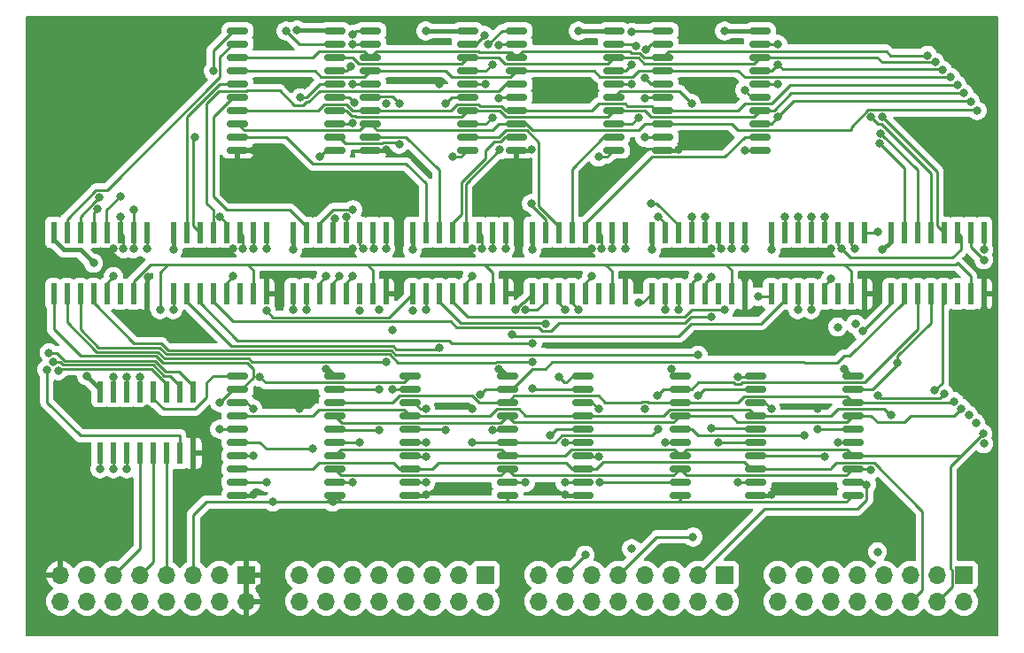
<source format=gbr>
%TF.GenerationSoftware,KiCad,Pcbnew,6.0.6-3a73a75311~116~ubuntu20.04.1*%
%TF.CreationDate,2022-06-25T17:28:11-07:00*%
%TF.ProjectId,RegisterFile,52656769-7374-4657-9246-696c652e6b69,rev?*%
%TF.SameCoordinates,Original*%
%TF.FileFunction,Copper,L1,Top*%
%TF.FilePolarity,Positive*%
%FSLAX46Y46*%
G04 Gerber Fmt 4.6, Leading zero omitted, Abs format (unit mm)*
G04 Created by KiCad (PCBNEW 6.0.6-3a73a75311~116~ubuntu20.04.1) date 2022-06-25 17:28:11*
%MOMM*%
%LPD*%
G01*
G04 APERTURE LIST*
G04 Aperture macros list*
%AMRoundRect*
0 Rectangle with rounded corners*
0 $1 Rounding radius*
0 $2 $3 $4 $5 $6 $7 $8 $9 X,Y pos of 4 corners*
0 Add a 4 corners polygon primitive as box body*
4,1,4,$2,$3,$4,$5,$6,$7,$8,$9,$2,$3,0*
0 Add four circle primitives for the rounded corners*
1,1,$1+$1,$2,$3*
1,1,$1+$1,$4,$5*
1,1,$1+$1,$6,$7*
1,1,$1+$1,$8,$9*
0 Add four rect primitives between the rounded corners*
20,1,$1+$1,$2,$3,$4,$5,0*
20,1,$1+$1,$4,$5,$6,$7,0*
20,1,$1+$1,$6,$7,$8,$9,0*
20,1,$1+$1,$8,$9,$2,$3,0*%
G04 Aperture macros list end*
%TA.AperFunction,ComponentPad*%
%ADD10R,1.700000X1.700000*%
%TD*%
%TA.AperFunction,ComponentPad*%
%ADD11O,1.700000X1.700000*%
%TD*%
%TA.AperFunction,SMDPad,CuDef*%
%ADD12RoundRect,0.150000X-0.875000X-0.150000X0.875000X-0.150000X0.875000X0.150000X-0.875000X0.150000X0*%
%TD*%
%TA.AperFunction,SMDPad,CuDef*%
%ADD13R,0.600000X2.000000*%
%TD*%
%TA.AperFunction,ViaPad*%
%ADD14C,0.800000*%
%TD*%
%TA.AperFunction,Conductor*%
%ADD15C,0.400000*%
%TD*%
%TA.AperFunction,Conductor*%
%ADD16C,0.250000*%
%TD*%
G04 APERTURE END LIST*
D10*
%TO.P,J4,1,Pin_1*%
%TO.N,/REG2_6*%
X140970000Y-121285000D03*
D11*
%TO.P,J4,2,Pin_2*%
%TO.N,/REG2_7*%
X140970000Y-123825000D03*
%TO.P,J4,3,Pin_3*%
%TO.N,/REG2_4*%
X138430000Y-121285000D03*
%TO.P,J4,4,Pin_4*%
%TO.N,/REG2_5*%
X138430000Y-123825000D03*
%TO.P,J4,5,Pin_5*%
%TO.N,/REG2_2*%
X135890000Y-121285000D03*
%TO.P,J4,6,Pin_6*%
%TO.N,/REG2_3*%
X135890000Y-123825000D03*
%TO.P,J4,7,Pin_7*%
%TO.N,/REG2_0*%
X133350000Y-121285000D03*
%TO.P,J4,8,Pin_8*%
%TO.N,/REG2_1*%
X133350000Y-123825000D03*
%TO.P,J4,9,Pin_9*%
%TO.N,/REG3_6*%
X130810000Y-121285000D03*
%TO.P,J4,10,Pin_10*%
%TO.N,/REG3_7*%
X130810000Y-123825000D03*
%TO.P,J4,11,Pin_11*%
%TO.N,/REG3_4*%
X128270000Y-121285000D03*
%TO.P,J4,12,Pin_12*%
%TO.N,/REG3_5*%
X128270000Y-123825000D03*
%TO.P,J4,13,Pin_13*%
%TO.N,/REG3_2*%
X125730000Y-121285000D03*
%TO.P,J4,14,Pin_14*%
%TO.N,/REG3_3*%
X125730000Y-123825000D03*
%TO.P,J4,15,Pin_15*%
%TO.N,/REG3_0*%
X123190000Y-121285000D03*
%TO.P,J4,16,Pin_16*%
%TO.N,/REG3_1*%
X123190000Y-123825000D03*
%TD*%
%TO.P,J3,16,Pin_16*%
%TO.N,/REG1_1*%
X146050000Y-123825000D03*
%TO.P,J3,15,Pin_15*%
%TO.N,/REG1_0*%
X146050000Y-121285000D03*
%TO.P,J3,14,Pin_14*%
%TO.N,/REG1_3*%
X148590000Y-123825000D03*
%TO.P,J3,13,Pin_13*%
%TO.N,/REG1_2*%
X148590000Y-121285000D03*
%TO.P,J3,12,Pin_12*%
%TO.N,/REG1_5*%
X151130000Y-123825000D03*
%TO.P,J3,11,Pin_11*%
%TO.N,/REG1_4*%
X151130000Y-121285000D03*
%TO.P,J3,10,Pin_10*%
%TO.N,/REG1_7*%
X153670000Y-123825000D03*
%TO.P,J3,9,Pin_9*%
%TO.N,/REG1_6*%
X153670000Y-121285000D03*
%TO.P,J3,8,Pin_8*%
%TO.N,/REG0_1*%
X156210000Y-123825000D03*
%TO.P,J3,7,Pin_7*%
%TO.N,/REG0_0*%
X156210000Y-121285000D03*
%TO.P,J3,6,Pin_6*%
%TO.N,/REG0_3*%
X158750000Y-123825000D03*
%TO.P,J3,5,Pin_5*%
%TO.N,/REG0_2*%
X158750000Y-121285000D03*
%TO.P,J3,4,Pin_4*%
%TO.N,/REG0_5*%
X161290000Y-123825000D03*
%TO.P,J3,3,Pin_3*%
%TO.N,/REG0_4*%
X161290000Y-121285000D03*
%TO.P,J3,2,Pin_2*%
%TO.N,/REG0_7*%
X163830000Y-123825000D03*
D10*
%TO.P,J3,1,Pin_1*%
%TO.N,/REG0_6*%
X163830000Y-121285000D03*
%TD*%
%TO.P,J2,1,Pin_1*%
%TO.N,/DATAIN6*%
X186690000Y-121285000D03*
D11*
%TO.P,J2,2,Pin_2*%
%TO.N,/DATAIN7*%
X186690000Y-123825000D03*
%TO.P,J2,3,Pin_3*%
%TO.N,/DATAIN4*%
X184150000Y-121285000D03*
%TO.P,J2,4,Pin_4*%
%TO.N,/DATAIN5*%
X184150000Y-123825000D03*
%TO.P,J2,5,Pin_5*%
%TO.N,/DATAIN2*%
X181610000Y-121285000D03*
%TO.P,J2,6,Pin_6*%
%TO.N,/DATAIN3*%
X181610000Y-123825000D03*
%TO.P,J2,7,Pin_7*%
%TO.N,/DATAIN0*%
X179070000Y-121285000D03*
%TO.P,J2,8,Pin_8*%
%TO.N,/DATAIN1*%
X179070000Y-123825000D03*
%TO.P,J2,9,Pin_9*%
%TO.N,/DATAOUT6*%
X176530000Y-121285000D03*
%TO.P,J2,10,Pin_10*%
%TO.N,/DATAOUT7*%
X176530000Y-123825000D03*
%TO.P,J2,11,Pin_11*%
%TO.N,/DATAOUT4*%
X173990000Y-121285000D03*
%TO.P,J2,12,Pin_12*%
%TO.N,/DATAOUT5*%
X173990000Y-123825000D03*
%TO.P,J2,13,Pin_13*%
%TO.N,/DATAOUT2*%
X171450000Y-121285000D03*
%TO.P,J2,14,Pin_14*%
%TO.N,/DATAOUT3*%
X171450000Y-123825000D03*
%TO.P,J2,15,Pin_15*%
%TO.N,/DATAOUT0*%
X168910000Y-121285000D03*
%TO.P,J2,16,Pin_16*%
%TO.N,/DATAOUT1*%
X168910000Y-123825000D03*
%TD*%
D10*
%TO.P,J1,1,Pin_1*%
%TO.N,GND*%
X118110000Y-121285000D03*
D11*
%TO.P,J1,2,Pin_2*%
X118110000Y-123825000D03*
%TO.P,J1,3,Pin_3*%
%TO.N,VCC*%
X115570000Y-121285000D03*
%TO.P,J1,4,Pin_4*%
%TO.N,/~{REN}*%
X115570000Y-123825000D03*
%TO.P,J1,5,Pin_5*%
%TO.N,/CLK*%
X113030000Y-121285000D03*
%TO.P,J1,6,Pin_6*%
%TO.N,/WRITEID2*%
X113030000Y-123825000D03*
%TO.P,J1,7,Pin_7*%
%TO.N,/WEN2*%
X110490000Y-121285000D03*
%TO.P,J1,8,Pin_8*%
%TO.N,/WRITEID1*%
X110490000Y-123825000D03*
%TO.P,J1,9,Pin_9*%
%TO.N,/~{WEN1}*%
X107950000Y-121285000D03*
%TO.P,J1,10,Pin_10*%
%TO.N,/WRITEID0*%
X107950000Y-123825000D03*
%TO.P,J1,11,Pin_11*%
%TO.N,/~{WEN0}*%
X105410000Y-121285000D03*
%TO.P,J1,12,Pin_12*%
%TO.N,/READID2*%
X105410000Y-123825000D03*
%TO.P,J1,13,Pin_13*%
%TO.N,VCC*%
X102870000Y-121285000D03*
%TO.P,J1,14,Pin_14*%
%TO.N,/READID1*%
X102870000Y-123825000D03*
%TO.P,J1,15,Pin_15*%
%TO.N,GND*%
X100330000Y-121285000D03*
%TO.P,J1,16,Pin_16*%
%TO.N,/READID0*%
X100330000Y-123825000D03*
%TD*%
D12*
%TO.P,UR7,1,~{E}*%
%TO.N,/Regs/~{WRITESEL7}*%
X157910000Y-69215000D03*
%TO.P,UR7,2,Q0*%
%TO.N,/REG7_0*%
X157910000Y-70485000D03*
%TO.P,UR7,3,D0*%
%TO.N,/DATAIN0*%
X157910000Y-71755000D03*
%TO.P,UR7,4,D1*%
%TO.N,/DATAIN1*%
X157910000Y-73025000D03*
%TO.P,UR7,5,Q1*%
%TO.N,/REG7_1*%
X157910000Y-74295000D03*
%TO.P,UR7,6,Q2*%
%TO.N,/REG7_2*%
X157910000Y-75565000D03*
%TO.P,UR7,7,D2*%
%TO.N,/DATAIN2*%
X157910000Y-76835000D03*
%TO.P,UR7,8,D3*%
%TO.N,/DATAIN3*%
X157910000Y-78105000D03*
%TO.P,UR7,9,Q3*%
%TO.N,/REG7_3*%
X157910000Y-79375000D03*
%TO.P,UR7,10,GND*%
%TO.N,GND*%
X157910000Y-80645000D03*
%TO.P,UR7,11,CP*%
%TO.N,/CLK*%
X167210000Y-80645000D03*
%TO.P,UR7,12,Q4*%
%TO.N,/REG7_4*%
X167210000Y-79375000D03*
%TO.P,UR7,13,D4*%
%TO.N,/DATAIN4*%
X167210000Y-78105000D03*
%TO.P,UR7,14,D5*%
%TO.N,/DATAIN5*%
X167210000Y-76835000D03*
%TO.P,UR7,15,Q5*%
%TO.N,/REG7_5*%
X167210000Y-75565000D03*
%TO.P,UR7,16,Q6*%
%TO.N,/REG7_6*%
X167210000Y-74295000D03*
%TO.P,UR7,17,D6*%
%TO.N,/DATAIN6*%
X167210000Y-73025000D03*
%TO.P,UR7,18,D7*%
%TO.N,/DATAIN7*%
X167210000Y-71755000D03*
%TO.P,UR7,19,Q7*%
%TO.N,/REG7_7*%
X167210000Y-70485000D03*
%TO.P,UR7,20,VCC*%
%TO.N,VCC*%
X167210000Y-69215000D03*
%TD*%
D13*
%TO.P,UM7,1,I3*%
%TO.N,/REG3_7*%
X179705000Y-94390000D03*
%TO.P,UM7,2,I2*%
%TO.N,/REG2_7*%
X180975000Y-94390000D03*
%TO.P,UM7,3,I1*%
%TO.N,/REG1_7*%
X182245000Y-94390000D03*
%TO.P,UM7,4,I0*%
%TO.N,/REG0_7*%
X183515000Y-94390000D03*
%TO.P,UM7,5,Q*%
%TO.N,/DATAOUT7*%
X184785000Y-94390000D03*
%TO.P,UM7,6,~{Q}*%
%TO.N,unconnected-(UM7-Pad6)*%
X186055000Y-94390000D03*
%TO.P,UM7,7,~{E}*%
%TO.N,/~{REN}*%
X187325000Y-94390000D03*
%TO.P,UM7,8,GND*%
%TO.N,GND*%
X188595000Y-94390000D03*
%TO.P,UM7,9,S2*%
%TO.N,/READID2*%
X188595000Y-88490000D03*
%TO.P,UM7,10,S1*%
%TO.N,/READID1*%
X187325000Y-88490000D03*
%TO.P,UM7,11,S0*%
%TO.N,/READID0*%
X186055000Y-88490000D03*
%TO.P,UM7,12,I7*%
%TO.N,/REG7_7*%
X184785000Y-88490000D03*
%TO.P,UM7,13,I6*%
%TO.N,/REG6_7*%
X183515000Y-88490000D03*
%TO.P,UM7,14,I5*%
%TO.N,/REG5_7*%
X182245000Y-88490000D03*
%TO.P,UM7,15,I4*%
%TO.N,/REG4_7*%
X180975000Y-88490000D03*
%TO.P,UM7,16,VCC*%
%TO.N,VCC*%
X179705000Y-88490000D03*
%TD*%
%TO.P,UM2,1,I3*%
%TO.N,/REG3_2*%
X122555000Y-94390000D03*
%TO.P,UM2,2,I2*%
%TO.N,/REG2_2*%
X123825000Y-94390000D03*
%TO.P,UM2,3,I1*%
%TO.N,/REG1_2*%
X125095000Y-94390000D03*
%TO.P,UM2,4,I0*%
%TO.N,/REG0_2*%
X126365000Y-94390000D03*
%TO.P,UM2,5,Q*%
%TO.N,/DATAOUT2*%
X127635000Y-94390000D03*
%TO.P,UM2,6,~{Q}*%
%TO.N,unconnected-(UM2-Pad6)*%
X128905000Y-94390000D03*
%TO.P,UM2,7,~{E}*%
%TO.N,/~{REN}*%
X130175000Y-94390000D03*
%TO.P,UM2,8,GND*%
%TO.N,GND*%
X131445000Y-94390000D03*
%TO.P,UM2,9,S2*%
%TO.N,/READID2*%
X131445000Y-88490000D03*
%TO.P,UM2,10,S1*%
%TO.N,/READID1*%
X130175000Y-88490000D03*
%TO.P,UM2,11,S0*%
%TO.N,/READID0*%
X128905000Y-88490000D03*
%TO.P,UM2,12,I7*%
%TO.N,/REG7_2*%
X127635000Y-88490000D03*
%TO.P,UM2,13,I6*%
%TO.N,/REG6_2*%
X126365000Y-88490000D03*
%TO.P,UM2,14,I5*%
%TO.N,/REG5_2*%
X125095000Y-88490000D03*
%TO.P,UM2,15,I4*%
%TO.N,/REG4_2*%
X123825000Y-88490000D03*
%TO.P,UM2,16,VCC*%
%TO.N,VCC*%
X122555000Y-88490000D03*
%TD*%
D12*
%TO.P,UR0,1,~{E}*%
%TO.N,/Regs/~{WRITESEL0}*%
X166800000Y-102235000D03*
%TO.P,UR0,2,Q0*%
%TO.N,/REG0_0*%
X166800000Y-103505000D03*
%TO.P,UR0,3,D0*%
%TO.N,/DATAIN0*%
X166800000Y-104775000D03*
%TO.P,UR0,4,D1*%
%TO.N,/DATAIN1*%
X166800000Y-106045000D03*
%TO.P,UR0,5,Q1*%
%TO.N,/REG0_1*%
X166800000Y-107315000D03*
%TO.P,UR0,6,Q2*%
%TO.N,/REG0_2*%
X166800000Y-108585000D03*
%TO.P,UR0,7,D2*%
%TO.N,/DATAIN2*%
X166800000Y-109855000D03*
%TO.P,UR0,8,D3*%
%TO.N,/DATAIN3*%
X166800000Y-111125000D03*
%TO.P,UR0,9,Q3*%
%TO.N,/REG0_3*%
X166800000Y-112395000D03*
%TO.P,UR0,10,GND*%
%TO.N,GND*%
X166800000Y-113665000D03*
%TO.P,UR0,11,CP*%
%TO.N,/CLK*%
X176100000Y-113665000D03*
%TO.P,UR0,12,Q4*%
%TO.N,/REG0_4*%
X176100000Y-112395000D03*
%TO.P,UR0,13,D4*%
%TO.N,/DATAIN4*%
X176100000Y-111125000D03*
%TO.P,UR0,14,D5*%
%TO.N,/DATAIN5*%
X176100000Y-109855000D03*
%TO.P,UR0,15,Q5*%
%TO.N,/REG0_5*%
X176100000Y-108585000D03*
%TO.P,UR0,16,Q6*%
%TO.N,/REG0_6*%
X176100000Y-107315000D03*
%TO.P,UR0,17,D6*%
%TO.N,/DATAIN6*%
X176100000Y-106045000D03*
%TO.P,UR0,18,D7*%
%TO.N,/DATAIN7*%
X176100000Y-104775000D03*
%TO.P,UR0,19,Q7*%
%TO.N,/REG0_7*%
X176100000Y-103505000D03*
%TO.P,UR0,20,VCC*%
%TO.N,VCC*%
X176100000Y-102235000D03*
%TD*%
D13*
%TO.P,UM1,1,I3*%
%TO.N,/REG3_1*%
X111125000Y-94390000D03*
%TO.P,UM1,2,I2*%
%TO.N,/REG2_1*%
X112395000Y-94390000D03*
%TO.P,UM1,3,I1*%
%TO.N,/REG1_1*%
X113665000Y-94390000D03*
%TO.P,UM1,4,I0*%
%TO.N,/REG0_1*%
X114935000Y-94390000D03*
%TO.P,UM1,5,Q*%
%TO.N,/DATAOUT1*%
X116205000Y-94390000D03*
%TO.P,UM1,6,~{Q}*%
%TO.N,unconnected-(UM1-Pad6)*%
X117475000Y-94390000D03*
%TO.P,UM1,7,~{E}*%
%TO.N,/~{REN}*%
X118745000Y-94390000D03*
%TO.P,UM1,8,GND*%
%TO.N,GND*%
X120015000Y-94390000D03*
%TO.P,UM1,9,S2*%
%TO.N,/READID2*%
X120015000Y-88490000D03*
%TO.P,UM1,10,S1*%
%TO.N,/READID1*%
X118745000Y-88490000D03*
%TO.P,UM1,11,S0*%
%TO.N,/READID0*%
X117475000Y-88490000D03*
%TO.P,UM1,12,I7*%
%TO.N,/REG7_1*%
X116205000Y-88490000D03*
%TO.P,UM1,13,I6*%
%TO.N,/REG6_1*%
X114935000Y-88490000D03*
%TO.P,UM1,14,I5*%
%TO.N,/REG5_1*%
X113665000Y-88490000D03*
%TO.P,UM1,15,I4*%
%TO.N,/REG4_1*%
X112395000Y-88490000D03*
%TO.P,UM1,16,VCC*%
%TO.N,VCC*%
X111125000Y-88490000D03*
%TD*%
D12*
%TO.P,UR3,1,~{E}*%
%TO.N,/Regs/~{WRITESEL3}*%
X117270000Y-102235000D03*
%TO.P,UR3,2,Q0*%
%TO.N,/REG3_0*%
X117270000Y-103505000D03*
%TO.P,UR3,3,D0*%
%TO.N,/DATAIN0*%
X117270000Y-104775000D03*
%TO.P,UR3,4,D1*%
%TO.N,/DATAIN1*%
X117270000Y-106045000D03*
%TO.P,UR3,5,Q1*%
%TO.N,/REG3_1*%
X117270000Y-107315000D03*
%TO.P,UR3,6,Q2*%
%TO.N,/REG3_2*%
X117270000Y-108585000D03*
%TO.P,UR3,7,D2*%
%TO.N,/DATAIN2*%
X117270000Y-109855000D03*
%TO.P,UR3,8,D3*%
%TO.N,/DATAIN3*%
X117270000Y-111125000D03*
%TO.P,UR3,9,Q3*%
%TO.N,/REG3_3*%
X117270000Y-112395000D03*
%TO.P,UR3,10,GND*%
%TO.N,GND*%
X117270000Y-113665000D03*
%TO.P,UR3,11,CP*%
%TO.N,/CLK*%
X126570000Y-113665000D03*
%TO.P,UR3,12,Q4*%
%TO.N,/REG3_4*%
X126570000Y-112395000D03*
%TO.P,UR3,13,D4*%
%TO.N,/DATAIN4*%
X126570000Y-111125000D03*
%TO.P,UR3,14,D5*%
%TO.N,/DATAIN5*%
X126570000Y-109855000D03*
%TO.P,UR3,15,Q5*%
%TO.N,/REG3_5*%
X126570000Y-108585000D03*
%TO.P,UR3,16,Q6*%
%TO.N,/REG3_6*%
X126570000Y-107315000D03*
%TO.P,UR3,17,D6*%
%TO.N,/DATAIN6*%
X126570000Y-106045000D03*
%TO.P,UR3,18,D7*%
%TO.N,/DATAIN7*%
X126570000Y-104775000D03*
%TO.P,UR3,19,Q7*%
%TO.N,/REG3_7*%
X126570000Y-103505000D03*
%TO.P,UR3,20,VCC*%
%TO.N,VCC*%
X126570000Y-102235000D03*
%TD*%
D13*
%TO.P,UM6,1,I3*%
%TO.N,/REG3_6*%
X168275000Y-94390000D03*
%TO.P,UM6,2,I2*%
%TO.N,/REG2_6*%
X169545000Y-94390000D03*
%TO.P,UM6,3,I1*%
%TO.N,/REG1_6*%
X170815000Y-94390000D03*
%TO.P,UM6,4,I0*%
%TO.N,/REG0_6*%
X172085000Y-94390000D03*
%TO.P,UM6,5,Q*%
%TO.N,/DATAOUT6*%
X173355000Y-94390000D03*
%TO.P,UM6,6,~{Q}*%
%TO.N,unconnected-(UM6-Pad6)*%
X174625000Y-94390000D03*
%TO.P,UM6,7,~{E}*%
%TO.N,/~{REN}*%
X175895000Y-94390000D03*
%TO.P,UM6,8,GND*%
%TO.N,GND*%
X177165000Y-94390000D03*
%TO.P,UM6,9,S2*%
%TO.N,/READID2*%
X177165000Y-88490000D03*
%TO.P,UM6,10,S1*%
%TO.N,/READID1*%
X175895000Y-88490000D03*
%TO.P,UM6,11,S0*%
%TO.N,/READID0*%
X174625000Y-88490000D03*
%TO.P,UM6,12,I7*%
%TO.N,/REG7_6*%
X173355000Y-88490000D03*
%TO.P,UM6,13,I6*%
%TO.N,/REG6_6*%
X172085000Y-88490000D03*
%TO.P,UM6,14,I5*%
%TO.N,/REG5_6*%
X170815000Y-88490000D03*
%TO.P,UM6,15,I4*%
%TO.N,/REG4_6*%
X169545000Y-88490000D03*
%TO.P,UM6,16,VCC*%
%TO.N,VCC*%
X168275000Y-88490000D03*
%TD*%
D12*
%TO.P,UR2,1,~{E}*%
%TO.N,/Regs/~{WRITESEL2}*%
X133780000Y-102235000D03*
%TO.P,UR2,2,Q0*%
%TO.N,/REG2_0*%
X133780000Y-103505000D03*
%TO.P,UR2,3,D0*%
%TO.N,/DATAIN0*%
X133780000Y-104775000D03*
%TO.P,UR2,4,D1*%
%TO.N,/DATAIN1*%
X133780000Y-106045000D03*
%TO.P,UR2,5,Q1*%
%TO.N,/REG2_1*%
X133780000Y-107315000D03*
%TO.P,UR2,6,Q2*%
%TO.N,/REG2_2*%
X133780000Y-108585000D03*
%TO.P,UR2,7,D2*%
%TO.N,/DATAIN2*%
X133780000Y-109855000D03*
%TO.P,UR2,8,D3*%
%TO.N,/DATAIN3*%
X133780000Y-111125000D03*
%TO.P,UR2,9,Q3*%
%TO.N,/REG2_3*%
X133780000Y-112395000D03*
%TO.P,UR2,10,GND*%
%TO.N,GND*%
X133780000Y-113665000D03*
%TO.P,UR2,11,CP*%
%TO.N,/CLK*%
X143080000Y-113665000D03*
%TO.P,UR2,12,Q4*%
%TO.N,/REG2_4*%
X143080000Y-112395000D03*
%TO.P,UR2,13,D4*%
%TO.N,/DATAIN4*%
X143080000Y-111125000D03*
%TO.P,UR2,14,D5*%
%TO.N,/DATAIN5*%
X143080000Y-109855000D03*
%TO.P,UR2,15,Q5*%
%TO.N,/REG2_5*%
X143080000Y-108585000D03*
%TO.P,UR2,16,Q6*%
%TO.N,/REG2_6*%
X143080000Y-107315000D03*
%TO.P,UR2,17,D6*%
%TO.N,/DATAIN6*%
X143080000Y-106045000D03*
%TO.P,UR2,18,D7*%
%TO.N,/DATAIN7*%
X143080000Y-104775000D03*
%TO.P,UR2,19,Q7*%
%TO.N,/REG2_7*%
X143080000Y-103505000D03*
%TO.P,UR2,20,VCC*%
%TO.N,VCC*%
X143080000Y-102235000D03*
%TD*%
%TO.P,UR6,1,~{E}*%
%TO.N,/Regs/~{WRITESEL6}*%
X143940000Y-69215000D03*
%TO.P,UR6,2,Q0*%
%TO.N,/REG6_0*%
X143940000Y-70485000D03*
%TO.P,UR6,3,D0*%
%TO.N,/DATAIN0*%
X143940000Y-71755000D03*
%TO.P,UR6,4,D1*%
%TO.N,/DATAIN1*%
X143940000Y-73025000D03*
%TO.P,UR6,5,Q1*%
%TO.N,/REG6_1*%
X143940000Y-74295000D03*
%TO.P,UR6,6,Q2*%
%TO.N,/REG6_2*%
X143940000Y-75565000D03*
%TO.P,UR6,7,D2*%
%TO.N,/DATAIN2*%
X143940000Y-76835000D03*
%TO.P,UR6,8,D3*%
%TO.N,/DATAIN3*%
X143940000Y-78105000D03*
%TO.P,UR6,9,Q3*%
%TO.N,/REG6_3*%
X143940000Y-79375000D03*
%TO.P,UR6,10,GND*%
%TO.N,GND*%
X143940000Y-80645000D03*
%TO.P,UR6,11,CP*%
%TO.N,/CLK*%
X153240000Y-80645000D03*
%TO.P,UR6,12,Q4*%
%TO.N,/REG6_4*%
X153240000Y-79375000D03*
%TO.P,UR6,13,D4*%
%TO.N,/DATAIN4*%
X153240000Y-78105000D03*
%TO.P,UR6,14,D5*%
%TO.N,/DATAIN5*%
X153240000Y-76835000D03*
%TO.P,UR6,15,Q5*%
%TO.N,/REG6_5*%
X153240000Y-75565000D03*
%TO.P,UR6,16,Q6*%
%TO.N,/REG6_6*%
X153240000Y-74295000D03*
%TO.P,UR6,17,D6*%
%TO.N,/DATAIN6*%
X153240000Y-73025000D03*
%TO.P,UR6,18,D7*%
%TO.N,/DATAIN7*%
X153240000Y-71755000D03*
%TO.P,UR6,19,Q7*%
%TO.N,/REG6_7*%
X153240000Y-70485000D03*
%TO.P,UR6,20,VCC*%
%TO.N,VCC*%
X153240000Y-69215000D03*
%TD*%
D13*
%TO.P,U1,1,A0*%
%TO.N,/WRITEID0*%
X104140000Y-109630000D03*
%TO.P,U1,2,A1*%
%TO.N,/WRITEID1*%
X105410000Y-109630000D03*
%TO.P,U1,3,A2*%
%TO.N,/WRITEID2*%
X106680000Y-109630000D03*
%TO.P,U1,4,~{G2A}*%
%TO.N,/~{WEN0}*%
X107950000Y-109630000D03*
%TO.P,U1,5,~{G2B}*%
%TO.N,/~{WEN1}*%
X109220000Y-109630000D03*
%TO.P,U1,6,G1*%
%TO.N,/WEN2*%
X110490000Y-109630000D03*
%TO.P,U1,7,~{Y7}*%
%TO.N,/Regs/~{WRITESEL7}*%
X111760000Y-109630000D03*
%TO.P,U1,8,GND*%
%TO.N,GND*%
X113030000Y-109630000D03*
%TO.P,U1,9,~{Y6}*%
%TO.N,/Regs/~{WRITESEL6}*%
X113030000Y-103730000D03*
%TO.P,U1,10,~{Y5}*%
%TO.N,/Regs/~{WRITESEL5}*%
X111760000Y-103730000D03*
%TO.P,U1,11,~{Y4}*%
%TO.N,/Regs/~{WRITESEL4}*%
X110490000Y-103730000D03*
%TO.P,U1,12,~{Y3}*%
%TO.N,/Regs/~{WRITESEL3}*%
X109220000Y-103730000D03*
%TO.P,U1,13,~{Y2}*%
%TO.N,/Regs/~{WRITESEL2}*%
X107950000Y-103730000D03*
%TO.P,U1,14,~{Y1}*%
%TO.N,/Regs/~{WRITESEL1}*%
X106680000Y-103730000D03*
%TO.P,U1,15,~{Y0}*%
%TO.N,/Regs/~{WRITESEL0}*%
X105410000Y-103730000D03*
%TO.P,U1,16,VCC*%
%TO.N,VCC*%
X104140000Y-103730000D03*
%TD*%
D12*
%TO.P,UR1,1,~{E}*%
%TO.N,/Regs/~{WRITESEL1}*%
X150290000Y-102235000D03*
%TO.P,UR1,2,Q0*%
%TO.N,/REG1_0*%
X150290000Y-103505000D03*
%TO.P,UR1,3,D0*%
%TO.N,/DATAIN0*%
X150290000Y-104775000D03*
%TO.P,UR1,4,D1*%
%TO.N,/DATAIN1*%
X150290000Y-106045000D03*
%TO.P,UR1,5,Q1*%
%TO.N,/REG1_1*%
X150290000Y-107315000D03*
%TO.P,UR1,6,Q2*%
%TO.N,/REG1_2*%
X150290000Y-108585000D03*
%TO.P,UR1,7,D2*%
%TO.N,/DATAIN2*%
X150290000Y-109855000D03*
%TO.P,UR1,8,D3*%
%TO.N,/DATAIN3*%
X150290000Y-111125000D03*
%TO.P,UR1,9,Q3*%
%TO.N,/REG1_3*%
X150290000Y-112395000D03*
%TO.P,UR1,10,GND*%
%TO.N,GND*%
X150290000Y-113665000D03*
%TO.P,UR1,11,CP*%
%TO.N,/CLK*%
X159590000Y-113665000D03*
%TO.P,UR1,12,Q4*%
%TO.N,/REG1_4*%
X159590000Y-112395000D03*
%TO.P,UR1,13,D4*%
%TO.N,/DATAIN4*%
X159590000Y-111125000D03*
%TO.P,UR1,14,D5*%
%TO.N,/DATAIN5*%
X159590000Y-109855000D03*
%TO.P,UR1,15,Q5*%
%TO.N,/REG1_5*%
X159590000Y-108585000D03*
%TO.P,UR1,16,Q6*%
%TO.N,/REG1_6*%
X159590000Y-107315000D03*
%TO.P,UR1,17,D6*%
%TO.N,/DATAIN6*%
X159590000Y-106045000D03*
%TO.P,UR1,18,D7*%
%TO.N,/DATAIN7*%
X159590000Y-104775000D03*
%TO.P,UR1,19,Q7*%
%TO.N,/REG1_7*%
X159590000Y-103505000D03*
%TO.P,UR1,20,VCC*%
%TO.N,VCC*%
X159590000Y-102235000D03*
%TD*%
%TO.P,UR4,1,~{E}*%
%TO.N,/Regs/~{WRITESEL4}*%
X117270000Y-69215000D03*
%TO.P,UR4,2,Q0*%
%TO.N,/REG4_0*%
X117270000Y-70485000D03*
%TO.P,UR4,3,D0*%
%TO.N,/DATAIN0*%
X117270000Y-71755000D03*
%TO.P,UR4,4,D1*%
%TO.N,/DATAIN1*%
X117270000Y-73025000D03*
%TO.P,UR4,5,Q1*%
%TO.N,/REG4_1*%
X117270000Y-74295000D03*
%TO.P,UR4,6,Q2*%
%TO.N,/REG4_2*%
X117270000Y-75565000D03*
%TO.P,UR4,7,D2*%
%TO.N,/DATAIN2*%
X117270000Y-76835000D03*
%TO.P,UR4,8,D3*%
%TO.N,/DATAIN3*%
X117270000Y-78105000D03*
%TO.P,UR4,9,Q3*%
%TO.N,/REG4_3*%
X117270000Y-79375000D03*
%TO.P,UR4,10,GND*%
%TO.N,GND*%
X117270000Y-80645000D03*
%TO.P,UR4,11,CP*%
%TO.N,/CLK*%
X126570000Y-80645000D03*
%TO.P,UR4,12,Q4*%
%TO.N,/REG4_4*%
X126570000Y-79375000D03*
%TO.P,UR4,13,D4*%
%TO.N,/DATAIN4*%
X126570000Y-78105000D03*
%TO.P,UR4,14,D5*%
%TO.N,/DATAIN5*%
X126570000Y-76835000D03*
%TO.P,UR4,15,Q5*%
%TO.N,/REG4_5*%
X126570000Y-75565000D03*
%TO.P,UR4,16,Q6*%
%TO.N,/REG4_6*%
X126570000Y-74295000D03*
%TO.P,UR4,17,D6*%
%TO.N,/DATAIN6*%
X126570000Y-73025000D03*
%TO.P,UR4,18,D7*%
%TO.N,/DATAIN7*%
X126570000Y-71755000D03*
%TO.P,UR4,19,Q7*%
%TO.N,/REG4_7*%
X126570000Y-70485000D03*
%TO.P,UR4,20,VCC*%
%TO.N,VCC*%
X126570000Y-69215000D03*
%TD*%
D13*
%TO.P,UM5,1,I3*%
%TO.N,/REG3_5*%
X156845000Y-94390000D03*
%TO.P,UM5,2,I2*%
%TO.N,/REG2_5*%
X158115000Y-94390000D03*
%TO.P,UM5,3,I1*%
%TO.N,/REG1_5*%
X159385000Y-94390000D03*
%TO.P,UM5,4,I0*%
%TO.N,/REG0_5*%
X160655000Y-94390000D03*
%TO.P,UM5,5,Q*%
%TO.N,/DATAOUT5*%
X161925000Y-94390000D03*
%TO.P,UM5,6,~{Q}*%
%TO.N,unconnected-(UM5-Pad6)*%
X163195000Y-94390000D03*
%TO.P,UM5,7,~{E}*%
%TO.N,/~{REN}*%
X164465000Y-94390000D03*
%TO.P,UM5,8,GND*%
%TO.N,GND*%
X165735000Y-94390000D03*
%TO.P,UM5,9,S2*%
%TO.N,/READID2*%
X165735000Y-88490000D03*
%TO.P,UM5,10,S1*%
%TO.N,/READID1*%
X164465000Y-88490000D03*
%TO.P,UM5,11,S0*%
%TO.N,/READID0*%
X163195000Y-88490000D03*
%TO.P,UM5,12,I7*%
%TO.N,/REG7_5*%
X161925000Y-88490000D03*
%TO.P,UM5,13,I6*%
%TO.N,/REG6_5*%
X160655000Y-88490000D03*
%TO.P,UM5,14,I5*%
%TO.N,/REG5_5*%
X159385000Y-88490000D03*
%TO.P,UM5,15,I4*%
%TO.N,/REG4_5*%
X158115000Y-88490000D03*
%TO.P,UM5,16,VCC*%
%TO.N,VCC*%
X156845000Y-88490000D03*
%TD*%
%TO.P,UM3,1,I3*%
%TO.N,/REG3_3*%
X133985000Y-94390000D03*
%TO.P,UM3,2,I2*%
%TO.N,/REG2_3*%
X135255000Y-94390000D03*
%TO.P,UM3,3,I1*%
%TO.N,/REG1_3*%
X136525000Y-94390000D03*
%TO.P,UM3,4,I0*%
%TO.N,/REG0_3*%
X137795000Y-94390000D03*
%TO.P,UM3,5,Q*%
%TO.N,/DATAOUT3*%
X139065000Y-94390000D03*
%TO.P,UM3,6,~{Q}*%
%TO.N,unconnected-(UM3-Pad6)*%
X140335000Y-94390000D03*
%TO.P,UM3,7,~{E}*%
%TO.N,/~{REN}*%
X141605000Y-94390000D03*
%TO.P,UM3,8,GND*%
%TO.N,GND*%
X142875000Y-94390000D03*
%TO.P,UM3,9,S2*%
%TO.N,/READID2*%
X142875000Y-88490000D03*
%TO.P,UM3,10,S1*%
%TO.N,/READID1*%
X141605000Y-88490000D03*
%TO.P,UM3,11,S0*%
%TO.N,/READID0*%
X140335000Y-88490000D03*
%TO.P,UM3,12,I7*%
%TO.N,/REG7_3*%
X139065000Y-88490000D03*
%TO.P,UM3,13,I6*%
%TO.N,/REG6_3*%
X137795000Y-88490000D03*
%TO.P,UM3,14,I5*%
%TO.N,/REG5_3*%
X136525000Y-88490000D03*
%TO.P,UM3,15,I4*%
%TO.N,/REG4_3*%
X135255000Y-88490000D03*
%TO.P,UM3,16,VCC*%
%TO.N,VCC*%
X133985000Y-88490000D03*
%TD*%
%TO.P,UM4,1,I3*%
%TO.N,/REG3_4*%
X145415000Y-94390000D03*
%TO.P,UM4,2,I2*%
%TO.N,/REG2_4*%
X146685000Y-94390000D03*
%TO.P,UM4,3,I1*%
%TO.N,/REG1_4*%
X147955000Y-94390000D03*
%TO.P,UM4,4,I0*%
%TO.N,/REG0_4*%
X149225000Y-94390000D03*
%TO.P,UM4,5,Q*%
%TO.N,/DATAOUT4*%
X150495000Y-94390000D03*
%TO.P,UM4,6,~{Q}*%
%TO.N,unconnected-(UM4-Pad6)*%
X151765000Y-94390000D03*
%TO.P,UM4,7,~{E}*%
%TO.N,/~{REN}*%
X153035000Y-94390000D03*
%TO.P,UM4,8,GND*%
%TO.N,GND*%
X154305000Y-94390000D03*
%TO.P,UM4,9,S2*%
%TO.N,/READID2*%
X154305000Y-88490000D03*
%TO.P,UM4,10,S1*%
%TO.N,/READID1*%
X153035000Y-88490000D03*
%TO.P,UM4,11,S0*%
%TO.N,/READID0*%
X151765000Y-88490000D03*
%TO.P,UM4,12,I7*%
%TO.N,/REG7_4*%
X150495000Y-88490000D03*
%TO.P,UM4,13,I6*%
%TO.N,/REG6_4*%
X149225000Y-88490000D03*
%TO.P,UM4,14,I5*%
%TO.N,/REG5_4*%
X147955000Y-88490000D03*
%TO.P,UM4,15,I4*%
%TO.N,/REG4_4*%
X146685000Y-88490000D03*
%TO.P,UM4,16,VCC*%
%TO.N,VCC*%
X145415000Y-88490000D03*
%TD*%
%TO.P,UM0,1,I3*%
%TO.N,/REG3_0*%
X99695000Y-94390000D03*
%TO.P,UM0,2,I2*%
%TO.N,/REG2_0*%
X100965000Y-94390000D03*
%TO.P,UM0,3,I1*%
%TO.N,/REG1_0*%
X102235000Y-94390000D03*
%TO.P,UM0,4,I0*%
%TO.N,/REG0_0*%
X103505000Y-94390000D03*
%TO.P,UM0,5,Q*%
%TO.N,/DATAOUT0*%
X104775000Y-94390000D03*
%TO.P,UM0,6,~{Q}*%
%TO.N,unconnected-(UM0-Pad6)*%
X106045000Y-94390000D03*
%TO.P,UM0,7,~{E}*%
%TO.N,/~{REN}*%
X107315000Y-94390000D03*
%TO.P,UM0,8,GND*%
%TO.N,GND*%
X108585000Y-94390000D03*
%TO.P,UM0,9,S2*%
%TO.N,/READID2*%
X108585000Y-88490000D03*
%TO.P,UM0,10,S1*%
%TO.N,/READID1*%
X107315000Y-88490000D03*
%TO.P,UM0,11,S0*%
%TO.N,/READID0*%
X106045000Y-88490000D03*
%TO.P,UM0,12,I7*%
%TO.N,/REG7_0*%
X104775000Y-88490000D03*
%TO.P,UM0,13,I6*%
%TO.N,/REG6_0*%
X103505000Y-88490000D03*
%TO.P,UM0,14,I5*%
%TO.N,/REG5_0*%
X102235000Y-88490000D03*
%TO.P,UM0,15,I4*%
%TO.N,/REG4_0*%
X100965000Y-88490000D03*
%TO.P,UM0,16,VCC*%
%TO.N,VCC*%
X99695000Y-88490000D03*
%TD*%
D12*
%TO.P,UR5,1,~{E}*%
%TO.N,/Regs/~{WRITESEL5}*%
X129970000Y-69215000D03*
%TO.P,UR5,2,Q0*%
%TO.N,/REG5_0*%
X129970000Y-70485000D03*
%TO.P,UR5,3,D0*%
%TO.N,/DATAIN0*%
X129970000Y-71755000D03*
%TO.P,UR5,4,D1*%
%TO.N,/DATAIN1*%
X129970000Y-73025000D03*
%TO.P,UR5,5,Q1*%
%TO.N,/REG5_1*%
X129970000Y-74295000D03*
%TO.P,UR5,6,Q2*%
%TO.N,/REG5_2*%
X129970000Y-75565000D03*
%TO.P,UR5,7,D2*%
%TO.N,/DATAIN2*%
X129970000Y-76835000D03*
%TO.P,UR5,8,D3*%
%TO.N,/DATAIN3*%
X129970000Y-78105000D03*
%TO.P,UR5,9,Q3*%
%TO.N,/REG5_3*%
X129970000Y-79375000D03*
%TO.P,UR5,10,GND*%
%TO.N,GND*%
X129970000Y-80645000D03*
%TO.P,UR5,11,CP*%
%TO.N,/CLK*%
X139270000Y-80645000D03*
%TO.P,UR5,12,Q4*%
%TO.N,/REG5_4*%
X139270000Y-79375000D03*
%TO.P,UR5,13,D4*%
%TO.N,/DATAIN4*%
X139270000Y-78105000D03*
%TO.P,UR5,14,D5*%
%TO.N,/DATAIN5*%
X139270000Y-76835000D03*
%TO.P,UR5,15,Q5*%
%TO.N,/REG5_5*%
X139270000Y-75565000D03*
%TO.P,UR5,16,Q6*%
%TO.N,/REG5_6*%
X139270000Y-74295000D03*
%TO.P,UR5,17,D6*%
%TO.N,/DATAIN6*%
X139270000Y-73025000D03*
%TO.P,UR5,18,D7*%
%TO.N,/DATAIN7*%
X139270000Y-71755000D03*
%TO.P,UR5,19,Q7*%
%TO.N,/REG5_7*%
X139270000Y-70485000D03*
%TO.P,UR5,20,VCC*%
%TO.N,VCC*%
X139270000Y-69215000D03*
%TD*%
D14*
%TO.N,/DATAIN3*%
X187960000Y-76835000D03*
%TO.N,/REG1_1*%
X145454500Y-99099500D03*
%TO.N,/REG2_7*%
X140494444Y-103980556D03*
%TO.N,/REG2_1*%
X136604500Y-99501000D03*
X137160000Y-107414500D03*
%TO.N,/REG2_6*%
X143510000Y-98229500D03*
X141605000Y-107414500D03*
%TO.N,/REG1_1*%
X147153500Y-107910500D03*
%TO.N,/DATAOUT0*%
X176334156Y-97278044D03*
X105410000Y-92710000D03*
%TO.N,/REG1_2*%
X125730000Y-92710000D03*
X148550500Y-108624500D03*
X150495000Y-119380000D03*
%TO.N,/REG0_2*%
X127000000Y-92710000D03*
%TO.N,/REG0_0*%
X161290000Y-100250500D03*
X161290000Y-104100500D03*
%TO.N,/REG1_7*%
X154940000Y-118745000D03*
X157400500Y-104100500D03*
%TO.N,/REG3_5*%
X130810000Y-95924500D03*
%TO.N,/REG0_1*%
X162560000Y-96559500D03*
X162520500Y-107275500D03*
%TO.N,/REG0_2*%
X163195000Y-108585000D03*
%TO.N,/~{REN}*%
X109855000Y-95885000D03*
%TO.N,/DATAIN1*%
X179705000Y-106005500D03*
%TO.N,/REG1_6*%
X160814444Y-117634444D03*
%TO.N,/DATAIN4*%
X177839500Y-111224500D03*
%TO.N,/REG0_4*%
X174625000Y-97555000D03*
X177400000Y-112630000D03*
%TO.N,/REG3_7*%
X177005556Y-97949444D03*
X132080000Y-97829500D03*
X130849500Y-103544500D03*
%TO.N,/REG3_5*%
X155575000Y-95250000D03*
X128944500Y-108585000D03*
%TO.N,/REG2_0*%
X131524000Y-100850500D03*
X132080000Y-103544500D03*
%TO.N,/REG2_2*%
X123825000Y-95885000D03*
X135255000Y-108585000D03*
%TO.N,/REG3_6*%
X167005000Y-94654500D03*
X133985000Y-95939502D03*
X130810000Y-107414500D03*
%TO.N,/REG1_0*%
X145415000Y-103465500D03*
X145455000Y-100850500D03*
%TO.N,/REG0_3*%
X163830000Y-95885000D03*
X165100000Y-112434500D03*
%TO.N,/REG3_0*%
X115570000Y-104775000D03*
%TO.N,/REG3_3*%
X120015000Y-95939502D03*
X120015000Y-112395000D03*
%TO.N,/REG3_4*%
X143830497Y-95885000D03*
X128905000Y-95939502D03*
X128270000Y-112434500D03*
%TO.N,/REG1_3*%
X146685000Y-97234500D03*
X148590000Y-112434500D03*
%TO.N,VCC*%
X156845000Y-90170000D03*
X133985000Y-90170000D03*
X168275000Y-90170000D03*
X135255000Y-69215000D03*
X142240000Y-101600000D03*
X149860000Y-69215000D03*
X102870000Y-102235000D03*
X175260000Y-101600000D03*
X163830000Y-69215000D03*
X122555000Y-90170000D03*
X122955832Y-69133056D03*
X145415000Y-90170000D03*
X178903500Y-90170000D03*
X111125000Y-90170000D03*
X103505000Y-91440000D03*
X158750000Y-101600000D03*
X125730000Y-101600000D03*
%TO.N,GND*%
X113030000Y-107950000D03*
X172720000Y-105370500D03*
X148590000Y-113625500D03*
X165735000Y-92954500D03*
X177165000Y-92710000D03*
X119380000Y-122555000D03*
X128270000Y-90056000D03*
X145375500Y-80605500D03*
X142875000Y-92710000D03*
X108585000Y-105410000D03*
X136525000Y-74295000D03*
X139700000Y-90055500D03*
X159385000Y-80605500D03*
X173990000Y-90055500D03*
X123825000Y-74255500D03*
X168275000Y-113625500D03*
X131445000Y-92710000D03*
X131445000Y-80605500D03*
X150495000Y-74295000D03*
X118745000Y-80645000D03*
X188595000Y-95885000D03*
X116840000Y-90055500D03*
X120650000Y-117475000D03*
X119380000Y-117475000D03*
X118745000Y-113625500D03*
X156210000Y-105370500D03*
X108671944Y-92796944D03*
X139700000Y-105370500D03*
X162560000Y-90055500D03*
X123190000Y-105370500D03*
X135255000Y-113625500D03*
X164465000Y-74295000D03*
X151130000Y-90055500D03*
X154305000Y-92710000D03*
X120015000Y-92710000D03*
X105410000Y-90055500D03*
%TO.N,/READID0*%
X106045000Y-86995000D03*
X140649503Y-90055500D03*
X117789503Y-90055500D03*
X175006000Y-90055500D03*
X129286000Y-90056000D03*
X163509503Y-90055500D03*
X106359503Y-90055500D03*
X152079503Y-90055500D03*
%TO.N,/READID1*%
X107315000Y-86320500D03*
X107315000Y-90055500D03*
X118745000Y-90055500D03*
X188595000Y-91119503D03*
X164465000Y-90055500D03*
X176276000Y-90055500D03*
X130302000Y-90056000D03*
X141605000Y-90055500D03*
X153035000Y-90055500D03*
%TO.N,/READID2*%
X108585000Y-90055500D03*
X142875000Y-90055500D03*
X120015000Y-90055500D03*
X154305000Y-90055500D03*
X165735000Y-90055500D03*
X178435000Y-88469500D03*
X131445000Y-90056000D03*
X188595000Y-90170000D03*
%TO.N,/WRITEID0*%
X104140000Y-111125000D03*
%TO.N,/WRITEID1*%
X105410000Y-111125000D03*
%TO.N,/CLK*%
X151765000Y-81280000D03*
X120650000Y-114300000D03*
X125095000Y-81280000D03*
X165735000Y-80645000D03*
X137795000Y-81280000D03*
X126365000Y-114300000D03*
%TO.N,/WRITEID2*%
X106680000Y-111125000D03*
%TO.N,/DATAIN0*%
X183235600Y-71549000D03*
X151765000Y-105370500D03*
X178435000Y-104100500D03*
X168275000Y-105410000D03*
X184809121Y-103966570D03*
X135255000Y-105410000D03*
X118745000Y-105370500D03*
%TO.N,/DATAIN1*%
X187162100Y-106005500D03*
X185420000Y-73660000D03*
%TO.N,/DATAOUT1*%
X116840000Y-92710000D03*
%TO.N,/DATAIN2*%
X118745000Y-109855000D03*
X187836600Y-106767500D03*
X151765000Y-109954500D03*
X135255000Y-109954500D03*
X186055000Y-74422000D03*
X173394500Y-109954500D03*
%TO.N,/DATAOUT2*%
X128270000Y-92710000D03*
%TO.N,/DATAOUT3*%
X178435000Y-119061112D03*
X139700000Y-92710000D03*
%TO.N,/DATAIN4*%
X168910000Y-77470000D03*
X188595000Y-108702783D03*
X141605000Y-77509500D03*
X155575000Y-77509500D03*
X128270000Y-78055500D03*
X187325000Y-75974033D03*
%TO.N,/DATAOUT4*%
X151130000Y-92710000D03*
%TO.N,/DATAIN5*%
X188511100Y-107748873D03*
X186690000Y-75184000D03*
%TO.N,/DATAOUT5*%
X162560000Y-92749500D03*
%TO.N,/DATAIN6*%
X186476133Y-105341189D03*
X141605000Y-72429500D03*
X168910000Y-72429500D03*
X128130306Y-72569194D03*
X184658000Y-72985500D03*
X154940000Y-72429500D03*
%TO.N,/DATAOUT6*%
X173989902Y-92954500D03*
%TO.N,/DATAIN7*%
X185746343Y-104666689D03*
X183946800Y-72223500D03*
%TO.N,/DATAOUT7*%
X183931143Y-103605031D03*
%TO.N,/REG0_4*%
X149860000Y-95885000D03*
%TO.N,/REG1_4*%
X148590000Y-95885000D03*
X151864500Y-112434500D03*
%TO.N,/REG0_5*%
X161290000Y-92749500D03*
X174625000Y-108585000D03*
%TO.N,/REG1_5*%
X159385000Y-95885000D03*
X158115000Y-108585000D03*
%TO.N,/REG0_6*%
X172085000Y-95885000D03*
X172720000Y-107315000D03*
%TO.N,/REG1_6*%
X171450000Y-107950000D03*
X170815000Y-95885000D03*
%TO.N,/REG0_7*%
X180340000Y-100965000D03*
%TO.N,/REG3_1*%
X115570000Y-107315000D03*
X111125000Y-95885000D03*
%TO.N,/REG3_2*%
X122555000Y-95885000D03*
X124460000Y-109220000D03*
%TO.N,/REG2_3*%
X135255000Y-95885000D03*
X135255000Y-112434500D03*
%TO.N,/REG2_4*%
X144780000Y-95885000D03*
X144780000Y-112434500D03*
%TO.N,/REG2_5*%
X139700000Y-108585000D03*
X157480000Y-107354500D03*
X158115000Y-95885000D03*
%TO.N,/Regs/~{WRITESEL7}*%
X154940000Y-69329500D03*
X99051113Y-101610768D03*
%TO.N,/Regs/~{WRITESEL6}*%
X99255500Y-100017329D03*
X141255708Y-70515404D03*
%TO.N,/Regs/~{WRITESEL5}*%
X99655500Y-100878463D03*
X128270000Y-69555997D03*
%TO.N,/Regs/~{WRITESEL4}*%
X114935000Y-73025000D03*
X100125500Y-101738197D03*
%TO.N,/Regs/~{WRITESEL2}*%
X107950000Y-102349500D03*
X119419500Y-102349500D03*
%TO.N,/Regs/~{WRITESEL1}*%
X106680000Y-102349500D03*
X147955000Y-102349500D03*
%TO.N,/Regs/~{WRITESEL0}*%
X165100000Y-102349500D03*
X105410000Y-102349500D03*
%TO.N,/REG7_0*%
X106045000Y-85050500D03*
X156315037Y-70975463D03*
%TO.N,/REG6_0*%
X103910688Y-86244999D03*
X142240000Y-70548000D03*
%TO.N,/REG5_0*%
X128270000Y-70505500D03*
X104073099Y-85155513D03*
%TO.N,/REG7_1*%
X115609500Y-86995000D03*
X156210000Y-73699500D03*
%TO.N,/REG5_1*%
X128270000Y-74295000D03*
X113209194Y-79375000D03*
%TO.N,/REG7_2*%
X127635000Y-86995000D03*
X131445000Y-76160500D03*
X156210000Y-75664500D03*
%TO.N,/REG6_2*%
X126544194Y-87134694D03*
X142245242Y-75664000D03*
%TO.N,/REG5_2*%
X132715000Y-76160500D03*
X128309500Y-86323600D03*
%TO.N,/REG7_3*%
X142344461Y-80605500D03*
X156210000Y-79404500D03*
%TO.N,/REG4_4*%
X132715000Y-80049500D03*
X145375500Y-85725000D03*
%TO.N,/REG7_5*%
X161925000Y-86995000D03*
X165735000Y-74890500D03*
%TO.N,/REG6_5*%
X160655000Y-76160500D03*
X160655000Y-86995000D03*
%TO.N,/REG5_5*%
X137160000Y-76160500D03*
X156805500Y-85725000D03*
%TO.N,/REG4_5*%
X157480000Y-86995000D03*
X128451280Y-76084924D03*
%TO.N,/REG7_6*%
X168910000Y-74334500D03*
X173355000Y-86995000D03*
%TO.N,/REG6_6*%
X172085000Y-86995000D03*
X154940000Y-74295000D03*
%TO.N,/REG5_6*%
X140970000Y-74295000D03*
X170815000Y-86995000D03*
%TO.N,/REG4_6*%
X123304500Y-75604500D03*
X169545000Y-86995000D03*
%TO.N,/REG7_7*%
X168910000Y-70485000D03*
X178903500Y-77470000D03*
%TO.N,/REG6_7*%
X177800000Y-77471343D03*
X155352020Y-70680500D03*
%TO.N,/REG5_7*%
X178751806Y-79058194D03*
X140879992Y-69643398D03*
%TO.N,/REG4_7*%
X178618139Y-79998241D03*
X121920000Y-69215000D03*
%TD*%
D15*
%TO.N,VCC*%
X122955832Y-69133056D02*
X126488056Y-69133056D01*
D16*
%TO.N,/REG4_7*%
X121920000Y-69215000D02*
X123190000Y-70485000D01*
X123190000Y-70485000D02*
X126570000Y-70485000D01*
D15*
%TO.N,VCC*%
X135255000Y-69215000D02*
X139270000Y-69215000D01*
X149860000Y-69215000D02*
X153240000Y-69215000D01*
X163830000Y-69215000D02*
X167210000Y-69215000D01*
D16*
%TO.N,/DATAIN3*%
X187920000Y-76795000D02*
X187960000Y-76835000D01*
X175895000Y-78421748D02*
X177521748Y-76795000D01*
X177521748Y-76795000D02*
X187920000Y-76795000D01*
X175895000Y-78740000D02*
X175895000Y-78421748D01*
X164465000Y-78105000D02*
X165100000Y-78740000D01*
X157910000Y-78105000D02*
X164465000Y-78105000D01*
X165100000Y-78740000D02*
X175895000Y-78740000D01*
X129540000Y-78105000D02*
X128905000Y-78740000D01*
X128905000Y-78740000D02*
X117905000Y-78740000D01*
X117905000Y-78740000D02*
X117270000Y-78105000D01*
X142240000Y-78105000D02*
X141605000Y-78740000D01*
X130605000Y-78740000D02*
X129970000Y-78105000D01*
X143940000Y-78105000D02*
X142240000Y-78105000D01*
X141605000Y-78740000D02*
X130605000Y-78740000D01*
X156210000Y-78105000D02*
X155575000Y-78740000D01*
X157910000Y-78105000D02*
X156210000Y-78105000D01*
X155575000Y-78740000D02*
X145496727Y-78740000D01*
X145496727Y-78740000D02*
X144861727Y-78105000D01*
X144861727Y-78105000D02*
X143940000Y-78105000D01*
X132715000Y-111125000D02*
X133780000Y-111125000D01*
%TO.N,/REG1_1*%
X137482000Y-98826000D02*
X117241000Y-98826000D01*
X137755500Y-99099500D02*
X137482000Y-98826000D01*
X145454500Y-99099500D02*
X137755500Y-99099500D01*
X117241000Y-98826000D02*
X113665000Y-95250000D01*
%TO.N,/REG2_5*%
X139700000Y-108585000D02*
X143080000Y-108585000D01*
%TO.N,/REG2_7*%
X143080000Y-103505000D02*
X140970000Y-103505000D01*
X140970000Y-103505000D02*
X140494444Y-103980556D01*
%TO.N,/REG2_6*%
X143510000Y-98229500D02*
X143705500Y-98425000D01*
X143705500Y-98425000D02*
X159419657Y-98425000D01*
X159419657Y-98425000D02*
X160610157Y-97234500D01*
X167280500Y-97234500D02*
X169545000Y-94970000D01*
X160610157Y-97234500D02*
X167280500Y-97234500D01*
%TO.N,/REG2_1*%
X136604500Y-99501000D02*
X136410500Y-99695000D01*
X132124465Y-99365000D02*
X116670000Y-99365000D01*
X136410500Y-99695000D02*
X132454466Y-99695000D01*
X116670000Y-99365000D02*
X112395000Y-95090000D01*
X132454466Y-99695000D02*
X132124465Y-99365000D01*
%TO.N,/REG0_0*%
X161290000Y-100250500D02*
X146605500Y-100250500D01*
X146605500Y-100250500D02*
X146530500Y-100175500D01*
X146530500Y-100175500D02*
X132369280Y-100175500D01*
X132369280Y-100175500D02*
X131958780Y-99765000D01*
X110619113Y-99765000D02*
X109984113Y-99130000D01*
X131958780Y-99765000D02*
X110619113Y-99765000D01*
X109984113Y-99130000D02*
X107385000Y-99130000D01*
X107385000Y-99130000D02*
X103505000Y-95250000D01*
%TO.N,/REG1_0*%
X102235000Y-97789999D02*
X102235000Y-94390000D01*
X145455000Y-100850500D02*
X142034905Y-100850500D01*
X142034905Y-100850500D02*
X141920405Y-100965000D01*
X110453429Y-100165000D02*
X109818428Y-99530000D01*
X141920405Y-100965000D02*
X132593095Y-100965000D01*
X109818428Y-99530000D02*
X103975001Y-99530000D01*
X103975001Y-99530000D02*
X102235000Y-97789999D01*
X132593095Y-100965000D02*
X131793095Y-100165000D01*
X131793095Y-100165000D02*
X110453429Y-100165000D01*
%TO.N,/REG2_1*%
X137160000Y-107414500D02*
X137060500Y-107315000D01*
X137060500Y-107315000D02*
X133780000Y-107315000D01*
%TO.N,/REG2_6*%
X141605000Y-107414500D02*
X142980500Y-107414500D01*
%TO.N,/REG1_1*%
X150290000Y-107315000D02*
X147749000Y-107315000D01*
X147749000Y-107315000D02*
X147153500Y-107910500D01*
%TO.N,/REG2_5*%
X157480000Y-107354500D02*
X156884500Y-107950000D01*
X156884500Y-107950000D02*
X148270405Y-107950000D01*
X148270405Y-107950000D02*
X147635405Y-108585000D01*
X147635405Y-108585000D02*
X143080000Y-108585000D01*
%TO.N,/DATAIN3*%
X182735000Y-122700000D02*
X181610000Y-123825000D01*
X182735000Y-115165405D02*
X182735000Y-122700000D01*
X178119095Y-110549500D02*
X182735000Y-115165405D01*
X174526000Y-110549500D02*
X178119095Y-110549500D01*
X173990000Y-111085500D02*
X174526000Y-110549500D01*
X173950500Y-111125000D02*
X173990000Y-111085500D01*
X166800000Y-111125000D02*
X173950500Y-111125000D01*
%TO.N,/DATAIN2*%
X173394500Y-109954500D02*
X173295000Y-109855000D01*
X173295000Y-109855000D02*
X166800000Y-109855000D01*
%TO.N,/DATAIN3*%
X150290000Y-111125000D02*
X149225000Y-111125000D01*
X149225000Y-111125000D02*
X148650000Y-110550000D01*
X148650000Y-110550000D02*
X136465000Y-110550000D01*
X136465000Y-110550000D02*
X135890000Y-111125000D01*
X135890000Y-111125000D02*
X133780000Y-111125000D01*
X132715000Y-111125000D02*
X132140000Y-110550000D01*
X132140000Y-110550000D02*
X125035000Y-110550000D01*
X124460000Y-111125000D02*
X117270000Y-111125000D01*
X125035000Y-110550000D02*
X124460000Y-111125000D01*
X166370000Y-111125000D02*
X165675000Y-110430000D01*
X152244095Y-110430000D02*
X151549095Y-111125000D01*
X165675000Y-110430000D02*
X152244095Y-110430000D01*
X151549095Y-111125000D02*
X150290000Y-111125000D01*
%TO.N,/DATAOUT0*%
X104775000Y-93345000D02*
X105410000Y-92710000D01*
X104775000Y-94390000D02*
X104775000Y-93345000D01*
%TO.N,/REG1_2*%
X125730000Y-92710000D02*
X125095000Y-93345000D01*
X125095000Y-93345000D02*
X125095000Y-94390000D01*
%TO.N,/REG0_2*%
X127000000Y-92710000D02*
X126365000Y-93345000D01*
X126365000Y-93345000D02*
X126365000Y-94390000D01*
%TO.N,/REG1_2*%
X148590000Y-108585000D02*
X148550500Y-108624500D01*
X150290000Y-108585000D02*
X148590000Y-108585000D01*
X150495000Y-119380000D02*
X148590000Y-121285000D01*
%TO.N,/DATAIN5*%
X159590000Y-109855000D02*
X159015000Y-109280000D01*
X159015000Y-109280000D02*
X149165000Y-109280000D01*
X149165000Y-109280000D02*
X148590000Y-109855000D01*
X148590000Y-109855000D02*
X143080000Y-109855000D01*
%TO.N,/REG0_0*%
X161885500Y-103505000D02*
X161290000Y-104100500D01*
X166800000Y-103505000D02*
X161885500Y-103505000D01*
%TO.N,/DATAIN7*%
X159590000Y-104775000D02*
X165100000Y-104775000D01*
X165100000Y-104775000D02*
X165675000Y-104200000D01*
X165675000Y-104200000D02*
X175525000Y-104200000D01*
X175525000Y-104200000D02*
X176100000Y-104775000D01*
%TO.N,/REG1_7*%
X182245000Y-94390000D02*
X182245000Y-97790000D01*
X182245000Y-97790000D02*
X177165000Y-102870000D01*
X177165000Y-102870000D02*
X165534095Y-102870000D01*
X165534095Y-102870000D02*
X165379595Y-103024500D01*
X164665905Y-102870000D02*
X161290000Y-102870000D01*
X165379595Y-103024500D02*
X164820405Y-103024500D01*
X160655000Y-103505000D02*
X159590000Y-103505000D01*
X164820405Y-103024500D02*
X164665905Y-102870000D01*
X161290000Y-102870000D02*
X160655000Y-103505000D01*
X157996000Y-103505000D02*
X157400500Y-104100500D01*
X159590000Y-103505000D02*
X157996000Y-103505000D01*
%TO.N,/DATAIN7*%
X143080000Y-104775000D02*
X143715000Y-104140000D01*
X143715000Y-104140000D02*
X151765000Y-104140000D01*
X151765000Y-104140000D02*
X152400000Y-104775000D01*
X152400000Y-104775000D02*
X155850905Y-104775000D01*
X155850905Y-104775000D02*
X155930405Y-104695500D01*
X155930405Y-104695500D02*
X156489595Y-104695500D01*
X156489595Y-104695500D02*
X156569095Y-104775000D01*
X156569095Y-104775000D02*
X159590000Y-104775000D01*
%TO.N,/REG2_0*%
X131524000Y-100850500D02*
X118636706Y-100850500D01*
X118636706Y-100850500D02*
X118351206Y-100565000D01*
X118351206Y-100565000D02*
X110287744Y-100565000D01*
X110287744Y-100565000D02*
X109652743Y-99930000D01*
X109652743Y-99930000D02*
X103809315Y-99930000D01*
X103809315Y-99930000D02*
X100965000Y-97085685D01*
X100965000Y-97085685D02*
X100965000Y-94390000D01*
%TO.N,/REG3_4*%
X143830497Y-95885000D02*
X143920000Y-95885000D01*
X143920000Y-95885000D02*
X144105000Y-95700000D01*
X144105000Y-95605405D02*
X144500405Y-95210000D01*
X144105000Y-95700000D02*
X144105000Y-95605405D01*
X144595000Y-95210000D02*
X145415000Y-94390000D01*
X144500405Y-95210000D02*
X144595000Y-95210000D01*
%TO.N,/REG3_3*%
X120015000Y-95939502D02*
X120690000Y-96614502D01*
X120690000Y-96614502D02*
X131760498Y-96614502D01*
X131760498Y-96614502D02*
X133985000Y-94390000D01*
%TO.N,/REG0_1*%
X160020000Y-97155000D02*
X160615500Y-96559500D01*
X147955000Y-97155000D02*
X160020000Y-97155000D01*
X147200500Y-97909500D02*
X146405405Y-97909500D01*
X147200500Y-97909500D02*
X147955000Y-97155000D01*
X162560000Y-96559500D02*
X160615500Y-96559500D01*
X116859502Y-97014502D02*
X114935000Y-95090000D01*
X138195000Y-97555000D02*
X137654502Y-97014502D01*
X137654502Y-97014502D02*
X116859502Y-97014502D01*
X146405405Y-97909500D02*
X146050905Y-97555000D01*
X146050905Y-97555000D02*
X138195000Y-97555000D01*
%TO.N,/REG1_3*%
X146685000Y-97234500D02*
X146605500Y-97155000D01*
X146605500Y-97155000D02*
X138590000Y-97155000D01*
X138590000Y-97155000D02*
X136525000Y-95090000D01*
%TO.N,/REG0_3*%
X137795000Y-95090000D02*
X139265000Y-96560000D01*
X139265000Y-96560000D02*
X159980000Y-96560000D01*
X159980000Y-96560000D02*
X160655000Y-95885000D01*
X160655000Y-95885000D02*
X163830000Y-95885000D01*
%TO.N,/REG2_7*%
X171450000Y-100965000D02*
X171410000Y-100925000D01*
X180975000Y-95090000D02*
X175735000Y-100330000D01*
X145415000Y-101600000D02*
X143510000Y-103505000D01*
X175735000Y-100330000D02*
X175220000Y-100330000D01*
X171410000Y-100925000D02*
X147360000Y-100925000D01*
X175220000Y-100330000D02*
X174585000Y-100965000D01*
X174585000Y-100965000D02*
X171450000Y-100965000D01*
X147360000Y-100925000D02*
X146685000Y-101600000D01*
X146685000Y-101600000D02*
X145415000Y-101600000D01*
%TO.N,/REG0_1*%
X162520500Y-107275500D02*
X166760500Y-107275500D01*
%TO.N,/DATAIN6*%
X159590000Y-106045000D02*
X164465000Y-106045000D01*
X164465000Y-106045000D02*
X165040000Y-106620000D01*
X165040000Y-106620000D02*
X175525000Y-106620000D01*
X175525000Y-106620000D02*
X176100000Y-106045000D01*
%TO.N,/REG1_6*%
X159590000Y-107315000D02*
X160655000Y-107315000D01*
X160655000Y-107315000D02*
X161290000Y-107950000D01*
X163474595Y-107910000D02*
X163514595Y-107950000D01*
X163514595Y-107950000D02*
X171450000Y-107950000D01*
X161290000Y-107950000D02*
X162875405Y-107950000D01*
X162875405Y-107950000D02*
X162915405Y-107910000D01*
X162915405Y-107910000D02*
X163474595Y-107910000D01*
%TO.N,/REG0_2*%
X166800000Y-108585000D02*
X163195000Y-108585000D01*
%TO.N,/~{REN}*%
X118224500Y-91554500D02*
X110604500Y-91554500D01*
X110604500Y-91554500D02*
X108960500Y-91554500D01*
X109855000Y-95885000D02*
X109855000Y-92304000D01*
X109855000Y-92304000D02*
X110604500Y-91554500D01*
%TO.N,/DATAIN1*%
X179665500Y-106005500D02*
X179705000Y-106005500D01*
X179070000Y-105410000D02*
X179665500Y-106005500D01*
%TO.N,/DATAIN6*%
X178435000Y-106680000D02*
X180975000Y-106680000D01*
X176100000Y-106045000D02*
X177800000Y-106045000D01*
X177800000Y-106045000D02*
X178435000Y-106680000D01*
X181610000Y-106045000D02*
X185772322Y-106045000D01*
X180975000Y-106680000D02*
X181610000Y-106045000D01*
%TO.N,/DATAIN0*%
X184809121Y-103966570D02*
X184400691Y-104375000D01*
X178709500Y-104375000D02*
X178435000Y-104100500D01*
X184400691Y-104375000D02*
X178709500Y-104375000D01*
%TO.N,/DATAIN1*%
X174625000Y-105410000D02*
X179070000Y-105410000D01*
%TO.N,/DATAIN6*%
X185772322Y-106045000D02*
X186476133Y-105341189D01*
%TO.N,/DATAIN1*%
X173950000Y-106085000D02*
X174625000Y-105410000D01*
X166840000Y-106085000D02*
X173950000Y-106085000D01*
%TO.N,/REG0_4*%
X161290000Y-121285000D02*
X167600000Y-114975000D01*
X167600000Y-114975000D02*
X176490000Y-114975000D01*
X176490000Y-114975000D02*
X177400000Y-114065000D01*
X177400000Y-114065000D02*
X177400000Y-112630000D01*
%TO.N,/REG1_6*%
X157320556Y-117634444D02*
X153670000Y-121285000D01*
X160814444Y-117634444D02*
X157320556Y-117634444D01*
%TO.N,/DATAIN5*%
X188511100Y-107748873D02*
X188134987Y-108124987D01*
X188134987Y-108124987D02*
X185420000Y-110839973D01*
X176100000Y-109855000D02*
X186404974Y-109855000D01*
X186404974Y-109855000D02*
X188134987Y-108124987D01*
%TO.N,/DATAIN4*%
X177740000Y-111125000D02*
X177839500Y-111224500D01*
X176100000Y-111125000D02*
X177740000Y-111125000D01*
%TO.N,/REG3_7*%
X177005556Y-97949444D02*
X179705000Y-95250000D01*
X130810000Y-103505000D02*
X130849500Y-103544500D01*
X126570000Y-103505000D02*
X130810000Y-103505000D01*
%TO.N,/REG3_5*%
X155575000Y-95250000D02*
X155985000Y-95250000D01*
X155985000Y-95250000D02*
X156845000Y-94390000D01*
X128944500Y-108585000D02*
X126570000Y-108585000D01*
%TO.N,/REG2_0*%
X132119500Y-103505000D02*
X132080000Y-103544500D01*
X133780000Y-103505000D02*
X132119500Y-103505000D01*
%TO.N,/DATAIN7*%
X126570000Y-104775000D02*
X132080000Y-104775000D01*
X132080000Y-104775000D02*
X132715000Y-104140000D01*
X132715000Y-104140000D02*
X139700000Y-104140000D01*
X139700000Y-104140000D02*
X140335000Y-104775000D01*
X140335000Y-104775000D02*
X143080000Y-104775000D01*
%TO.N,/REG2_2*%
X123825000Y-95885000D02*
X123825000Y-94390000D01*
X135255000Y-108585000D02*
X133780000Y-108585000D01*
%TO.N,/REG3_6*%
X167005000Y-94654500D02*
X168010500Y-94654500D01*
X168010500Y-94654500D02*
X168275000Y-94390000D01*
X130810000Y-107414500D02*
X126669500Y-107414500D01*
%TO.N,/REG1_0*%
X145454500Y-103505000D02*
X145415000Y-103465500D01*
X150290000Y-103505000D02*
X145454500Y-103505000D01*
%TO.N,/REG0_3*%
X165100000Y-112434500D02*
X166760500Y-112434500D01*
%TO.N,/CLK*%
X176100000Y-113665000D02*
X175465000Y-114300000D01*
X175465000Y-114300000D02*
X159385000Y-114300000D01*
%TO.N,/REG0_4*%
X177165000Y-112395000D02*
X176100000Y-112395000D01*
X177400000Y-112630000D02*
X177165000Y-112395000D01*
%TO.N,/CLK*%
X142875000Y-114300000D02*
X159385000Y-114300000D01*
X126365000Y-114300000D02*
X142875000Y-114300000D01*
X125730000Y-114300000D02*
X126365000Y-114300000D01*
%TO.N,/REG3_0*%
X115570000Y-104775000D02*
X116840000Y-103505000D01*
%TO.N,/REG3_3*%
X120015000Y-112395000D02*
X117270000Y-112395000D01*
%TO.N,/REG3_4*%
X128270000Y-112434500D02*
X126609500Y-112434500D01*
%TO.N,/REG1_3*%
X148590000Y-112434500D02*
X150250500Y-112434500D01*
D15*
%TO.N,VCC*%
X156845000Y-90170000D02*
X156845000Y-88490000D01*
X125730000Y-101600000D02*
X125935000Y-101600000D01*
X179705000Y-89368500D02*
X179705000Y-88490000D01*
X100645000Y-90170000D02*
X99695000Y-89220000D01*
X142240000Y-101600000D02*
X142445000Y-101600000D01*
X142445000Y-101600000D02*
X143080000Y-102235000D01*
X102235000Y-90170000D02*
X100645000Y-90170000D01*
X125935000Y-101600000D02*
X126570000Y-102235000D01*
X133985000Y-90170000D02*
X133985000Y-88490000D01*
X122555000Y-90170000D02*
X122555000Y-88490000D01*
X175895000Y-102235000D02*
X175260000Y-101600000D01*
X103505000Y-91440000D02*
X102235000Y-90170000D01*
X145415000Y-90170000D02*
X145415000Y-88490000D01*
X111125000Y-90170000D02*
X111125000Y-88490000D01*
X168275000Y-90170000D02*
X168275000Y-88490000D01*
X102870000Y-102235000D02*
X104140000Y-103505000D01*
X178903500Y-90170000D02*
X179705000Y-89368500D01*
%TO.N,GND*%
X150290000Y-113665000D02*
X148629500Y-113665000D01*
X166800000Y-113665000D02*
X168235500Y-113665000D01*
X145336000Y-80645000D02*
X145375500Y-80605500D01*
X188595000Y-95885000D02*
X188595000Y-94390000D01*
X120015000Y-94390000D02*
X120015000Y-92710000D01*
X108585000Y-94390000D02*
X108585000Y-92883888D01*
X154305000Y-94390000D02*
X154305000Y-92710000D01*
X131445000Y-94390000D02*
X131445000Y-92710000D01*
X119380000Y-117475000D02*
X120650000Y-117475000D01*
X117270000Y-113665000D02*
X118705500Y-113665000D01*
X157910000Y-80645000D02*
X159345500Y-80645000D01*
X108585000Y-92883888D02*
X108671944Y-92796944D01*
X135215500Y-113665000D02*
X135255000Y-113625500D01*
X129970000Y-80645000D02*
X131405500Y-80645000D01*
X159345500Y-80645000D02*
X159385000Y-80605500D01*
X113030000Y-109630000D02*
X113030000Y-107950000D01*
X168235500Y-113665000D02*
X168275000Y-113625500D01*
X165735000Y-94390000D02*
X165735000Y-92954500D01*
X142875000Y-94390000D02*
X142875000Y-92710000D01*
X133780000Y-113665000D02*
X135215500Y-113665000D01*
X117270000Y-80645000D02*
X118745000Y-80645000D01*
X143940000Y-80645000D02*
X145336000Y-80645000D01*
X177165000Y-94390000D02*
X177165000Y-92710000D01*
X131405500Y-80645000D02*
X131445000Y-80605500D01*
X148629500Y-113665000D02*
X148590000Y-113625500D01*
X118705500Y-113665000D02*
X118745000Y-113625500D01*
D16*
%TO.N,/READID0*%
X175882500Y-90932000D02*
X185612595Y-90932000D01*
X174625000Y-89674500D02*
X175006000Y-90055500D01*
X174625000Y-88490000D02*
X174625000Y-89674500D01*
X163195000Y-89740997D02*
X163509503Y-90055500D01*
X128905000Y-89675000D02*
X129286000Y-90056000D01*
X185612595Y-90932000D02*
X186436000Y-90108595D01*
X175006000Y-90055500D02*
X175882500Y-90932000D01*
X140649503Y-88804503D02*
X140335000Y-88490000D01*
X117789503Y-90055500D02*
X117789503Y-88804503D01*
X106045000Y-86995000D02*
X106045000Y-88490000D01*
X152079503Y-90055500D02*
X152079503Y-88804503D01*
X128905000Y-88490000D02*
X128905000Y-89675000D01*
X163195000Y-88490000D02*
X163195000Y-89740997D01*
X106359503Y-90055500D02*
X106359503Y-88804503D01*
X140649503Y-90055500D02*
X140649503Y-88804503D01*
X117789503Y-88804503D02*
X117475000Y-88490000D01*
X152079503Y-88804503D02*
X151765000Y-88490000D01*
X186436000Y-90108595D02*
X186436000Y-88871000D01*
X186436000Y-88871000D02*
X186055000Y-88490000D01*
X106359503Y-88804503D02*
X106045000Y-88490000D01*
%TO.N,/READID1*%
X188320497Y-90845000D02*
X188315405Y-90845000D01*
X107315000Y-86320500D02*
X107315000Y-88490000D01*
X118745000Y-90055500D02*
X118745000Y-88490000D01*
X107315000Y-90055500D02*
X107315000Y-88490000D01*
X130175000Y-89929000D02*
X130302000Y-90056000D01*
X153035000Y-90055500D02*
X153035000Y-88490000D01*
X141605000Y-88490000D02*
X141605000Y-90055500D01*
X176276000Y-90055500D02*
X175895000Y-89674500D01*
X188595000Y-91119503D02*
X188320497Y-90845000D01*
X175895000Y-89674500D02*
X175895000Y-88490000D01*
X188315405Y-90845000D02*
X187325000Y-89854595D01*
X164465000Y-90055500D02*
X164465000Y-88490000D01*
X130175000Y-88490000D02*
X130175000Y-89929000D01*
X187325000Y-89854595D02*
X187325000Y-88490000D01*
%TO.N,/~{WEN0}*%
X107950000Y-118760000D02*
X107950000Y-109630000D01*
X105425000Y-121285000D02*
X107950000Y-118760000D01*
%TO.N,/READID2*%
X142875000Y-90055500D02*
X142875000Y-88490000D01*
X178435000Y-88469500D02*
X178414500Y-88490000D01*
X188595000Y-90170000D02*
X188595000Y-88490000D01*
X154305000Y-88490000D02*
X154305000Y-90055500D01*
X131445000Y-88490000D02*
X131445000Y-90056000D01*
X120015000Y-88490000D02*
X120015000Y-90055500D01*
X165735000Y-88490000D02*
X165735000Y-90055500D01*
X108585000Y-90055500D02*
X108585000Y-88490000D01*
X178414500Y-88490000D02*
X177165000Y-88490000D01*
%TO.N,/~{WEN1}*%
X109220000Y-120030000D02*
X109220000Y-109630000D01*
X107965000Y-121285000D02*
X109220000Y-120030000D01*
%TO.N,/WRITEID0*%
X104140000Y-111125000D02*
X104140000Y-109630000D01*
%TO.N,/WEN2*%
X110490000Y-109630000D02*
X110490000Y-121270000D01*
%TO.N,/WRITEID1*%
X105410000Y-111125000D02*
X105410000Y-109630000D01*
%TO.N,/CLK*%
X113045000Y-115555000D02*
X113045000Y-121285000D01*
X114300000Y-114300000D02*
X113045000Y-115555000D01*
X126365000Y-114300000D02*
X126365000Y-113870000D01*
X125095000Y-81280000D02*
X125730000Y-80645000D01*
X159590000Y-114095000D02*
X159385000Y-114300000D01*
X166370000Y-80645000D02*
X165735000Y-80645000D01*
X126365000Y-113870000D02*
X126570000Y-113665000D01*
X137795000Y-81280000D02*
X138635000Y-81280000D01*
X127205000Y-114300000D02*
X126570000Y-113665000D01*
X143080000Y-114095000D02*
X142875000Y-114300000D01*
X159590000Y-113665000D02*
X159590000Y-114095000D01*
X138635000Y-81280000D02*
X139270000Y-80645000D01*
X120650000Y-114300000D02*
X114300000Y-114300000D01*
X143080000Y-113665000D02*
X143080000Y-114095000D01*
X125730000Y-114300000D02*
X120650000Y-114300000D01*
X151765000Y-81280000D02*
X152605000Y-81280000D01*
X152605000Y-81280000D02*
X153240000Y-80645000D01*
X126365000Y-113665000D02*
X125730000Y-114300000D01*
%TO.N,/WRITEID2*%
X106680000Y-109630000D02*
X106680000Y-111125000D01*
%TO.N,/~{REN}*%
X164465000Y-92075000D02*
X163944500Y-91554500D01*
X141605000Y-92304000D02*
X140855500Y-91554500D01*
X152400000Y-91554500D02*
X163944500Y-91554500D01*
X175260000Y-91554500D02*
X175895000Y-92189500D01*
X152400000Y-91554500D02*
X140855500Y-91554500D01*
X107315000Y-93200000D02*
X107315000Y-94390000D01*
X130175000Y-92075000D02*
X129654500Y-91554500D01*
X186055000Y-91440000D02*
X187325000Y-92710000D01*
X163944500Y-91554500D02*
X175260000Y-91554500D01*
X140855500Y-91554500D02*
X129654500Y-91554500D01*
X185940500Y-91554500D02*
X186055000Y-91440000D01*
X164465000Y-94390000D02*
X164465000Y-92075000D01*
X141605000Y-94390000D02*
X141605000Y-92304000D01*
X153035000Y-92189500D02*
X153035000Y-94390000D01*
X108960500Y-91554500D02*
X107315000Y-93200000D01*
X175260000Y-91554500D02*
X185940500Y-91554500D01*
X118745000Y-94390000D02*
X118745000Y-92075000D01*
X175895000Y-92189500D02*
X175895000Y-94390000D01*
X118745000Y-92075000D02*
X118224500Y-91554500D01*
X129654500Y-91554500D02*
X118224500Y-91554500D01*
X187325000Y-92710000D02*
X187325000Y-94390000D01*
X130175000Y-94390000D02*
X130175000Y-92075000D01*
X152400000Y-91554500D02*
X153035000Y-92189500D01*
%TO.N,/DATAIN0*%
X179673000Y-71549000D02*
X179284000Y-71160000D01*
X129395000Y-71180000D02*
X125035000Y-71180000D01*
X125035000Y-71180000D02*
X124460000Y-71755000D01*
X167640000Y-104775000D02*
X168275000Y-105410000D01*
X154774314Y-71180000D02*
X144515000Y-71180000D01*
X140292500Y-71180000D02*
X130545000Y-71180000D01*
X156140686Y-71755000D02*
X155740686Y-71355000D01*
X157910000Y-71755000D02*
X156140686Y-71755000D01*
X144515000Y-71180000D02*
X143940000Y-71755000D01*
X143940000Y-71755000D02*
X143407500Y-71222500D01*
X130545000Y-71180000D02*
X129970000Y-71755000D01*
X134771041Y-105410000D02*
X134136041Y-104775000D01*
X124460000Y-71755000D02*
X117270000Y-71755000D01*
X129970000Y-71755000D02*
X129395000Y-71180000D01*
X135255000Y-105410000D02*
X134771041Y-105410000D01*
X143407500Y-71222500D02*
X140335000Y-71222500D01*
X118149500Y-104775000D02*
X118745000Y-105370500D01*
X179284000Y-71160000D02*
X158505000Y-71160000D01*
X151169500Y-104775000D02*
X151765000Y-105370500D01*
X140335000Y-71222500D02*
X140292500Y-71180000D01*
X183235600Y-71549000D02*
X179673000Y-71549000D01*
X158505000Y-71160000D02*
X157910000Y-71755000D01*
X154949314Y-71355000D02*
X154774314Y-71180000D01*
X155740686Y-71355000D02*
X154949314Y-71355000D01*
%TO.N,/DATAIN1*%
X117270000Y-73025000D02*
X124675000Y-73025000D01*
X155000000Y-73600000D02*
X155575000Y-73025000D01*
X141413959Y-106085000D02*
X142088959Y-105410000D01*
X125250000Y-73600000D02*
X129395000Y-73600000D01*
X165100000Y-73025000D02*
X157910000Y-73025000D01*
X143940000Y-73025000D02*
X151345000Y-73025000D01*
X142088959Y-105410000D02*
X144145000Y-105410000D01*
X124460000Y-106045000D02*
X125035000Y-105470000D01*
X125035000Y-105470000D02*
X133205000Y-105470000D01*
X117270000Y-106045000D02*
X124460000Y-106045000D01*
X143365000Y-73600000D02*
X143940000Y-73025000D01*
X129970000Y-73025000D02*
X137160000Y-73025000D01*
X158538959Y-105470000D02*
X166225000Y-105470000D01*
X144145000Y-105410000D02*
X144780000Y-106045000D01*
X133820000Y-106085000D02*
X141413959Y-106085000D01*
X133205000Y-105470000D02*
X133780000Y-106045000D01*
X124675000Y-73025000D02*
X125250000Y-73600000D01*
X150290000Y-106045000D02*
X157963959Y-106045000D01*
X151920000Y-73600000D02*
X155000000Y-73600000D01*
X137160000Y-73025000D02*
X137735000Y-73600000D01*
X157963959Y-106045000D02*
X158538959Y-105470000D01*
X151345000Y-73025000D02*
X151920000Y-73600000D01*
X129395000Y-73600000D02*
X129970000Y-73025000D01*
X166225000Y-105470000D02*
X166800000Y-106045000D01*
X185420000Y-73660000D02*
X165735000Y-73660000D01*
X144780000Y-106045000D02*
X150290000Y-106045000D01*
X155575000Y-73025000D02*
X157910000Y-73025000D01*
X165735000Y-73660000D02*
X165100000Y-73025000D01*
X137735000Y-73600000D02*
X143365000Y-73600000D01*
%TO.N,/DATAOUT1*%
X116205000Y-94390000D02*
X116205000Y-93345000D01*
X116205000Y-93345000D02*
X116840000Y-92710000D01*
%TO.N,/DATAIN2*%
X129970000Y-76835000D02*
X128247468Y-76835000D01*
X156845000Y-76435000D02*
X157245000Y-76835000D01*
X151765000Y-109954500D02*
X150389500Y-109954500D01*
X142879645Y-76835000D02*
X142479645Y-76435000D01*
X140496041Y-76435000D02*
X140271041Y-76210000D01*
X170053000Y-74422000D02*
X168275000Y-76200000D01*
X186055000Y-74422000D02*
X170053000Y-74422000D01*
X168275000Y-76200000D02*
X165735000Y-76200000D01*
X165735000Y-76200000D02*
X165100000Y-76835000D01*
X154540000Y-76435000D02*
X156845000Y-76435000D01*
X118745000Y-109855000D02*
X117270000Y-109855000D01*
X128247468Y-76835000D02*
X127672468Y-76260000D01*
X125518959Y-76260000D02*
X124943959Y-76835000D01*
X143940000Y-76835000D02*
X151130000Y-76835000D01*
X165100000Y-76835000D02*
X157910000Y-76835000D01*
X124943959Y-76835000D02*
X117270000Y-76835000D01*
X142479645Y-76435000D02*
X140496041Y-76435000D01*
X135255000Y-109954500D02*
X133879500Y-109954500D01*
X127672468Y-76260000D02*
X125518959Y-76260000D01*
X140271041Y-76210000D02*
X138268959Y-76210000D01*
X138268959Y-76210000D02*
X137643959Y-76835000D01*
X151130000Y-76835000D02*
X151765000Y-76200000D01*
X154305000Y-76200000D02*
X154540000Y-76435000D01*
X137643959Y-76835000D02*
X129970000Y-76835000D01*
X143940000Y-76835000D02*
X142879645Y-76835000D01*
X151765000Y-76200000D02*
X154305000Y-76200000D01*
%TO.N,/DATAOUT2*%
X127635000Y-94390000D02*
X127635000Y-93345000D01*
X127635000Y-93345000D02*
X128270000Y-92710000D01*
%TO.N,/DATAOUT3*%
X139065000Y-93345000D02*
X139700000Y-92710000D01*
X139065000Y-94390000D02*
X139065000Y-93345000D01*
%TO.N,/DATAIN4*%
X168910000Y-77470000D02*
X168275000Y-78105000D01*
X175465000Y-111760000D02*
X160225000Y-111760000D01*
X141605000Y-77509500D02*
X141009500Y-78105000D01*
X143715000Y-111760000D02*
X143080000Y-111125000D01*
X141009500Y-78105000D02*
X139270000Y-78105000D01*
X142445000Y-111760000D02*
X127205000Y-111760000D01*
X170434000Y-75946000D02*
X168910000Y-77470000D01*
X176100000Y-111125000D02*
X175465000Y-111760000D01*
X128220500Y-78105000D02*
X126570000Y-78105000D01*
X159590000Y-111125000D02*
X158955000Y-111760000D01*
X143080000Y-111125000D02*
X142445000Y-111760000D01*
X168275000Y-78105000D02*
X167210000Y-78105000D01*
X153240000Y-78105000D02*
X154979500Y-78105000D01*
X127205000Y-111760000D02*
X126570000Y-111125000D01*
X160225000Y-111760000D02*
X159590000Y-111125000D01*
X128270000Y-78055500D02*
X128220500Y-78105000D01*
X154979500Y-78105000D02*
X155575000Y-77509500D01*
X158955000Y-111760000D02*
X143715000Y-111760000D01*
X187325000Y-75974033D02*
X187296967Y-75946000D01*
X187296967Y-75946000D02*
X170434000Y-75946000D01*
%TO.N,/DATAOUT4*%
X150495000Y-93345000D02*
X151130000Y-92710000D01*
X150495000Y-94390000D02*
X150495000Y-93345000D01*
%TO.N,/DATAIN5*%
X142505000Y-109280000D02*
X127145000Y-109280000D01*
X127145000Y-109280000D02*
X126570000Y-109855000D01*
X139270000Y-76835000D02*
X142313959Y-76835000D01*
X127635000Y-76835000D02*
X128180500Y-77380500D01*
X185565000Y-120819009D02*
X185565000Y-122410000D01*
X168529000Y-76835000D02*
X167210000Y-76835000D01*
X185420000Y-110839973D02*
X185420000Y-120674009D01*
X185565000Y-122410000D02*
X184150000Y-123825000D01*
X156210000Y-76835000D02*
X156835000Y-77460000D01*
X175525000Y-109280000D02*
X160165000Y-109280000D01*
X176100000Y-109855000D02*
X175525000Y-109280000D01*
X126570000Y-76835000D02*
X127635000Y-76835000D01*
X186690000Y-75184000D02*
X170180000Y-75184000D01*
X170180000Y-75184000D02*
X168529000Y-76835000D01*
X128629095Y-77460000D02*
X138645000Y-77460000D01*
X128180500Y-77380500D02*
X128549595Y-77380500D01*
X143080000Y-109855000D02*
X142505000Y-109280000D01*
X156835000Y-77460000D02*
X166585000Y-77460000D01*
X160165000Y-109280000D02*
X159590000Y-109855000D01*
X185420000Y-120674009D02*
X185565000Y-120819009D01*
X142938959Y-77460000D02*
X152615000Y-77460000D01*
X138645000Y-77460000D02*
X139270000Y-76835000D01*
X153240000Y-76835000D02*
X156210000Y-76835000D01*
X128549595Y-77380500D02*
X128629095Y-77460000D01*
X166585000Y-77460000D02*
X167210000Y-76835000D01*
X142313959Y-76835000D02*
X142938959Y-77460000D01*
X152615000Y-77460000D02*
X153240000Y-76835000D01*
%TO.N,/DATAOUT5*%
X161925000Y-94390000D02*
X161925000Y-93384500D01*
X161925000Y-93384500D02*
X162560000Y-92749500D01*
%TO.N,/DATAIN6*%
X159590000Y-106045000D02*
X158955000Y-106680000D01*
X154940000Y-72429500D02*
X154344500Y-73025000D01*
X169378500Y-72898000D02*
X168910000Y-72429500D01*
X143080000Y-106045000D02*
X142385000Y-106740000D01*
X168910000Y-72429500D02*
X168314500Y-73025000D01*
X142385000Y-106740000D02*
X127265000Y-106740000D01*
X184658000Y-72985500D02*
X184570500Y-72898000D01*
X168314500Y-73025000D02*
X167210000Y-73025000D01*
X126570000Y-73025000D02*
X127674500Y-73025000D01*
X139270000Y-73025000D02*
X141009500Y-73025000D01*
X158955000Y-106680000D02*
X143715000Y-106680000D01*
X154344500Y-73025000D02*
X153240000Y-73025000D01*
X184570500Y-72898000D02*
X169378500Y-72898000D01*
X143715000Y-106680000D02*
X143080000Y-106045000D01*
X141009500Y-73025000D02*
X141605000Y-72429500D01*
X127265000Y-106740000D02*
X126570000Y-106045000D01*
X127674500Y-73025000D02*
X128130306Y-72569194D01*
%TO.N,/DATAOUT6*%
X173355000Y-93589402D02*
X173989902Y-92954500D01*
%TO.N,/DATAIN7*%
X183946800Y-72223500D02*
X178903500Y-72223500D01*
X142815000Y-72330000D02*
X152665000Y-72330000D01*
X156150000Y-72330000D02*
X166635000Y-72330000D01*
X142240000Y-71755000D02*
X142815000Y-72330000D01*
X128270000Y-71755000D02*
X128845000Y-72330000D01*
X153240000Y-71755000D02*
X155575000Y-71755000D01*
X138695000Y-72330000D02*
X139270000Y-71755000D01*
X178434500Y-71754500D02*
X167209500Y-71754500D01*
X128845000Y-72330000D02*
X138695000Y-72330000D01*
X152665000Y-72330000D02*
X153240000Y-71755000D01*
X178903500Y-72223500D02*
X178434500Y-71754500D01*
X126570000Y-71755000D02*
X128270000Y-71755000D01*
X185638032Y-104775000D02*
X185746343Y-104666689D01*
X155575000Y-71755000D02*
X156150000Y-72330000D01*
X139270000Y-71755000D02*
X142240000Y-71755000D01*
X166635000Y-72330000D02*
X167210000Y-71755000D01*
X176100000Y-104775000D02*
X185638032Y-104775000D01*
%TO.N,/DATAOUT7*%
X183931143Y-103605031D02*
X184658000Y-102878174D01*
X184658000Y-95377000D02*
X184785000Y-95250000D01*
X184658000Y-102878174D02*
X184658000Y-95377000D01*
%TO.N,/REG0_4*%
X149225000Y-95250000D02*
X149860000Y-95885000D01*
%TO.N,/REG1_4*%
X159590000Y-112395000D02*
X151904000Y-112395000D01*
X148590000Y-95885000D02*
X147955000Y-95250000D01*
X151904000Y-112395000D02*
X151864500Y-112434500D01*
%TO.N,/REG0_5*%
X160655000Y-93384500D02*
X160655000Y-94390000D01*
X161290000Y-92749500D02*
X160655000Y-93384500D01*
X174625000Y-108585000D02*
X176100000Y-108585000D01*
%TO.N,/REG1_5*%
X158115000Y-108585000D02*
X159590000Y-108585000D01*
X159385000Y-94390000D02*
X159385000Y-95885000D01*
%TO.N,/REG0_6*%
X176100000Y-107315000D02*
X172720000Y-107315000D01*
X172085000Y-95885000D02*
X172085000Y-94390000D01*
%TO.N,/REG1_6*%
X170815000Y-95885000D02*
X170815000Y-94390000D01*
%TO.N,/REG0_7*%
X183515000Y-97155000D02*
X183515000Y-94390000D01*
X180340000Y-100330000D02*
X183515000Y-97155000D01*
X180340000Y-100965000D02*
X180340000Y-101132995D01*
X180340000Y-100965000D02*
X180340000Y-100330000D01*
X180340000Y-101132995D02*
X177967995Y-103505000D01*
X177967995Y-103505000D02*
X176100000Y-103505000D01*
%TO.N,/REG3_0*%
X118745000Y-102386041D02*
X118745000Y-101524479D01*
X118185521Y-100965000D02*
X110122058Y-100965000D01*
X118745000Y-101524479D02*
X118185521Y-100965000D01*
X99695000Y-97790000D02*
X99695000Y-94390000D01*
X102235000Y-100330000D02*
X99695000Y-97790000D01*
X110122058Y-100965000D02*
X109487058Y-100330000D01*
X117626041Y-103505000D02*
X118745000Y-102386041D01*
X109487058Y-100330000D02*
X102235000Y-100330000D01*
%TO.N,/REG3_1*%
X111125000Y-95885000D02*
X111125000Y-94390000D01*
X115570000Y-107315000D02*
X117270000Y-107315000D01*
%TO.N,/REG3_2*%
X124460000Y-109220000D02*
X120015000Y-109220000D01*
X120015000Y-109220000D02*
X119380000Y-108585000D01*
X119380000Y-108585000D02*
X117270000Y-108585000D01*
X122555000Y-95885000D02*
X122555000Y-94390000D01*
%TO.N,/REG2_3*%
X135255000Y-112434500D02*
X133819500Y-112434500D01*
X135255000Y-94390000D02*
X135255000Y-95885000D01*
%TO.N,/REG2_4*%
X146685000Y-95090000D02*
X145890000Y-95885000D01*
X145890000Y-95885000D02*
X144780000Y-95885000D01*
X144780000Y-112434500D02*
X143119500Y-112434500D01*
%TO.N,/REG2_5*%
X158115000Y-95885000D02*
X158115000Y-94390000D01*
%TO.N,/Regs/~{WRITESEL7}*%
X102235000Y-107950000D02*
X99051113Y-104766113D01*
X111760000Y-109630000D02*
X111760000Y-107950000D01*
X99051113Y-104766113D02*
X99051113Y-101610768D01*
X155054500Y-69215000D02*
X157910000Y-69215000D01*
X154940000Y-69329500D02*
X155054500Y-69215000D01*
X111760000Y-107950000D02*
X102235000Y-107950000D01*
%TO.N,/Regs/~{WRITESEL6}*%
X109351372Y-100760000D02*
X110426372Y-101835000D01*
X142556112Y-69215000D02*
X143940000Y-69215000D01*
X111715000Y-101835000D02*
X113030000Y-103150000D01*
X141255708Y-70515404D02*
X142556112Y-69215000D01*
X99255500Y-100017329D02*
X100017329Y-100017329D01*
X100017329Y-100017329D02*
X100760000Y-100760000D01*
X110426372Y-101835000D02*
X111715000Y-101835000D01*
X100760000Y-100760000D02*
X109351372Y-100760000D01*
%TO.N,/Regs/~{WRITESEL5}*%
X110260686Y-102235000D02*
X110845000Y-102235000D01*
X100594315Y-101160000D02*
X109185686Y-101160000D01*
X99655500Y-100878463D02*
X100312777Y-100878463D01*
X110845000Y-102235000D02*
X111760000Y-103150000D01*
X100312777Y-100878463D02*
X100594315Y-101160000D01*
X128610997Y-69215000D02*
X128270000Y-69555997D01*
X129970000Y-69215000D02*
X128610997Y-69215000D01*
X109185686Y-101160000D02*
X110260686Y-102235000D01*
%TO.N,/Regs/~{WRITESEL4}*%
X100303697Y-101560000D02*
X109020000Y-101560000D01*
X114935000Y-73025000D02*
X114935000Y-71120000D01*
X100125500Y-101738197D02*
X100303697Y-101560000D01*
X109020000Y-101560000D02*
X110490000Y-103030000D01*
X114935000Y-71120000D02*
X116840000Y-69215000D01*
%TO.N,/Regs/~{WRITESEL3}*%
X110200000Y-105410000D02*
X113200000Y-105410000D01*
X114300000Y-102870000D02*
X114935000Y-102235000D01*
X114935000Y-102235000D02*
X117270000Y-102235000D01*
X109220000Y-104430000D02*
X110200000Y-105410000D01*
X114300000Y-104310000D02*
X114300000Y-102870000D01*
X113200000Y-105410000D02*
X114300000Y-104310000D01*
%TO.N,/Regs/~{WRITESEL2}*%
X119940000Y-102870000D02*
X133145000Y-102870000D01*
X119419500Y-102349500D02*
X119940000Y-102870000D01*
X133145000Y-102870000D02*
X133780000Y-102235000D01*
X107950000Y-103730000D02*
X107950000Y-102349500D01*
%TO.N,/Regs/~{WRITESEL1}*%
X148475500Y-102870000D02*
X148704500Y-102870000D01*
X149339500Y-102235000D02*
X150290000Y-102235000D01*
X106680000Y-103730000D02*
X106680000Y-102349500D01*
X147955000Y-102349500D02*
X148475500Y-102870000D01*
X148704500Y-102870000D02*
X149339500Y-102235000D01*
%TO.N,/Regs/~{WRITESEL0}*%
X105410000Y-103730000D02*
X105410000Y-102349500D01*
X165100000Y-102349500D02*
X166685500Y-102349500D01*
%TO.N,/REG7_0*%
X156315037Y-70975463D02*
X156805500Y-70485000D01*
X106045000Y-85050500D02*
X104735000Y-86360500D01*
X156805500Y-70485000D02*
X157910000Y-70485000D01*
X104735000Y-86360500D02*
X104735000Y-88450000D01*
%TO.N,/REG6_0*%
X103505000Y-86650687D02*
X103505000Y-88490000D01*
X142240000Y-70548000D02*
X142303000Y-70485000D01*
X142303000Y-70485000D02*
X143940000Y-70485000D01*
X103910688Y-86244999D02*
X103505000Y-86650687D01*
%TO.N,/REG5_0*%
X102235000Y-86966092D02*
X102235000Y-88490000D01*
X128270000Y-70505500D02*
X128884500Y-70505500D01*
X103658613Y-85569999D02*
X103631093Y-85569999D01*
X104073099Y-85155513D02*
X103658613Y-85569999D01*
X128905000Y-70485000D02*
X129970000Y-70485000D01*
X103631093Y-85569999D02*
X102235000Y-86966092D01*
X128884500Y-70505500D02*
X128905000Y-70485000D01*
%TO.N,/REG4_0*%
X100965000Y-88490000D02*
X100965000Y-87240000D01*
X115610000Y-71715000D02*
X116840000Y-70485000D01*
X115610000Y-73620000D02*
X115610000Y-71715000D01*
X103750000Y-84455000D02*
X104775000Y-84455000D01*
X104775000Y-84455000D02*
X115610000Y-73620000D01*
X100965000Y-87240000D02*
X103750000Y-84455000D01*
%TO.N,/REG7_1*%
X115609500Y-86995000D02*
X116205000Y-87590500D01*
X157910000Y-74295000D02*
X156805500Y-74295000D01*
X116205000Y-87590500D02*
X116205000Y-88490000D01*
X156805500Y-74295000D02*
X156210000Y-73699500D01*
%TO.N,/REG6_1*%
X124060500Y-76004500D02*
X125095000Y-74970000D01*
X115460686Y-74970000D02*
X118150000Y-74970000D01*
X125095000Y-74970000D02*
X142200000Y-74970000D01*
X114935000Y-88490000D02*
X114935000Y-86360000D01*
X123567547Y-76319500D02*
X123882547Y-76004500D01*
X142200000Y-74970000D02*
X142875000Y-74295000D01*
X118150000Y-74970000D02*
X118190000Y-74930000D01*
X114935000Y-86360000D02*
X114300000Y-85725000D01*
X118190000Y-74930000D02*
X121285000Y-74930000D01*
X142875000Y-74295000D02*
X143940000Y-74295000D01*
X122674500Y-76319500D02*
X123567547Y-76319500D01*
X123882547Y-76004500D02*
X124060500Y-76004500D01*
X114300000Y-85725000D02*
X114300000Y-76130686D01*
X114300000Y-76130686D02*
X115460686Y-74970000D01*
X121285000Y-74930000D02*
X122674500Y-76319500D01*
%TO.N,/REG5_1*%
X113030000Y-79554194D02*
X113030000Y-87855000D01*
X113030000Y-87855000D02*
X113665000Y-88490000D01*
X129970000Y-74295000D02*
X128270000Y-74295000D01*
X113209194Y-79375000D02*
X113030000Y-79554194D01*
%TO.N,/REG4_1*%
X115570000Y-74295000D02*
X117270000Y-74295000D01*
X112395000Y-77470000D02*
X115570000Y-74295000D01*
X112395000Y-88490000D02*
X112395000Y-77470000D01*
%TO.N,/REG7_2*%
X127635000Y-86995000D02*
X127635000Y-88490000D01*
X156309500Y-75565000D02*
X156210000Y-75664500D01*
X157910000Y-75565000D02*
X156309500Y-75565000D01*
%TO.N,/REG6_2*%
X143940000Y-75565000D02*
X142344242Y-75565000D01*
X126365000Y-87313888D02*
X126544194Y-87134694D01*
X142344242Y-75565000D02*
X142245242Y-75664000D01*
X126365000Y-88490000D02*
X126365000Y-87313888D01*
%TO.N,/REG5_2*%
X130049500Y-75485500D02*
X132040000Y-75485500D01*
X125095000Y-87630000D02*
X126405000Y-86320000D01*
X128305900Y-86320000D02*
X128309500Y-86323600D01*
X132040000Y-75485500D02*
X132715000Y-76160500D01*
X126405000Y-86320000D02*
X128305900Y-86320000D01*
%TO.N,/REG4_2*%
X122275000Y-86360000D02*
X123825000Y-87910000D01*
X114935000Y-85090000D02*
X116205000Y-86360000D01*
X116840000Y-75565000D02*
X114935000Y-77470000D01*
X116205000Y-86360000D02*
X122275000Y-86360000D01*
X114935000Y-77470000D02*
X114935000Y-85090000D01*
%TO.N,/REG7_3*%
X156239500Y-79375000D02*
X156210000Y-79404500D01*
X157910000Y-79375000D02*
X156239500Y-79375000D01*
X139065000Y-83884961D02*
X139065000Y-88490000D01*
X142344461Y-80605500D02*
X139065000Y-83884961D01*
%TO.N,/REG6_3*%
X142805686Y-79375000D02*
X143940000Y-79375000D01*
X140970000Y-81414275D02*
X140970000Y-80645000D01*
X141840000Y-79775000D02*
X142405686Y-79775000D01*
X138665000Y-86760000D02*
X138665000Y-83719275D01*
X138665000Y-83719275D02*
X140970000Y-81414275D01*
X137795000Y-87630000D02*
X138665000Y-86760000D01*
X140970000Y-80645000D02*
X141840000Y-79775000D01*
X142405686Y-79775000D02*
X142805686Y-79375000D01*
%TO.N,/REG5_3*%
X129970000Y-79375000D02*
X133350000Y-79375000D01*
X133350000Y-79375000D02*
X136525000Y-82550000D01*
X136525000Y-82550000D02*
X136525000Y-88490000D01*
%TO.N,/REG4_3*%
X135255000Y-88490000D02*
X135255000Y-83820000D01*
X135255000Y-83820000D02*
X133390000Y-81955000D01*
X133390000Y-81955000D02*
X124500000Y-81955000D01*
X121920000Y-79375000D02*
X117270000Y-79375000D01*
X124500000Y-81955000D02*
X121920000Y-79375000D01*
%TO.N,/REG7_4*%
X167210000Y-79375000D02*
X165735000Y-79375000D01*
X165735000Y-79375000D02*
X163830000Y-81280000D01*
X163830000Y-81280000D02*
X156845000Y-81280000D01*
X156845000Y-81280000D02*
X150495000Y-87630000D01*
%TO.N,/REG6_4*%
X153240000Y-79375000D02*
X152240202Y-79375000D01*
X149225000Y-82390202D02*
X149225000Y-88490000D01*
X152240202Y-79375000D02*
X149225000Y-82390202D01*
%TO.N,/REG5_4*%
X142875000Y-78740000D02*
X144931041Y-78740000D01*
X142240000Y-79375000D02*
X142875000Y-78740000D01*
X144931041Y-78740000D02*
X146050000Y-79858959D01*
X146050000Y-86005000D02*
X147955000Y-87910000D01*
X139270000Y-79375000D02*
X142240000Y-79375000D01*
X146050000Y-79858959D02*
X146050000Y-86005000D01*
%TO.N,/REG4_4*%
X127575000Y-79950000D02*
X127000000Y-79375000D01*
X131145905Y-79950000D02*
X127575000Y-79950000D01*
X132715000Y-80049500D02*
X132596000Y-79930500D01*
X146685000Y-87235500D02*
X146685000Y-88490000D01*
X145375500Y-85725000D02*
X145375500Y-85926000D01*
X131165405Y-79930500D02*
X131145905Y-79950000D01*
X145375500Y-85926000D02*
X146685000Y-87235500D01*
X132596000Y-79930500D02*
X131165405Y-79930500D01*
%TO.N,/REG7_5*%
X161925000Y-86995000D02*
X161925000Y-88490000D01*
X166409500Y-75565000D02*
X165735000Y-74890500D01*
%TO.N,/REG6_5*%
X160655000Y-88490000D02*
X160655000Y-86995000D01*
X153815000Y-74990000D02*
X159484500Y-74990000D01*
X159484500Y-74990000D02*
X160655000Y-76160500D01*
X153240000Y-75565000D02*
X153815000Y-74990000D01*
%TO.N,/REG5_5*%
X137160000Y-76160500D02*
X137755500Y-75565000D01*
X137755500Y-75565000D02*
X139270000Y-75565000D01*
X157320000Y-85725000D02*
X156805500Y-85725000D01*
X159385000Y-87790000D02*
X157320000Y-85725000D01*
%TO.N,/REG4_5*%
X127931356Y-75565000D02*
X128451280Y-76084924D01*
X158115000Y-87630000D02*
X157480000Y-86995000D01*
X126570000Y-75565000D02*
X127931356Y-75565000D01*
%TO.N,/REG7_6*%
X173355000Y-86995000D02*
X173355000Y-88490000D01*
X168870500Y-74295000D02*
X168910000Y-74334500D01*
X167210000Y-74295000D02*
X168870500Y-74295000D01*
%TO.N,/REG6_6*%
X154940000Y-74295000D02*
X153240000Y-74295000D01*
X172085000Y-88490000D02*
X172085000Y-86995000D01*
%TO.N,/REG5_6*%
X170815000Y-88490000D02*
X170815000Y-86995000D01*
X140970000Y-74295000D02*
X139270000Y-74295000D01*
%TO.N,/REG4_6*%
X169545000Y-88490000D02*
X169545000Y-86995000D01*
X123304500Y-75604500D02*
X123854815Y-75604500D01*
X125164315Y-74295000D02*
X126570000Y-74295000D01*
X123854815Y-75604500D02*
X125164315Y-74295000D01*
%TO.N,/REG7_7*%
X184150000Y-87855000D02*
X184785000Y-88490000D01*
X167210000Y-70485000D02*
X168910000Y-70485000D01*
X178903500Y-77470000D02*
X184150000Y-82716500D01*
X184150000Y-82716500D02*
X184150000Y-87855000D01*
%TO.N,/REG6_7*%
X178792500Y-78145000D02*
X183515000Y-82867500D01*
X178473657Y-78145000D02*
X178792500Y-78145000D01*
X155156520Y-70485000D02*
X153240000Y-70485000D01*
X183515000Y-82867500D02*
X183515000Y-88490000D01*
X155352020Y-70680500D02*
X155156520Y-70485000D01*
X177800000Y-77471343D02*
X178473657Y-78145000D01*
%TO.N,/REG5_7*%
X140038390Y-70485000D02*
X140879992Y-69643398D01*
X182245000Y-88490000D02*
X182245000Y-82551388D01*
X182245000Y-82551388D02*
X178751806Y-79058194D01*
%TO.N,/REG4_7*%
X180975000Y-88490000D02*
X180975000Y-82355102D01*
X180975000Y-82355102D02*
X178618139Y-79998241D01*
%TD*%
%TA.AperFunction,Conductor*%
%TO.N,GND*%
G36*
X189933621Y-67838502D02*
G01*
X189980114Y-67892158D01*
X189991500Y-67944500D01*
X189991500Y-127000500D01*
X189971498Y-127068621D01*
X189917842Y-127115114D01*
X189865500Y-127126500D01*
X97154500Y-127126500D01*
X97086379Y-127106498D01*
X97039886Y-127052842D01*
X97028500Y-127000500D01*
X97028500Y-121019183D01*
X98994389Y-121019183D01*
X98995912Y-121027607D01*
X99008292Y-121031000D01*
X100057885Y-121031000D01*
X100073124Y-121026525D01*
X100074329Y-121025135D01*
X100076000Y-121017452D01*
X100076000Y-119968102D01*
X100072082Y-119954758D01*
X100057806Y-119952771D01*
X100019324Y-119958660D01*
X100009288Y-119961051D01*
X99806868Y-120027212D01*
X99797359Y-120031209D01*
X99608463Y-120129542D01*
X99599738Y-120135036D01*
X99429433Y-120262905D01*
X99421726Y-120269748D01*
X99274590Y-120423717D01*
X99268104Y-120431727D01*
X99148098Y-120607649D01*
X99143000Y-120616623D01*
X99053338Y-120809783D01*
X99049775Y-120819470D01*
X98994389Y-121019183D01*
X97028500Y-121019183D01*
X97028500Y-101610768D01*
X98137609Y-101610768D01*
X98138299Y-101617333D01*
X98155750Y-101783366D01*
X98157571Y-101800696D01*
X98216586Y-101982324D01*
X98312073Y-102147712D01*
X98385250Y-102228983D01*
X98415966Y-102292989D01*
X98417613Y-102313292D01*
X98417613Y-104687346D01*
X98417086Y-104698529D01*
X98415411Y-104706022D01*
X98415660Y-104713948D01*
X98415660Y-104713949D01*
X98417551Y-104774099D01*
X98417613Y-104778058D01*
X98417613Y-104805969D01*
X98418110Y-104809903D01*
X98418110Y-104809904D01*
X98418118Y-104809969D01*
X98419051Y-104821806D01*
X98420440Y-104866002D01*
X98424486Y-104879927D01*
X98426091Y-104885452D01*
X98430100Y-104904813D01*
X98430182Y-104905458D01*
X98432639Y-104924910D01*
X98435558Y-104932281D01*
X98435558Y-104932283D01*
X98448917Y-104966025D01*
X98452762Y-104977255D01*
X98462884Y-105012096D01*
X98465095Y-105019706D01*
X98469128Y-105026525D01*
X98469130Y-105026530D01*
X98475406Y-105037141D01*
X98484101Y-105054889D01*
X98491561Y-105073730D01*
X98496223Y-105080146D01*
X98496223Y-105080147D01*
X98517549Y-105109500D01*
X98524065Y-105119420D01*
X98532506Y-105133692D01*
X98546571Y-105157475D01*
X98560892Y-105171796D01*
X98573732Y-105186829D01*
X98585641Y-105203220D01*
X98591747Y-105208271D01*
X98619718Y-105231411D01*
X98628497Y-105239401D01*
X101731343Y-108342247D01*
X101738887Y-108350537D01*
X101743000Y-108357018D01*
X101748777Y-108362443D01*
X101792667Y-108403658D01*
X101795509Y-108406413D01*
X101815230Y-108426134D01*
X101818425Y-108428612D01*
X101827447Y-108436318D01*
X101859679Y-108466586D01*
X101866628Y-108470406D01*
X101877432Y-108476346D01*
X101893956Y-108487199D01*
X101909959Y-108499613D01*
X101950543Y-108517176D01*
X101961173Y-108522383D01*
X101999940Y-108543695D01*
X102007617Y-108545666D01*
X102007622Y-108545668D01*
X102019558Y-108548732D01*
X102038266Y-108555137D01*
X102056855Y-108563181D01*
X102064683Y-108564421D01*
X102064690Y-108564423D01*
X102100524Y-108570099D01*
X102112144Y-108572505D01*
X102135534Y-108578510D01*
X102154970Y-108583500D01*
X102175224Y-108583500D01*
X102194934Y-108585051D01*
X102214943Y-108588220D01*
X102222835Y-108587474D01*
X102258961Y-108584059D01*
X102270819Y-108583500D01*
X103205500Y-108583500D01*
X103273621Y-108603502D01*
X103320114Y-108657158D01*
X103331500Y-108709500D01*
X103331500Y-110674603D01*
X103314620Y-110737602D01*
X103305473Y-110753444D01*
X103246458Y-110935072D01*
X103226496Y-111125000D01*
X103227186Y-111131565D01*
X103237401Y-111228751D01*
X103246458Y-111314928D01*
X103305473Y-111496556D01*
X103400960Y-111661944D01*
X103405378Y-111666851D01*
X103405379Y-111666852D01*
X103496026Y-111767526D01*
X103528747Y-111803866D01*
X103683248Y-111916118D01*
X103689276Y-111918802D01*
X103689278Y-111918803D01*
X103846971Y-111989012D01*
X103857712Y-111993794D01*
X103942127Y-112011737D01*
X104038056Y-112032128D01*
X104038061Y-112032128D01*
X104044513Y-112033500D01*
X104235487Y-112033500D01*
X104241939Y-112032128D01*
X104241944Y-112032128D01*
X104337873Y-112011737D01*
X104422288Y-111993794D01*
X104433029Y-111989012D01*
X104590722Y-111918803D01*
X104590724Y-111918802D01*
X104596752Y-111916118D01*
X104700940Y-111840421D01*
X104767806Y-111816563D01*
X104836958Y-111832643D01*
X104849056Y-111840418D01*
X104953248Y-111916118D01*
X104959276Y-111918802D01*
X104959278Y-111918803D01*
X105116971Y-111989012D01*
X105127712Y-111993794D01*
X105212127Y-112011737D01*
X105308056Y-112032128D01*
X105308061Y-112032128D01*
X105314513Y-112033500D01*
X105505487Y-112033500D01*
X105511939Y-112032128D01*
X105511944Y-112032128D01*
X105607873Y-112011737D01*
X105692288Y-111993794D01*
X105703029Y-111989012D01*
X105860722Y-111918803D01*
X105860724Y-111918802D01*
X105866752Y-111916118D01*
X105970940Y-111840421D01*
X106037806Y-111816563D01*
X106106958Y-111832643D01*
X106119056Y-111840418D01*
X106223248Y-111916118D01*
X106229276Y-111918802D01*
X106229278Y-111918803D01*
X106386971Y-111989012D01*
X106397712Y-111993794D01*
X106482127Y-112011737D01*
X106578056Y-112032128D01*
X106578061Y-112032128D01*
X106584513Y-112033500D01*
X106775487Y-112033500D01*
X106781939Y-112032128D01*
X106781944Y-112032128D01*
X106877873Y-112011737D01*
X106962288Y-111993794D01*
X106986656Y-111982945D01*
X107136752Y-111916118D01*
X107137677Y-111918196D01*
X107196488Y-111903924D01*
X107263581Y-111927141D01*
X107307472Y-111982945D01*
X107316500Y-112029782D01*
X107316500Y-118445405D01*
X107296498Y-118513526D01*
X107279595Y-118534500D01*
X105879350Y-119934745D01*
X105817038Y-119968771D01*
X105759429Y-119967500D01*
X105758212Y-119967069D01*
X105634968Y-119945116D01*
X105543373Y-119928800D01*
X105543367Y-119928799D01*
X105538284Y-119927894D01*
X105464452Y-119926992D01*
X105320081Y-119925228D01*
X105320079Y-119925228D01*
X105314911Y-119925165D01*
X105094091Y-119958955D01*
X104881756Y-120028357D01*
X104836523Y-120051904D01*
X104707975Y-120118822D01*
X104683607Y-120131507D01*
X104679474Y-120134610D01*
X104679471Y-120134612D01*
X104596450Y-120196946D01*
X104504965Y-120265635D01*
X104479541Y-120292240D01*
X104411280Y-120363671D01*
X104350629Y-120427138D01*
X104243201Y-120584621D01*
X104188293Y-120629621D01*
X104117768Y-120637792D01*
X104054021Y-120606538D01*
X104033324Y-120582054D01*
X103952822Y-120457617D01*
X103952820Y-120457614D01*
X103950014Y-120453277D01*
X103799670Y-120288051D01*
X103795619Y-120284852D01*
X103795615Y-120284848D01*
X103628414Y-120152800D01*
X103628410Y-120152798D01*
X103624359Y-120149598D01*
X103619831Y-120147098D01*
X103518500Y-120091161D01*
X103428789Y-120041638D01*
X103423920Y-120039914D01*
X103423916Y-120039912D01*
X103223087Y-119968795D01*
X103223083Y-119968794D01*
X103218212Y-119967069D01*
X103213119Y-119966162D01*
X103213116Y-119966161D01*
X103003373Y-119928800D01*
X103003367Y-119928799D01*
X102998284Y-119927894D01*
X102924452Y-119926992D01*
X102780081Y-119925228D01*
X102780079Y-119925228D01*
X102774911Y-119925165D01*
X102554091Y-119958955D01*
X102341756Y-120028357D01*
X102296523Y-120051904D01*
X102167975Y-120118822D01*
X102143607Y-120131507D01*
X102139474Y-120134610D01*
X102139471Y-120134612D01*
X102056450Y-120196946D01*
X101964965Y-120265635D01*
X101939541Y-120292240D01*
X101871280Y-120363671D01*
X101810629Y-120427138D01*
X101807720Y-120431403D01*
X101807714Y-120431411D01*
X101795404Y-120449457D01*
X101703204Y-120584618D01*
X101702898Y-120585066D01*
X101647987Y-120630069D01*
X101577462Y-120638240D01*
X101513715Y-120606986D01*
X101493018Y-120582502D01*
X101412426Y-120457926D01*
X101406136Y-120449757D01*
X101262806Y-120292240D01*
X101255273Y-120285215D01*
X101088139Y-120153222D01*
X101079552Y-120147517D01*
X100893117Y-120044599D01*
X100883705Y-120040369D01*
X100682959Y-119969280D01*
X100672988Y-119966646D01*
X100601837Y-119953972D01*
X100588540Y-119955432D01*
X100584000Y-119969989D01*
X100584000Y-121413000D01*
X100563998Y-121481121D01*
X100510342Y-121527614D01*
X100458000Y-121539000D01*
X99013225Y-121539000D01*
X98999694Y-121542973D01*
X98998257Y-121552966D01*
X99028565Y-121687446D01*
X99031645Y-121697275D01*
X99111770Y-121894603D01*
X99116413Y-121903794D01*
X99227694Y-122085388D01*
X99233777Y-122093699D01*
X99373213Y-122254667D01*
X99380580Y-122261883D01*
X99544434Y-122397916D01*
X99552881Y-122403831D01*
X99621969Y-122444203D01*
X99670693Y-122495842D01*
X99683764Y-122565625D01*
X99657033Y-122631396D01*
X99616584Y-122664752D01*
X99603607Y-122671507D01*
X99599474Y-122674610D01*
X99599471Y-122674612D01*
X99475845Y-122767433D01*
X99424965Y-122805635D01*
X99270629Y-122967138D01*
X99144743Y-123151680D01*
X99050688Y-123354305D01*
X98990989Y-123569570D01*
X98967251Y-123791695D01*
X98967548Y-123796848D01*
X98967548Y-123796851D01*
X98973011Y-123891590D01*
X98980110Y-124014715D01*
X98981247Y-124019761D01*
X98981248Y-124019767D01*
X98994597Y-124079000D01*
X99029222Y-124232639D01*
X99113266Y-124439616D01*
X99163863Y-124522183D01*
X99227291Y-124625688D01*
X99229987Y-124630088D01*
X99376250Y-124798938D01*
X99548126Y-124941632D01*
X99741000Y-125054338D01*
X99949692Y-125134030D01*
X99954760Y-125135061D01*
X99954763Y-125135062D01*
X100049862Y-125154410D01*
X100168597Y-125178567D01*
X100173772Y-125178757D01*
X100173774Y-125178757D01*
X100386673Y-125186564D01*
X100386677Y-125186564D01*
X100391837Y-125186753D01*
X100396957Y-125186097D01*
X100396959Y-125186097D01*
X100608288Y-125159025D01*
X100608289Y-125159025D01*
X100613416Y-125158368D01*
X100618366Y-125156883D01*
X100822429Y-125095661D01*
X100822434Y-125095659D01*
X100827384Y-125094174D01*
X101027994Y-124995896D01*
X101209860Y-124866173D01*
X101368096Y-124708489D01*
X101427594Y-124625689D01*
X101498453Y-124527077D01*
X101499776Y-124528028D01*
X101546645Y-124484857D01*
X101616580Y-124472625D01*
X101682026Y-124500144D01*
X101709875Y-124531994D01*
X101769987Y-124630088D01*
X101916250Y-124798938D01*
X102088126Y-124941632D01*
X102281000Y-125054338D01*
X102489692Y-125134030D01*
X102494760Y-125135061D01*
X102494763Y-125135062D01*
X102589862Y-125154410D01*
X102708597Y-125178567D01*
X102713772Y-125178757D01*
X102713774Y-125178757D01*
X102926673Y-125186564D01*
X102926677Y-125186564D01*
X102931837Y-125186753D01*
X102936957Y-125186097D01*
X102936959Y-125186097D01*
X103148288Y-125159025D01*
X103148289Y-125159025D01*
X103153416Y-125158368D01*
X103158366Y-125156883D01*
X103362429Y-125095661D01*
X103362434Y-125095659D01*
X103367384Y-125094174D01*
X103567994Y-124995896D01*
X103749860Y-124866173D01*
X103908096Y-124708489D01*
X103967594Y-124625689D01*
X104038453Y-124527077D01*
X104039776Y-124528028D01*
X104086645Y-124484857D01*
X104156580Y-124472625D01*
X104222026Y-124500144D01*
X104249875Y-124531994D01*
X104309987Y-124630088D01*
X104456250Y-124798938D01*
X104628126Y-124941632D01*
X104821000Y-125054338D01*
X105029692Y-125134030D01*
X105034760Y-125135061D01*
X105034763Y-125135062D01*
X105129862Y-125154410D01*
X105248597Y-125178567D01*
X105253772Y-125178757D01*
X105253774Y-125178757D01*
X105466673Y-125186564D01*
X105466677Y-125186564D01*
X105471837Y-125186753D01*
X105476957Y-125186097D01*
X105476959Y-125186097D01*
X105688288Y-125159025D01*
X105688289Y-125159025D01*
X105693416Y-125158368D01*
X105698366Y-125156883D01*
X105902429Y-125095661D01*
X105902434Y-125095659D01*
X105907384Y-125094174D01*
X106107994Y-124995896D01*
X106289860Y-124866173D01*
X106448096Y-124708489D01*
X106507594Y-124625689D01*
X106578453Y-124527077D01*
X106579776Y-124528028D01*
X106626645Y-124484857D01*
X106696580Y-124472625D01*
X106762026Y-124500144D01*
X106789875Y-124531994D01*
X106849987Y-124630088D01*
X106996250Y-124798938D01*
X107168126Y-124941632D01*
X107361000Y-125054338D01*
X107569692Y-125134030D01*
X107574760Y-125135061D01*
X107574763Y-125135062D01*
X107669862Y-125154410D01*
X107788597Y-125178567D01*
X107793772Y-125178757D01*
X107793774Y-125178757D01*
X108006673Y-125186564D01*
X108006677Y-125186564D01*
X108011837Y-125186753D01*
X108016957Y-125186097D01*
X108016959Y-125186097D01*
X108228288Y-125159025D01*
X108228289Y-125159025D01*
X108233416Y-125158368D01*
X108238366Y-125156883D01*
X108442429Y-125095661D01*
X108442434Y-125095659D01*
X108447384Y-125094174D01*
X108647994Y-124995896D01*
X108829860Y-124866173D01*
X108988096Y-124708489D01*
X109047594Y-124625689D01*
X109118453Y-124527077D01*
X109119776Y-124528028D01*
X109166645Y-124484857D01*
X109236580Y-124472625D01*
X109302026Y-124500144D01*
X109329875Y-124531994D01*
X109389987Y-124630088D01*
X109536250Y-124798938D01*
X109708126Y-124941632D01*
X109901000Y-125054338D01*
X110109692Y-125134030D01*
X110114760Y-125135061D01*
X110114763Y-125135062D01*
X110209862Y-125154410D01*
X110328597Y-125178567D01*
X110333772Y-125178757D01*
X110333774Y-125178757D01*
X110546673Y-125186564D01*
X110546677Y-125186564D01*
X110551837Y-125186753D01*
X110556957Y-125186097D01*
X110556959Y-125186097D01*
X110768288Y-125159025D01*
X110768289Y-125159025D01*
X110773416Y-125158368D01*
X110778366Y-125156883D01*
X110982429Y-125095661D01*
X110982434Y-125095659D01*
X110987384Y-125094174D01*
X111187994Y-124995896D01*
X111369860Y-124866173D01*
X111528096Y-124708489D01*
X111587594Y-124625689D01*
X111658453Y-124527077D01*
X111659776Y-124528028D01*
X111706645Y-124484857D01*
X111776580Y-124472625D01*
X111842026Y-124500144D01*
X111869875Y-124531994D01*
X111929987Y-124630088D01*
X112076250Y-124798938D01*
X112248126Y-124941632D01*
X112441000Y-125054338D01*
X112649692Y-125134030D01*
X112654760Y-125135061D01*
X112654763Y-125135062D01*
X112749862Y-125154410D01*
X112868597Y-125178567D01*
X112873772Y-125178757D01*
X112873774Y-125178757D01*
X113086673Y-125186564D01*
X113086677Y-125186564D01*
X113091837Y-125186753D01*
X113096957Y-125186097D01*
X113096959Y-125186097D01*
X113308288Y-125159025D01*
X113308289Y-125159025D01*
X113313416Y-125158368D01*
X113318366Y-125156883D01*
X113522429Y-125095661D01*
X113522434Y-125095659D01*
X113527384Y-125094174D01*
X113727994Y-124995896D01*
X113909860Y-124866173D01*
X114068096Y-124708489D01*
X114127594Y-124625689D01*
X114198453Y-124527077D01*
X114199776Y-124528028D01*
X114246645Y-124484857D01*
X114316580Y-124472625D01*
X114382026Y-124500144D01*
X114409875Y-124531994D01*
X114469987Y-124630088D01*
X114616250Y-124798938D01*
X114788126Y-124941632D01*
X114981000Y-125054338D01*
X115189692Y-125134030D01*
X115194760Y-125135061D01*
X115194763Y-125135062D01*
X115289862Y-125154410D01*
X115408597Y-125178567D01*
X115413772Y-125178757D01*
X115413774Y-125178757D01*
X115626673Y-125186564D01*
X115626677Y-125186564D01*
X115631837Y-125186753D01*
X115636957Y-125186097D01*
X115636959Y-125186097D01*
X115848288Y-125159025D01*
X115848289Y-125159025D01*
X115853416Y-125158368D01*
X115858366Y-125156883D01*
X116062429Y-125095661D01*
X116062434Y-125095659D01*
X116067384Y-125094174D01*
X116267994Y-124995896D01*
X116449860Y-124866173D01*
X116608096Y-124708489D01*
X116667594Y-124625689D01*
X116738453Y-124527077D01*
X116739640Y-124527930D01*
X116786960Y-124484362D01*
X116856897Y-124472145D01*
X116922338Y-124499678D01*
X116950166Y-124531511D01*
X117007694Y-124625388D01*
X117013777Y-124633699D01*
X117153213Y-124794667D01*
X117160580Y-124801883D01*
X117324434Y-124937916D01*
X117332881Y-124943831D01*
X117516756Y-125051279D01*
X117526042Y-125055729D01*
X117725001Y-125131703D01*
X117734899Y-125134579D01*
X117838250Y-125155606D01*
X117852299Y-125154410D01*
X117856000Y-125144065D01*
X117856000Y-125143517D01*
X118364000Y-125143517D01*
X118368064Y-125157359D01*
X118381478Y-125159393D01*
X118388184Y-125158534D01*
X118398262Y-125156392D01*
X118602255Y-125095191D01*
X118611842Y-125091433D01*
X118803095Y-124997739D01*
X118811945Y-124992464D01*
X118985328Y-124868792D01*
X118993200Y-124862139D01*
X119144052Y-124711812D01*
X119150730Y-124703965D01*
X119275003Y-124531020D01*
X119280313Y-124522183D01*
X119374670Y-124331267D01*
X119378469Y-124321672D01*
X119440377Y-124117910D01*
X119442555Y-124107837D01*
X119443986Y-124096962D01*
X119441775Y-124082778D01*
X119428617Y-124079000D01*
X118382115Y-124079000D01*
X118366876Y-124083475D01*
X118365671Y-124084865D01*
X118364000Y-124092548D01*
X118364000Y-125143517D01*
X117856000Y-125143517D01*
X117856000Y-123791695D01*
X121827251Y-123791695D01*
X121827548Y-123796848D01*
X121827548Y-123796851D01*
X121833011Y-123891590D01*
X121840110Y-124014715D01*
X121841247Y-124019761D01*
X121841248Y-124019767D01*
X121854597Y-124079000D01*
X121889222Y-124232639D01*
X121973266Y-124439616D01*
X122023863Y-124522183D01*
X122087291Y-124625688D01*
X122089987Y-124630088D01*
X122236250Y-124798938D01*
X122408126Y-124941632D01*
X122601000Y-125054338D01*
X122809692Y-125134030D01*
X122814760Y-125135061D01*
X122814763Y-125135062D01*
X122909862Y-125154410D01*
X123028597Y-125178567D01*
X123033772Y-125178757D01*
X123033774Y-125178757D01*
X123246673Y-125186564D01*
X123246677Y-125186564D01*
X123251837Y-125186753D01*
X123256957Y-125186097D01*
X123256959Y-125186097D01*
X123468288Y-125159025D01*
X123468289Y-125159025D01*
X123473416Y-125158368D01*
X123478366Y-125156883D01*
X123682429Y-125095661D01*
X123682434Y-125095659D01*
X123687384Y-125094174D01*
X123887994Y-124995896D01*
X124069860Y-124866173D01*
X124228096Y-124708489D01*
X124287594Y-124625689D01*
X124358453Y-124527077D01*
X124359776Y-124528028D01*
X124406645Y-124484857D01*
X124476580Y-124472625D01*
X124542026Y-124500144D01*
X124569875Y-124531994D01*
X124629987Y-124630088D01*
X124776250Y-124798938D01*
X124948126Y-124941632D01*
X125141000Y-125054338D01*
X125349692Y-125134030D01*
X125354760Y-125135061D01*
X125354763Y-125135062D01*
X125449862Y-125154410D01*
X125568597Y-125178567D01*
X125573772Y-125178757D01*
X125573774Y-125178757D01*
X125786673Y-125186564D01*
X125786677Y-125186564D01*
X125791837Y-125186753D01*
X125796957Y-125186097D01*
X125796959Y-125186097D01*
X126008288Y-125159025D01*
X126008289Y-125159025D01*
X126013416Y-125158368D01*
X126018366Y-125156883D01*
X126222429Y-125095661D01*
X126222434Y-125095659D01*
X126227384Y-125094174D01*
X126427994Y-124995896D01*
X126609860Y-124866173D01*
X126768096Y-124708489D01*
X126827594Y-124625689D01*
X126898453Y-124527077D01*
X126899776Y-124528028D01*
X126946645Y-124484857D01*
X127016580Y-124472625D01*
X127082026Y-124500144D01*
X127109875Y-124531994D01*
X127169987Y-124630088D01*
X127316250Y-124798938D01*
X127488126Y-124941632D01*
X127681000Y-125054338D01*
X127889692Y-125134030D01*
X127894760Y-125135061D01*
X127894763Y-125135062D01*
X127989862Y-125154410D01*
X128108597Y-125178567D01*
X128113772Y-125178757D01*
X128113774Y-125178757D01*
X128326673Y-125186564D01*
X128326677Y-125186564D01*
X128331837Y-125186753D01*
X128336957Y-125186097D01*
X128336959Y-125186097D01*
X128548288Y-125159025D01*
X128548289Y-125159025D01*
X128553416Y-125158368D01*
X128558366Y-125156883D01*
X128762429Y-125095661D01*
X128762434Y-125095659D01*
X128767384Y-125094174D01*
X128967994Y-124995896D01*
X129149860Y-124866173D01*
X129308096Y-124708489D01*
X129367594Y-124625689D01*
X129438453Y-124527077D01*
X129439776Y-124528028D01*
X129486645Y-124484857D01*
X129556580Y-124472625D01*
X129622026Y-124500144D01*
X129649875Y-124531994D01*
X129709987Y-124630088D01*
X129856250Y-124798938D01*
X130028126Y-124941632D01*
X130221000Y-125054338D01*
X130429692Y-125134030D01*
X130434760Y-125135061D01*
X130434763Y-125135062D01*
X130529862Y-125154410D01*
X130648597Y-125178567D01*
X130653772Y-125178757D01*
X130653774Y-125178757D01*
X130866673Y-125186564D01*
X130866677Y-125186564D01*
X130871837Y-125186753D01*
X130876957Y-125186097D01*
X130876959Y-125186097D01*
X131088288Y-125159025D01*
X131088289Y-125159025D01*
X131093416Y-125158368D01*
X131098366Y-125156883D01*
X131302429Y-125095661D01*
X131302434Y-125095659D01*
X131307384Y-125094174D01*
X131507994Y-124995896D01*
X131689860Y-124866173D01*
X131848096Y-124708489D01*
X131907594Y-124625689D01*
X131978453Y-124527077D01*
X131979776Y-124528028D01*
X132026645Y-124484857D01*
X132096580Y-124472625D01*
X132162026Y-124500144D01*
X132189875Y-124531994D01*
X132249987Y-124630088D01*
X132396250Y-124798938D01*
X132568126Y-124941632D01*
X132761000Y-125054338D01*
X132969692Y-125134030D01*
X132974760Y-125135061D01*
X132974763Y-125135062D01*
X133069862Y-125154410D01*
X133188597Y-125178567D01*
X133193772Y-125178757D01*
X133193774Y-125178757D01*
X133406673Y-125186564D01*
X133406677Y-125186564D01*
X133411837Y-125186753D01*
X133416957Y-125186097D01*
X133416959Y-125186097D01*
X133628288Y-125159025D01*
X133628289Y-125159025D01*
X133633416Y-125158368D01*
X133638366Y-125156883D01*
X133842429Y-125095661D01*
X133842434Y-125095659D01*
X133847384Y-125094174D01*
X134047994Y-124995896D01*
X134229860Y-124866173D01*
X134388096Y-124708489D01*
X134447594Y-124625689D01*
X134518453Y-124527077D01*
X134519776Y-124528028D01*
X134566645Y-124484857D01*
X134636580Y-124472625D01*
X134702026Y-124500144D01*
X134729875Y-124531994D01*
X134789987Y-124630088D01*
X134936250Y-124798938D01*
X135108126Y-124941632D01*
X135301000Y-125054338D01*
X135509692Y-125134030D01*
X135514760Y-125135061D01*
X135514763Y-125135062D01*
X135609862Y-125154410D01*
X135728597Y-125178567D01*
X135733772Y-125178757D01*
X135733774Y-125178757D01*
X135946673Y-125186564D01*
X135946677Y-125186564D01*
X135951837Y-125186753D01*
X135956957Y-125186097D01*
X135956959Y-125186097D01*
X136168288Y-125159025D01*
X136168289Y-125159025D01*
X136173416Y-125158368D01*
X136178366Y-125156883D01*
X136382429Y-125095661D01*
X136382434Y-125095659D01*
X136387384Y-125094174D01*
X136587994Y-124995896D01*
X136769860Y-124866173D01*
X136928096Y-124708489D01*
X136987594Y-124625689D01*
X137058453Y-124527077D01*
X137059776Y-124528028D01*
X137106645Y-124484857D01*
X137176580Y-124472625D01*
X137242026Y-124500144D01*
X137269875Y-124531994D01*
X137329987Y-124630088D01*
X137476250Y-124798938D01*
X137648126Y-124941632D01*
X137841000Y-125054338D01*
X138049692Y-125134030D01*
X138054760Y-125135061D01*
X138054763Y-125135062D01*
X138149862Y-125154410D01*
X138268597Y-125178567D01*
X138273772Y-125178757D01*
X138273774Y-125178757D01*
X138486673Y-125186564D01*
X138486677Y-125186564D01*
X138491837Y-125186753D01*
X138496957Y-125186097D01*
X138496959Y-125186097D01*
X138708288Y-125159025D01*
X138708289Y-125159025D01*
X138713416Y-125158368D01*
X138718366Y-125156883D01*
X138922429Y-125095661D01*
X138922434Y-125095659D01*
X138927384Y-125094174D01*
X139127994Y-124995896D01*
X139309860Y-124866173D01*
X139468096Y-124708489D01*
X139527594Y-124625689D01*
X139598453Y-124527077D01*
X139599776Y-124528028D01*
X139646645Y-124484857D01*
X139716580Y-124472625D01*
X139782026Y-124500144D01*
X139809875Y-124531994D01*
X139869987Y-124630088D01*
X140016250Y-124798938D01*
X140188126Y-124941632D01*
X140381000Y-125054338D01*
X140589692Y-125134030D01*
X140594760Y-125135061D01*
X140594763Y-125135062D01*
X140689862Y-125154410D01*
X140808597Y-125178567D01*
X140813772Y-125178757D01*
X140813774Y-125178757D01*
X141026673Y-125186564D01*
X141026677Y-125186564D01*
X141031837Y-125186753D01*
X141036957Y-125186097D01*
X141036959Y-125186097D01*
X141248288Y-125159025D01*
X141248289Y-125159025D01*
X141253416Y-125158368D01*
X141258366Y-125156883D01*
X141462429Y-125095661D01*
X141462434Y-125095659D01*
X141467384Y-125094174D01*
X141667994Y-124995896D01*
X141849860Y-124866173D01*
X142008096Y-124708489D01*
X142067594Y-124625689D01*
X142135435Y-124531277D01*
X142138453Y-124527077D01*
X142151995Y-124499678D01*
X142235136Y-124331453D01*
X142235137Y-124331451D01*
X142237430Y-124326811D01*
X142302370Y-124113069D01*
X142331529Y-123891590D01*
X142333156Y-123825000D01*
X142314852Y-123602361D01*
X142260431Y-123385702D01*
X142171354Y-123180840D01*
X142050014Y-122993277D01*
X142046532Y-122989450D01*
X141902798Y-122831488D01*
X141871746Y-122767642D01*
X141880141Y-122697143D01*
X141925317Y-122642375D01*
X141951761Y-122628706D01*
X142058297Y-122588767D01*
X142066705Y-122585615D01*
X142183261Y-122498261D01*
X142270615Y-122381705D01*
X142321745Y-122245316D01*
X142328500Y-122183134D01*
X142328500Y-120386866D01*
X142321745Y-120324684D01*
X142270615Y-120188295D01*
X142183261Y-120071739D01*
X142066705Y-119984385D01*
X141930316Y-119933255D01*
X141868134Y-119926500D01*
X140071866Y-119926500D01*
X140009684Y-119933255D01*
X139873295Y-119984385D01*
X139756739Y-120071739D01*
X139669385Y-120188295D01*
X139666233Y-120196703D01*
X139624919Y-120306907D01*
X139582277Y-120363671D01*
X139515716Y-120388371D01*
X139446367Y-120373163D01*
X139413743Y-120347476D01*
X139363151Y-120291875D01*
X139363142Y-120291866D01*
X139359670Y-120288051D01*
X139355619Y-120284852D01*
X139355615Y-120284848D01*
X139188414Y-120152800D01*
X139188410Y-120152798D01*
X139184359Y-120149598D01*
X139179831Y-120147098D01*
X139078500Y-120091161D01*
X138988789Y-120041638D01*
X138983920Y-120039914D01*
X138983916Y-120039912D01*
X138783087Y-119968795D01*
X138783083Y-119968794D01*
X138778212Y-119967069D01*
X138773119Y-119966162D01*
X138773116Y-119966161D01*
X138563373Y-119928800D01*
X138563367Y-119928799D01*
X138558284Y-119927894D01*
X138484452Y-119926992D01*
X138340081Y-119925228D01*
X138340079Y-119925228D01*
X138334911Y-119925165D01*
X138114091Y-119958955D01*
X137901756Y-120028357D01*
X137856523Y-120051904D01*
X137727975Y-120118822D01*
X137703607Y-120131507D01*
X137699474Y-120134610D01*
X137699471Y-120134612D01*
X137616450Y-120196946D01*
X137524965Y-120265635D01*
X137499541Y-120292240D01*
X137431280Y-120363671D01*
X137370629Y-120427138D01*
X137263201Y-120584621D01*
X137208293Y-120629621D01*
X137137768Y-120637792D01*
X137074021Y-120606538D01*
X137053324Y-120582054D01*
X136972822Y-120457617D01*
X136972820Y-120457614D01*
X136970014Y-120453277D01*
X136819670Y-120288051D01*
X136815619Y-120284852D01*
X136815615Y-120284848D01*
X136648414Y-120152800D01*
X136648410Y-120152798D01*
X136644359Y-120149598D01*
X136639831Y-120147098D01*
X136538500Y-120091161D01*
X136448789Y-120041638D01*
X136443920Y-120039914D01*
X136443916Y-120039912D01*
X136243087Y-119968795D01*
X136243083Y-119968794D01*
X136238212Y-119967069D01*
X136233119Y-119966162D01*
X136233116Y-119966161D01*
X136023373Y-119928800D01*
X136023367Y-119928799D01*
X136018284Y-119927894D01*
X135944452Y-119926992D01*
X135800081Y-119925228D01*
X135800079Y-119925228D01*
X135794911Y-119925165D01*
X135574091Y-119958955D01*
X135361756Y-120028357D01*
X135316523Y-120051904D01*
X135187975Y-120118822D01*
X135163607Y-120131507D01*
X135159474Y-120134610D01*
X135159471Y-120134612D01*
X135076450Y-120196946D01*
X134984965Y-120265635D01*
X134959541Y-120292240D01*
X134891280Y-120363671D01*
X134830629Y-120427138D01*
X134723201Y-120584621D01*
X134668293Y-120629621D01*
X134597768Y-120637792D01*
X134534021Y-120606538D01*
X134513324Y-120582054D01*
X134432822Y-120457617D01*
X134432820Y-120457614D01*
X134430014Y-120453277D01*
X134279670Y-120288051D01*
X134275619Y-120284852D01*
X134275615Y-120284848D01*
X134108414Y-120152800D01*
X134108410Y-120152798D01*
X134104359Y-120149598D01*
X134099831Y-120147098D01*
X133998500Y-120091161D01*
X133908789Y-120041638D01*
X133903920Y-120039914D01*
X133903916Y-120039912D01*
X133703087Y-119968795D01*
X133703083Y-119968794D01*
X133698212Y-119967069D01*
X133693119Y-119966162D01*
X133693116Y-119966161D01*
X133483373Y-119928800D01*
X133483367Y-119928799D01*
X133478284Y-119927894D01*
X133404452Y-119926992D01*
X133260081Y-119925228D01*
X133260079Y-119925228D01*
X133254911Y-119925165D01*
X133034091Y-119958955D01*
X132821756Y-120028357D01*
X132776523Y-120051904D01*
X132647975Y-120118822D01*
X132623607Y-120131507D01*
X132619474Y-120134610D01*
X132619471Y-120134612D01*
X132536450Y-120196946D01*
X132444965Y-120265635D01*
X132419541Y-120292240D01*
X132351280Y-120363671D01*
X132290629Y-120427138D01*
X132183201Y-120584621D01*
X132128293Y-120629621D01*
X132057768Y-120637792D01*
X131994021Y-120606538D01*
X131973324Y-120582054D01*
X131892822Y-120457617D01*
X131892820Y-120457614D01*
X131890014Y-120453277D01*
X131739670Y-120288051D01*
X131735619Y-120284852D01*
X131735615Y-120284848D01*
X131568414Y-120152800D01*
X131568410Y-120152798D01*
X131564359Y-120149598D01*
X131559831Y-120147098D01*
X131458500Y-120091161D01*
X131368789Y-120041638D01*
X131363920Y-120039914D01*
X131363916Y-120039912D01*
X131163087Y-119968795D01*
X131163083Y-119968794D01*
X131158212Y-119967069D01*
X131153119Y-119966162D01*
X131153116Y-119966161D01*
X130943373Y-119928800D01*
X130943367Y-119928799D01*
X130938284Y-119927894D01*
X130864452Y-119926992D01*
X130720081Y-119925228D01*
X130720079Y-119925228D01*
X130714911Y-119925165D01*
X130494091Y-119958955D01*
X130281756Y-120028357D01*
X130236523Y-120051904D01*
X130107975Y-120118822D01*
X130083607Y-120131507D01*
X130079474Y-120134610D01*
X130079471Y-120134612D01*
X129996450Y-120196946D01*
X129904965Y-120265635D01*
X129879541Y-120292240D01*
X129811280Y-120363671D01*
X129750629Y-120427138D01*
X129643201Y-120584621D01*
X129588293Y-120629621D01*
X129517768Y-120637792D01*
X129454021Y-120606538D01*
X129433324Y-120582054D01*
X129352822Y-120457617D01*
X129352820Y-120457614D01*
X129350014Y-120453277D01*
X129199670Y-120288051D01*
X129195619Y-120284852D01*
X129195615Y-120284848D01*
X129028414Y-120152800D01*
X129028410Y-120152798D01*
X129024359Y-120149598D01*
X129019831Y-120147098D01*
X128918500Y-120091161D01*
X128828789Y-120041638D01*
X128823920Y-120039914D01*
X128823916Y-120039912D01*
X128623087Y-119968795D01*
X128623083Y-119968794D01*
X128618212Y-119967069D01*
X128613119Y-119966162D01*
X128613116Y-119966161D01*
X128403373Y-119928800D01*
X128403367Y-119928799D01*
X128398284Y-119927894D01*
X128324452Y-119926992D01*
X128180081Y-119925228D01*
X128180079Y-119925228D01*
X128174911Y-119925165D01*
X127954091Y-119958955D01*
X127741756Y-120028357D01*
X127696523Y-120051904D01*
X127567975Y-120118822D01*
X127543607Y-120131507D01*
X127539474Y-120134610D01*
X127539471Y-120134612D01*
X127456450Y-120196946D01*
X127364965Y-120265635D01*
X127339541Y-120292240D01*
X127271280Y-120363671D01*
X127210629Y-120427138D01*
X127103201Y-120584621D01*
X127048293Y-120629621D01*
X126977768Y-120637792D01*
X126914021Y-120606538D01*
X126893324Y-120582054D01*
X126812822Y-120457617D01*
X126812820Y-120457614D01*
X126810014Y-120453277D01*
X126659670Y-120288051D01*
X126655619Y-120284852D01*
X126655615Y-120284848D01*
X126488414Y-120152800D01*
X126488410Y-120152798D01*
X126484359Y-120149598D01*
X126479831Y-120147098D01*
X126378500Y-120091161D01*
X126288789Y-120041638D01*
X126283920Y-120039914D01*
X126283916Y-120039912D01*
X126083087Y-119968795D01*
X126083083Y-119968794D01*
X126078212Y-119967069D01*
X126073119Y-119966162D01*
X126073116Y-119966161D01*
X125863373Y-119928800D01*
X125863367Y-119928799D01*
X125858284Y-119927894D01*
X125784452Y-119926992D01*
X125640081Y-119925228D01*
X125640079Y-119925228D01*
X125634911Y-119925165D01*
X125414091Y-119958955D01*
X125201756Y-120028357D01*
X125156523Y-120051904D01*
X125027975Y-120118822D01*
X125003607Y-120131507D01*
X124999474Y-120134610D01*
X124999471Y-120134612D01*
X124916450Y-120196946D01*
X124824965Y-120265635D01*
X124799541Y-120292240D01*
X124731280Y-120363671D01*
X124670629Y-120427138D01*
X124563201Y-120584621D01*
X124508293Y-120629621D01*
X124437768Y-120637792D01*
X124374021Y-120606538D01*
X124353324Y-120582054D01*
X124272822Y-120457617D01*
X124272820Y-120457614D01*
X124270014Y-120453277D01*
X124119670Y-120288051D01*
X124115619Y-120284852D01*
X124115615Y-120284848D01*
X123948414Y-120152800D01*
X123948410Y-120152798D01*
X123944359Y-120149598D01*
X123939831Y-120147098D01*
X123838500Y-120091161D01*
X123748789Y-120041638D01*
X123743920Y-120039914D01*
X123743916Y-120039912D01*
X123543087Y-119968795D01*
X123543083Y-119968794D01*
X123538212Y-119967069D01*
X123533119Y-119966162D01*
X123533116Y-119966161D01*
X123323373Y-119928800D01*
X123323367Y-119928799D01*
X123318284Y-119927894D01*
X123244452Y-119926992D01*
X123100081Y-119925228D01*
X123100079Y-119925228D01*
X123094911Y-119925165D01*
X122874091Y-119958955D01*
X122661756Y-120028357D01*
X122616523Y-120051904D01*
X122487975Y-120118822D01*
X122463607Y-120131507D01*
X122459474Y-120134610D01*
X122459471Y-120134612D01*
X122376450Y-120196946D01*
X122284965Y-120265635D01*
X122259541Y-120292240D01*
X122191280Y-120363671D01*
X122130629Y-120427138D01*
X122127720Y-120431403D01*
X122127714Y-120431411D01*
X122115404Y-120449457D01*
X122004743Y-120611680D01*
X121910688Y-120814305D01*
X121850989Y-121029570D01*
X121827251Y-121251695D01*
X121840110Y-121474715D01*
X121841247Y-121479761D01*
X121841248Y-121479767D01*
X121855493Y-121542973D01*
X121889222Y-121692639D01*
X121973266Y-121899616D01*
X122010685Y-121960678D01*
X122087291Y-122085688D01*
X122089987Y-122090088D01*
X122236250Y-122258938D01*
X122408126Y-122401632D01*
X122478595Y-122442811D01*
X122481445Y-122444476D01*
X122530169Y-122496114D01*
X122543240Y-122565897D01*
X122516509Y-122631669D01*
X122476055Y-122665027D01*
X122463607Y-122671507D01*
X122459474Y-122674610D01*
X122459471Y-122674612D01*
X122335845Y-122767433D01*
X122284965Y-122805635D01*
X122130629Y-122967138D01*
X122004743Y-123151680D01*
X121910688Y-123354305D01*
X121850989Y-123569570D01*
X121827251Y-123791695D01*
X117856000Y-123791695D01*
X117856000Y-123552885D01*
X118364000Y-123552885D01*
X118368475Y-123568124D01*
X118369865Y-123569329D01*
X118377548Y-123571000D01*
X119428344Y-123571000D01*
X119441875Y-123567027D01*
X119443180Y-123557947D01*
X119401214Y-123390875D01*
X119397894Y-123381124D01*
X119312972Y-123185814D01*
X119308105Y-123176739D01*
X119192426Y-122997926D01*
X119186136Y-122989757D01*
X119041931Y-122831279D01*
X119010879Y-122767433D01*
X119019273Y-122696934D01*
X119064450Y-122642166D01*
X119090894Y-122628497D01*
X119198054Y-122588324D01*
X119213649Y-122579786D01*
X119315724Y-122503285D01*
X119328285Y-122490724D01*
X119404786Y-122388649D01*
X119413324Y-122373054D01*
X119458478Y-122252606D01*
X119462105Y-122237351D01*
X119467631Y-122186486D01*
X119468000Y-122179672D01*
X119468000Y-121557115D01*
X119463525Y-121541876D01*
X119462135Y-121540671D01*
X119454452Y-121539000D01*
X118382115Y-121539000D01*
X118366876Y-121543475D01*
X118365671Y-121544865D01*
X118364000Y-121552548D01*
X118364000Y-123552885D01*
X117856000Y-123552885D01*
X117856000Y-121012885D01*
X118364000Y-121012885D01*
X118368475Y-121028124D01*
X118369865Y-121029329D01*
X118377548Y-121031000D01*
X119449884Y-121031000D01*
X119465123Y-121026525D01*
X119466328Y-121025135D01*
X119467999Y-121017452D01*
X119467999Y-120390331D01*
X119467629Y-120383510D01*
X119462105Y-120332648D01*
X119458479Y-120317396D01*
X119413324Y-120196946D01*
X119404786Y-120181351D01*
X119328285Y-120079276D01*
X119315724Y-120066715D01*
X119213649Y-119990214D01*
X119198054Y-119981676D01*
X119077606Y-119936522D01*
X119062351Y-119932895D01*
X119011486Y-119927369D01*
X119004672Y-119927000D01*
X118382115Y-119927000D01*
X118366876Y-119931475D01*
X118365671Y-119932865D01*
X118364000Y-119940548D01*
X118364000Y-121012885D01*
X117856000Y-121012885D01*
X117856000Y-119945116D01*
X117851525Y-119929877D01*
X117850135Y-119928672D01*
X117842452Y-119927001D01*
X117215331Y-119927001D01*
X117208510Y-119927371D01*
X117157648Y-119932895D01*
X117142396Y-119936521D01*
X117021946Y-119981676D01*
X117006351Y-119990214D01*
X116904276Y-120066715D01*
X116891715Y-120079276D01*
X116815214Y-120181351D01*
X116806676Y-120196946D01*
X116765297Y-120307322D01*
X116722655Y-120364087D01*
X116656093Y-120388786D01*
X116586744Y-120373578D01*
X116554121Y-120347891D01*
X116503151Y-120291876D01*
X116503145Y-120291870D01*
X116499670Y-120288051D01*
X116495619Y-120284852D01*
X116495615Y-120284848D01*
X116328414Y-120152800D01*
X116328410Y-120152798D01*
X116324359Y-120149598D01*
X116319831Y-120147098D01*
X116218500Y-120091161D01*
X116128789Y-120041638D01*
X116123920Y-120039914D01*
X116123916Y-120039912D01*
X115923087Y-119968795D01*
X115923083Y-119968794D01*
X115918212Y-119967069D01*
X115913119Y-119966162D01*
X115913116Y-119966161D01*
X115703373Y-119928800D01*
X115703367Y-119928799D01*
X115698284Y-119927894D01*
X115624452Y-119926992D01*
X115480081Y-119925228D01*
X115480079Y-119925228D01*
X115474911Y-119925165D01*
X115254091Y-119958955D01*
X115041756Y-120028357D01*
X114996523Y-120051904D01*
X114867975Y-120118822D01*
X114843607Y-120131507D01*
X114839474Y-120134610D01*
X114839471Y-120134612D01*
X114756450Y-120196946D01*
X114664965Y-120265635D01*
X114639541Y-120292240D01*
X114571280Y-120363671D01*
X114510629Y-120427138D01*
X114403201Y-120584621D01*
X114348293Y-120629621D01*
X114277768Y-120637792D01*
X114214021Y-120606538D01*
X114193324Y-120582054D01*
X114112822Y-120457617D01*
X114112820Y-120457614D01*
X114110014Y-120453277D01*
X113959670Y-120288051D01*
X113955619Y-120284852D01*
X113955615Y-120284848D01*
X113788414Y-120152800D01*
X113788410Y-120152798D01*
X113784359Y-120149598D01*
X113779831Y-120147098D01*
X113743607Y-120127102D01*
X113693636Y-120076670D01*
X113678500Y-120016793D01*
X113678500Y-115869595D01*
X113698502Y-115801474D01*
X113715405Y-115780499D01*
X114525501Y-114970404D01*
X114587813Y-114936379D01*
X114614596Y-114933500D01*
X119941800Y-114933500D01*
X120009921Y-114953502D01*
X120029147Y-114969843D01*
X120029420Y-114969540D01*
X120034332Y-114973963D01*
X120038747Y-114978866D01*
X120060329Y-114994546D01*
X120158009Y-115065515D01*
X120193248Y-115091118D01*
X120199276Y-115093802D01*
X120199278Y-115093803D01*
X120361681Y-115166109D01*
X120367712Y-115168794D01*
X120451614Y-115186628D01*
X120548056Y-115207128D01*
X120548061Y-115207128D01*
X120554513Y-115208500D01*
X120745487Y-115208500D01*
X120751939Y-115207128D01*
X120751944Y-115207128D01*
X120848386Y-115186628D01*
X120932288Y-115168794D01*
X120938319Y-115166109D01*
X121100722Y-115093803D01*
X121100724Y-115093802D01*
X121106752Y-115091118D01*
X121141992Y-115065515D01*
X121239671Y-114994546D01*
X121261253Y-114978866D01*
X121265668Y-114973963D01*
X121270580Y-114969540D01*
X121271705Y-114970789D01*
X121325014Y-114937949D01*
X121358200Y-114933500D01*
X125651233Y-114933500D01*
X125662418Y-114934028D01*
X125669909Y-114935702D01*
X125671705Y-114935646D01*
X125735108Y-114960954D01*
X125744365Y-114969605D01*
X125744423Y-114969541D01*
X125749325Y-114973954D01*
X125753747Y-114978866D01*
X125908248Y-115091118D01*
X125914276Y-115093802D01*
X125914278Y-115093803D01*
X126076681Y-115166109D01*
X126082712Y-115168794D01*
X126166614Y-115186628D01*
X126263056Y-115207128D01*
X126263061Y-115207128D01*
X126269513Y-115208500D01*
X126460487Y-115208500D01*
X126466939Y-115207128D01*
X126466944Y-115207128D01*
X126563386Y-115186628D01*
X126647288Y-115168794D01*
X126653319Y-115166109D01*
X126815722Y-115093803D01*
X126815724Y-115093802D01*
X126821752Y-115091118D01*
X126856992Y-115065515D01*
X126954671Y-114994546D01*
X126976253Y-114978866D01*
X126980668Y-114973963D01*
X126985580Y-114969540D01*
X126986705Y-114970789D01*
X127040014Y-114937949D01*
X127073200Y-114933500D01*
X127145224Y-114933500D01*
X127164934Y-114935051D01*
X127184943Y-114938220D01*
X127192835Y-114937474D01*
X127211580Y-114935702D01*
X127228962Y-114934059D01*
X127240819Y-114933500D01*
X142796233Y-114933500D01*
X142807416Y-114934027D01*
X142814909Y-114935702D01*
X142822835Y-114935453D01*
X142822836Y-114935453D01*
X142882986Y-114933562D01*
X142886945Y-114933500D01*
X159306233Y-114933500D01*
X159317416Y-114934027D01*
X159324909Y-114935702D01*
X159332835Y-114935453D01*
X159332836Y-114935453D01*
X159392986Y-114933562D01*
X159396945Y-114933500D01*
X166441406Y-114933500D01*
X166509527Y-114953502D01*
X166556020Y-115007158D01*
X166566124Y-115077432D01*
X166536630Y-115142012D01*
X166530501Y-115148595D01*
X161747345Y-119931750D01*
X161685033Y-119965776D01*
X161636154Y-119966702D01*
X161423373Y-119928800D01*
X161423367Y-119928799D01*
X161418284Y-119927894D01*
X161344452Y-119926992D01*
X161200081Y-119925228D01*
X161200079Y-119925228D01*
X161194911Y-119925165D01*
X160974091Y-119958955D01*
X160761756Y-120028357D01*
X160716523Y-120051904D01*
X160587975Y-120118822D01*
X160563607Y-120131507D01*
X160559474Y-120134610D01*
X160559471Y-120134612D01*
X160476450Y-120196946D01*
X160384965Y-120265635D01*
X160359541Y-120292240D01*
X160291280Y-120363671D01*
X160230629Y-120427138D01*
X160123201Y-120584621D01*
X160068293Y-120629621D01*
X159997768Y-120637792D01*
X159934021Y-120606538D01*
X159913324Y-120582054D01*
X159832822Y-120457617D01*
X159832820Y-120457614D01*
X159830014Y-120453277D01*
X159679670Y-120288051D01*
X159675619Y-120284852D01*
X159675615Y-120284848D01*
X159508414Y-120152800D01*
X159508410Y-120152798D01*
X159504359Y-120149598D01*
X159499831Y-120147098D01*
X159398500Y-120091161D01*
X159308789Y-120041638D01*
X159303920Y-120039914D01*
X159303916Y-120039912D01*
X159103087Y-119968795D01*
X159103083Y-119968794D01*
X159098212Y-119967069D01*
X159093119Y-119966162D01*
X159093116Y-119966161D01*
X158883373Y-119928800D01*
X158883367Y-119928799D01*
X158878284Y-119927894D01*
X158804452Y-119926992D01*
X158660081Y-119925228D01*
X158660079Y-119925228D01*
X158654911Y-119925165D01*
X158434091Y-119958955D01*
X158221756Y-120028357D01*
X158176523Y-120051904D01*
X158047975Y-120118822D01*
X158023607Y-120131507D01*
X158019474Y-120134610D01*
X158019471Y-120134612D01*
X157936450Y-120196946D01*
X157844965Y-120265635D01*
X157819541Y-120292240D01*
X157751280Y-120363671D01*
X157690629Y-120427138D01*
X157583201Y-120584621D01*
X157528293Y-120629621D01*
X157457768Y-120637792D01*
X157394021Y-120606538D01*
X157373324Y-120582054D01*
X157292822Y-120457617D01*
X157292820Y-120457614D01*
X157290014Y-120453277D01*
X157139670Y-120288051D01*
X157135619Y-120284852D01*
X157135615Y-120284848D01*
X156968414Y-120152800D01*
X156968410Y-120152798D01*
X156964359Y-120149598D01*
X156959831Y-120147098D01*
X156858500Y-120091161D01*
X156768789Y-120041638D01*
X156763920Y-120039914D01*
X156763916Y-120039912D01*
X156563087Y-119968795D01*
X156563083Y-119968794D01*
X156558212Y-119967069D01*
X156553119Y-119966162D01*
X156553116Y-119966161D01*
X156343373Y-119928800D01*
X156343367Y-119928799D01*
X156338284Y-119927894D01*
X156227011Y-119926535D01*
X156159141Y-119905702D01*
X156113307Y-119851483D01*
X156104062Y-119781091D01*
X156134341Y-119716875D01*
X156139456Y-119711449D01*
X157546056Y-118304849D01*
X157608368Y-118270823D01*
X157635151Y-118267944D01*
X160106244Y-118267944D01*
X160174365Y-118287946D01*
X160193591Y-118304287D01*
X160193864Y-118303984D01*
X160198776Y-118308407D01*
X160203191Y-118313310D01*
X160224773Y-118328990D01*
X160294609Y-118379729D01*
X160357692Y-118425562D01*
X160363720Y-118428246D01*
X160363722Y-118428247D01*
X160526125Y-118500553D01*
X160532156Y-118503238D01*
X160625556Y-118523091D01*
X160712500Y-118541572D01*
X160712505Y-118541572D01*
X160718957Y-118542944D01*
X160909931Y-118542944D01*
X160916383Y-118541572D01*
X160916388Y-118541572D01*
X161003332Y-118523091D01*
X161096732Y-118503238D01*
X161102763Y-118500553D01*
X161265166Y-118428247D01*
X161265168Y-118428246D01*
X161271196Y-118425562D01*
X161425697Y-118313310D01*
X161448535Y-118287946D01*
X161549065Y-118176296D01*
X161549066Y-118176295D01*
X161553484Y-118171388D01*
X161648971Y-118006000D01*
X161707986Y-117824372D01*
X161727948Y-117634444D01*
X161707986Y-117444516D01*
X161648971Y-117262888D01*
X161553484Y-117097500D01*
X161537326Y-117079554D01*
X161430119Y-116960489D01*
X161430118Y-116960488D01*
X161425697Y-116955578D01*
X161271196Y-116843326D01*
X161265168Y-116840642D01*
X161265166Y-116840641D01*
X161102763Y-116768335D01*
X161102762Y-116768335D01*
X161096732Y-116765650D01*
X161003331Y-116745797D01*
X160916388Y-116727316D01*
X160916383Y-116727316D01*
X160909931Y-116725944D01*
X160718957Y-116725944D01*
X160712505Y-116727316D01*
X160712500Y-116727316D01*
X160625557Y-116745797D01*
X160532156Y-116765650D01*
X160526126Y-116768335D01*
X160526125Y-116768335D01*
X160363722Y-116840641D01*
X160363720Y-116840642D01*
X160357692Y-116843326D01*
X160203191Y-116955578D01*
X160198776Y-116960481D01*
X160193864Y-116964904D01*
X160192739Y-116963655D01*
X160139430Y-116996495D01*
X160106244Y-117000944D01*
X157399323Y-117000944D01*
X157388140Y-117000417D01*
X157380647Y-116998742D01*
X157372721Y-116998991D01*
X157372720Y-116998991D01*
X157312557Y-117000882D01*
X157308599Y-117000944D01*
X157280700Y-117000944D01*
X157276710Y-117001448D01*
X157264876Y-117002380D01*
X157220667Y-117003770D01*
X157213053Y-117005982D01*
X157213048Y-117005983D01*
X157201215Y-117009421D01*
X157181852Y-117013432D01*
X157161759Y-117015970D01*
X157154392Y-117018887D01*
X157154387Y-117018888D01*
X157120648Y-117032246D01*
X157109421Y-117036090D01*
X157066963Y-117048426D01*
X157060137Y-117052463D01*
X157049528Y-117058737D01*
X157031780Y-117067432D01*
X157012939Y-117074892D01*
X157006523Y-117079554D01*
X157006522Y-117079554D01*
X156977169Y-117100880D01*
X156967249Y-117107396D01*
X156936021Y-117125864D01*
X156936018Y-117125866D01*
X156929194Y-117129902D01*
X156914873Y-117144223D01*
X156899840Y-117157063D01*
X156883449Y-117168972D01*
X156878398Y-117175078D01*
X156855258Y-117203049D01*
X156847268Y-117211828D01*
X155854419Y-118204676D01*
X155792107Y-118238702D01*
X155721291Y-118233637D01*
X155671688Y-118199891D01*
X155640876Y-118165670D01*
X155551253Y-118066134D01*
X155396752Y-117953882D01*
X155390724Y-117951198D01*
X155390722Y-117951197D01*
X155228319Y-117878891D01*
X155228318Y-117878891D01*
X155222288Y-117876206D01*
X155128888Y-117856353D01*
X155041944Y-117837872D01*
X155041939Y-117837872D01*
X155035487Y-117836500D01*
X154844513Y-117836500D01*
X154838061Y-117837872D01*
X154838056Y-117837872D01*
X154751112Y-117856353D01*
X154657712Y-117876206D01*
X154651682Y-117878891D01*
X154651681Y-117878891D01*
X154489278Y-117951197D01*
X154489276Y-117951198D01*
X154483248Y-117953882D01*
X154328747Y-118066134D01*
X154324326Y-118071044D01*
X154324325Y-118071045D01*
X154215131Y-118192318D01*
X154200960Y-118208056D01*
X154105473Y-118373444D01*
X154046458Y-118555072D01*
X154045768Y-118561633D01*
X154045768Y-118561635D01*
X154032925Y-118683833D01*
X154026496Y-118745000D01*
X154046458Y-118934928D01*
X154105473Y-119116556D01*
X154200960Y-119281944D01*
X154205378Y-119286851D01*
X154205379Y-119286852D01*
X154267003Y-119355292D01*
X154328747Y-119423866D01*
X154386909Y-119466123D01*
X154430262Y-119522344D01*
X154436338Y-119593080D01*
X154401942Y-119657153D01*
X154127345Y-119931750D01*
X154065033Y-119965776D01*
X154016154Y-119966702D01*
X153803373Y-119928800D01*
X153803367Y-119928799D01*
X153798284Y-119927894D01*
X153724452Y-119926992D01*
X153580081Y-119925228D01*
X153580079Y-119925228D01*
X153574911Y-119925165D01*
X153354091Y-119958955D01*
X153141756Y-120028357D01*
X153096523Y-120051904D01*
X152967975Y-120118822D01*
X152943607Y-120131507D01*
X152939474Y-120134610D01*
X152939471Y-120134612D01*
X152856450Y-120196946D01*
X152764965Y-120265635D01*
X152739541Y-120292240D01*
X152671280Y-120363671D01*
X152610629Y-120427138D01*
X152503201Y-120584621D01*
X152448293Y-120629621D01*
X152377768Y-120637792D01*
X152314021Y-120606538D01*
X152293324Y-120582054D01*
X152212822Y-120457617D01*
X152212820Y-120457614D01*
X152210014Y-120453277D01*
X152059670Y-120288051D01*
X152055619Y-120284852D01*
X152055615Y-120284848D01*
X151888414Y-120152800D01*
X151888410Y-120152798D01*
X151884359Y-120149598D01*
X151879831Y-120147098D01*
X151778500Y-120091161D01*
X151688789Y-120041638D01*
X151683920Y-120039914D01*
X151683916Y-120039912D01*
X151483087Y-119968795D01*
X151483083Y-119968794D01*
X151478212Y-119967069D01*
X151473119Y-119966162D01*
X151473116Y-119966161D01*
X151407398Y-119954455D01*
X151343840Y-119922817D01*
X151307477Y-119861840D01*
X151309854Y-119790883D01*
X151320374Y-119767409D01*
X151329527Y-119751556D01*
X151388542Y-119569928D01*
X151399453Y-119466121D01*
X151407814Y-119386565D01*
X151408504Y-119380000D01*
X151388542Y-119190072D01*
X151329527Y-119008444D01*
X151304926Y-118965833D01*
X151237341Y-118848774D01*
X151234040Y-118843056D01*
X151204149Y-118809858D01*
X151110675Y-118706045D01*
X151110674Y-118706044D01*
X151106253Y-118701134D01*
X150951752Y-118588882D01*
X150945724Y-118586198D01*
X150945722Y-118586197D01*
X150783319Y-118513891D01*
X150783318Y-118513891D01*
X150777288Y-118511206D01*
X150683887Y-118491353D01*
X150596944Y-118472872D01*
X150596939Y-118472872D01*
X150590487Y-118471500D01*
X150399513Y-118471500D01*
X150393061Y-118472872D01*
X150393056Y-118472872D01*
X150306113Y-118491353D01*
X150212712Y-118511206D01*
X150206682Y-118513891D01*
X150206681Y-118513891D01*
X150044278Y-118586197D01*
X150044276Y-118586198D01*
X150038248Y-118588882D01*
X149883747Y-118701134D01*
X149879326Y-118706044D01*
X149879325Y-118706045D01*
X149785852Y-118809858D01*
X149755960Y-118843056D01*
X149752659Y-118848774D01*
X149685075Y-118965833D01*
X149660473Y-119008444D01*
X149601458Y-119190072D01*
X149600768Y-119196633D01*
X149600768Y-119196635D01*
X149584093Y-119355292D01*
X149557080Y-119420949D01*
X149547878Y-119431218D01*
X149047344Y-119931751D01*
X148985032Y-119965776D01*
X148936153Y-119966702D01*
X148723373Y-119928800D01*
X148723367Y-119928799D01*
X148718284Y-119927894D01*
X148644452Y-119926992D01*
X148500081Y-119925228D01*
X148500079Y-119925228D01*
X148494911Y-119925165D01*
X148274091Y-119958955D01*
X148061756Y-120028357D01*
X148016523Y-120051904D01*
X147887975Y-120118822D01*
X147863607Y-120131507D01*
X147859474Y-120134610D01*
X147859471Y-120134612D01*
X147776450Y-120196946D01*
X147684965Y-120265635D01*
X147659541Y-120292240D01*
X147591280Y-120363671D01*
X147530629Y-120427138D01*
X147423201Y-120584621D01*
X147368293Y-120629621D01*
X147297768Y-120637792D01*
X147234021Y-120606538D01*
X147213324Y-120582054D01*
X147132822Y-120457617D01*
X147132820Y-120457614D01*
X147130014Y-120453277D01*
X146979670Y-120288051D01*
X146975619Y-120284852D01*
X146975615Y-120284848D01*
X146808414Y-120152800D01*
X146808410Y-120152798D01*
X146804359Y-120149598D01*
X146799831Y-120147098D01*
X146698500Y-120091161D01*
X146608789Y-120041638D01*
X146603920Y-120039914D01*
X146603916Y-120039912D01*
X146403087Y-119968795D01*
X146403083Y-119968794D01*
X146398212Y-119967069D01*
X146393119Y-119966162D01*
X146393116Y-119966161D01*
X146183373Y-119928800D01*
X146183367Y-119928799D01*
X146178284Y-119927894D01*
X146104452Y-119926992D01*
X145960081Y-119925228D01*
X145960079Y-119925228D01*
X145954911Y-119925165D01*
X145734091Y-119958955D01*
X145521756Y-120028357D01*
X145476523Y-120051904D01*
X145347975Y-120118822D01*
X145323607Y-120131507D01*
X145319474Y-120134610D01*
X145319471Y-120134612D01*
X145236450Y-120196946D01*
X145144965Y-120265635D01*
X145119541Y-120292240D01*
X145051280Y-120363671D01*
X144990629Y-120427138D01*
X144987720Y-120431403D01*
X144987714Y-120431411D01*
X144975404Y-120449457D01*
X144864743Y-120611680D01*
X144770688Y-120814305D01*
X144710989Y-121029570D01*
X144687251Y-121251695D01*
X144700110Y-121474715D01*
X144701247Y-121479761D01*
X144701248Y-121479767D01*
X144715493Y-121542973D01*
X144749222Y-121692639D01*
X144833266Y-121899616D01*
X144870685Y-121960678D01*
X144947291Y-122085688D01*
X144949987Y-122090088D01*
X145096250Y-122258938D01*
X145268126Y-122401632D01*
X145338595Y-122442811D01*
X145341445Y-122444476D01*
X145390169Y-122496114D01*
X145403240Y-122565897D01*
X145376509Y-122631669D01*
X145336055Y-122665027D01*
X145323607Y-122671507D01*
X145319474Y-122674610D01*
X145319471Y-122674612D01*
X145195845Y-122767433D01*
X145144965Y-122805635D01*
X144990629Y-122967138D01*
X144864743Y-123151680D01*
X144770688Y-123354305D01*
X144710989Y-123569570D01*
X144687251Y-123791695D01*
X144687548Y-123796848D01*
X144687548Y-123796851D01*
X144693011Y-123891590D01*
X144700110Y-124014715D01*
X144701247Y-124019761D01*
X144701248Y-124019767D01*
X144714597Y-124079000D01*
X144749222Y-124232639D01*
X144833266Y-124439616D01*
X144883863Y-124522183D01*
X144947291Y-124625688D01*
X144949987Y-124630088D01*
X145096250Y-124798938D01*
X145268126Y-124941632D01*
X145461000Y-125054338D01*
X145669692Y-125134030D01*
X145674760Y-125135061D01*
X145674763Y-125135062D01*
X145769862Y-125154410D01*
X145888597Y-125178567D01*
X145893772Y-125178757D01*
X145893774Y-125178757D01*
X146106673Y-125186564D01*
X146106677Y-125186564D01*
X146111837Y-125186753D01*
X146116957Y-125186097D01*
X146116959Y-125186097D01*
X146328288Y-125159025D01*
X146328289Y-125159025D01*
X146333416Y-125158368D01*
X146338366Y-125156883D01*
X146542429Y-125095661D01*
X146542434Y-125095659D01*
X146547384Y-125094174D01*
X146747994Y-124995896D01*
X146929860Y-124866173D01*
X147088096Y-124708489D01*
X147147594Y-124625689D01*
X147218453Y-124527077D01*
X147219776Y-124528028D01*
X147266645Y-124484857D01*
X147336580Y-124472625D01*
X147402026Y-124500144D01*
X147429875Y-124531994D01*
X147489987Y-124630088D01*
X147636250Y-124798938D01*
X147808126Y-124941632D01*
X148001000Y-125054338D01*
X148209692Y-125134030D01*
X148214760Y-125135061D01*
X148214763Y-125135062D01*
X148309862Y-125154410D01*
X148428597Y-125178567D01*
X148433772Y-125178757D01*
X148433774Y-125178757D01*
X148646673Y-125186564D01*
X148646677Y-125186564D01*
X148651837Y-125186753D01*
X148656957Y-125186097D01*
X148656959Y-125186097D01*
X148868288Y-125159025D01*
X148868289Y-125159025D01*
X148873416Y-125158368D01*
X148878366Y-125156883D01*
X149082429Y-125095661D01*
X149082434Y-125095659D01*
X149087384Y-125094174D01*
X149287994Y-124995896D01*
X149469860Y-124866173D01*
X149628096Y-124708489D01*
X149687594Y-124625689D01*
X149758453Y-124527077D01*
X149759776Y-124528028D01*
X149806645Y-124484857D01*
X149876580Y-124472625D01*
X149942026Y-124500144D01*
X149969875Y-124531994D01*
X150029987Y-124630088D01*
X150176250Y-124798938D01*
X150348126Y-124941632D01*
X150541000Y-125054338D01*
X150749692Y-125134030D01*
X150754760Y-125135061D01*
X150754763Y-125135062D01*
X150849862Y-125154410D01*
X150968597Y-125178567D01*
X150973772Y-125178757D01*
X150973774Y-125178757D01*
X151186673Y-125186564D01*
X151186677Y-125186564D01*
X151191837Y-125186753D01*
X151196957Y-125186097D01*
X151196959Y-125186097D01*
X151408288Y-125159025D01*
X151408289Y-125159025D01*
X151413416Y-125158368D01*
X151418366Y-125156883D01*
X151622429Y-125095661D01*
X151622434Y-125095659D01*
X151627384Y-125094174D01*
X151827994Y-124995896D01*
X152009860Y-124866173D01*
X152168096Y-124708489D01*
X152227594Y-124625689D01*
X152298453Y-124527077D01*
X152299776Y-124528028D01*
X152346645Y-124484857D01*
X152416580Y-124472625D01*
X152482026Y-124500144D01*
X152509875Y-124531994D01*
X152569987Y-124630088D01*
X152716250Y-124798938D01*
X152888126Y-124941632D01*
X153081000Y-125054338D01*
X153289692Y-125134030D01*
X153294760Y-125135061D01*
X153294763Y-125135062D01*
X153389862Y-125154410D01*
X153508597Y-125178567D01*
X153513772Y-125178757D01*
X153513774Y-125178757D01*
X153726673Y-125186564D01*
X153726677Y-125186564D01*
X153731837Y-125186753D01*
X153736957Y-125186097D01*
X153736959Y-125186097D01*
X153948288Y-125159025D01*
X153948289Y-125159025D01*
X153953416Y-125158368D01*
X153958366Y-125156883D01*
X154162429Y-125095661D01*
X154162434Y-125095659D01*
X154167384Y-125094174D01*
X154367994Y-124995896D01*
X154549860Y-124866173D01*
X154708096Y-124708489D01*
X154767594Y-124625689D01*
X154838453Y-124527077D01*
X154839776Y-124528028D01*
X154886645Y-124484857D01*
X154956580Y-124472625D01*
X155022026Y-124500144D01*
X155049875Y-124531994D01*
X155109987Y-124630088D01*
X155256250Y-124798938D01*
X155428126Y-124941632D01*
X155621000Y-125054338D01*
X155829692Y-125134030D01*
X155834760Y-125135061D01*
X155834763Y-125135062D01*
X155929862Y-125154410D01*
X156048597Y-125178567D01*
X156053772Y-125178757D01*
X156053774Y-125178757D01*
X156266673Y-125186564D01*
X156266677Y-125186564D01*
X156271837Y-125186753D01*
X156276957Y-125186097D01*
X156276959Y-125186097D01*
X156488288Y-125159025D01*
X156488289Y-125159025D01*
X156493416Y-125158368D01*
X156498366Y-125156883D01*
X156702429Y-125095661D01*
X156702434Y-125095659D01*
X156707384Y-125094174D01*
X156907994Y-124995896D01*
X157089860Y-124866173D01*
X157248096Y-124708489D01*
X157307594Y-124625689D01*
X157378453Y-124527077D01*
X157379776Y-124528028D01*
X157426645Y-124484857D01*
X157496580Y-124472625D01*
X157562026Y-124500144D01*
X157589875Y-124531994D01*
X157649987Y-124630088D01*
X157796250Y-124798938D01*
X157968126Y-124941632D01*
X158161000Y-125054338D01*
X158369692Y-125134030D01*
X158374760Y-125135061D01*
X158374763Y-125135062D01*
X158469862Y-125154410D01*
X158588597Y-125178567D01*
X158593772Y-125178757D01*
X158593774Y-125178757D01*
X158806673Y-125186564D01*
X158806677Y-125186564D01*
X158811837Y-125186753D01*
X158816957Y-125186097D01*
X158816959Y-125186097D01*
X159028288Y-125159025D01*
X159028289Y-125159025D01*
X159033416Y-125158368D01*
X159038366Y-125156883D01*
X159242429Y-125095661D01*
X159242434Y-125095659D01*
X159247384Y-125094174D01*
X159447994Y-124995896D01*
X159629860Y-124866173D01*
X159788096Y-124708489D01*
X159847594Y-124625689D01*
X159918453Y-124527077D01*
X159919776Y-124528028D01*
X159966645Y-124484857D01*
X160036580Y-124472625D01*
X160102026Y-124500144D01*
X160129875Y-124531994D01*
X160189987Y-124630088D01*
X160336250Y-124798938D01*
X160508126Y-124941632D01*
X160701000Y-125054338D01*
X160909692Y-125134030D01*
X160914760Y-125135061D01*
X160914763Y-125135062D01*
X161009862Y-125154410D01*
X161128597Y-125178567D01*
X161133772Y-125178757D01*
X161133774Y-125178757D01*
X161346673Y-125186564D01*
X161346677Y-125186564D01*
X161351837Y-125186753D01*
X161356957Y-125186097D01*
X161356959Y-125186097D01*
X161568288Y-125159025D01*
X161568289Y-125159025D01*
X161573416Y-125158368D01*
X161578366Y-125156883D01*
X161782429Y-125095661D01*
X161782434Y-125095659D01*
X161787384Y-125094174D01*
X161987994Y-124995896D01*
X162169860Y-124866173D01*
X162328096Y-124708489D01*
X162387594Y-124625689D01*
X162458453Y-124527077D01*
X162459776Y-124528028D01*
X162506645Y-124484857D01*
X162576580Y-124472625D01*
X162642026Y-124500144D01*
X162669875Y-124531994D01*
X162729987Y-124630088D01*
X162876250Y-124798938D01*
X163048126Y-124941632D01*
X163241000Y-125054338D01*
X163449692Y-125134030D01*
X163454760Y-125135061D01*
X163454763Y-125135062D01*
X163549862Y-125154410D01*
X163668597Y-125178567D01*
X163673772Y-125178757D01*
X163673774Y-125178757D01*
X163886673Y-125186564D01*
X163886677Y-125186564D01*
X163891837Y-125186753D01*
X163896957Y-125186097D01*
X163896959Y-125186097D01*
X164108288Y-125159025D01*
X164108289Y-125159025D01*
X164113416Y-125158368D01*
X164118366Y-125156883D01*
X164322429Y-125095661D01*
X164322434Y-125095659D01*
X164327384Y-125094174D01*
X164527994Y-124995896D01*
X164709860Y-124866173D01*
X164868096Y-124708489D01*
X164927594Y-124625689D01*
X164995435Y-124531277D01*
X164998453Y-124527077D01*
X165011995Y-124499678D01*
X165095136Y-124331453D01*
X165095137Y-124331451D01*
X165097430Y-124326811D01*
X165162370Y-124113069D01*
X165191529Y-123891590D01*
X165193156Y-123825000D01*
X165174852Y-123602361D01*
X165120431Y-123385702D01*
X165031354Y-123180840D01*
X164910014Y-122993277D01*
X164906532Y-122989450D01*
X164762798Y-122831488D01*
X164731746Y-122767642D01*
X164740141Y-122697143D01*
X164785317Y-122642375D01*
X164811761Y-122628706D01*
X164918297Y-122588767D01*
X164926705Y-122585615D01*
X165043261Y-122498261D01*
X165130615Y-122381705D01*
X165181745Y-122245316D01*
X165188500Y-122183134D01*
X165188500Y-120386866D01*
X165181745Y-120324684D01*
X165130615Y-120188295D01*
X165043261Y-120071739D01*
X164926705Y-119984385D01*
X164790316Y-119933255D01*
X164728134Y-119926500D01*
X163848594Y-119926500D01*
X163780473Y-119906498D01*
X163733980Y-119852842D01*
X163723876Y-119782568D01*
X163753370Y-119717988D01*
X163759499Y-119711405D01*
X167825499Y-115645405D01*
X167887811Y-115611379D01*
X167914594Y-115608500D01*
X176411233Y-115608500D01*
X176422416Y-115609027D01*
X176429909Y-115610702D01*
X176437835Y-115610453D01*
X176437836Y-115610453D01*
X176497986Y-115608562D01*
X176501945Y-115608500D01*
X176529856Y-115608500D01*
X176533791Y-115608003D01*
X176533856Y-115607995D01*
X176545693Y-115607062D01*
X176577951Y-115606048D01*
X176581970Y-115605922D01*
X176589889Y-115605673D01*
X176609343Y-115600021D01*
X176628700Y-115596013D01*
X176640930Y-115594468D01*
X176640931Y-115594468D01*
X176648797Y-115593474D01*
X176656168Y-115590555D01*
X176656170Y-115590555D01*
X176689912Y-115577196D01*
X176701142Y-115573351D01*
X176735983Y-115563229D01*
X176735984Y-115563229D01*
X176743593Y-115561018D01*
X176750412Y-115556985D01*
X176750417Y-115556983D01*
X176761028Y-115550707D01*
X176778776Y-115542012D01*
X176797617Y-115534552D01*
X176833387Y-115508564D01*
X176843307Y-115502048D01*
X176874535Y-115483580D01*
X176874538Y-115483578D01*
X176881362Y-115479542D01*
X176895683Y-115465221D01*
X176910717Y-115452380D01*
X176920694Y-115445131D01*
X176927107Y-115440472D01*
X176955298Y-115406395D01*
X176963288Y-115397616D01*
X177792247Y-114568657D01*
X177800537Y-114561113D01*
X177807018Y-114557000D01*
X177853659Y-114507332D01*
X177856413Y-114504491D01*
X177876134Y-114484770D01*
X177878612Y-114481575D01*
X177886318Y-114472553D01*
X177911158Y-114446101D01*
X177916586Y-114440321D01*
X177926346Y-114422568D01*
X177937199Y-114406045D01*
X177944753Y-114396306D01*
X177949613Y-114390041D01*
X177967176Y-114349457D01*
X177972383Y-114338827D01*
X177993695Y-114300060D01*
X177995666Y-114292383D01*
X177995668Y-114292378D01*
X177998732Y-114280442D01*
X178005138Y-114261730D01*
X178010034Y-114250417D01*
X178013181Y-114243145D01*
X178020097Y-114199481D01*
X178022504Y-114187860D01*
X178031528Y-114152711D01*
X178031528Y-114152710D01*
X178033500Y-114145030D01*
X178033500Y-114124769D01*
X178035051Y-114105058D01*
X178036979Y-114092885D01*
X178038219Y-114085057D01*
X178034059Y-114041046D01*
X178033500Y-114029189D01*
X178033500Y-113332524D01*
X178053502Y-113264403D01*
X178065858Y-113248221D01*
X178139040Y-113166944D01*
X178234527Y-113001556D01*
X178293542Y-112819928D01*
X178294399Y-112811779D01*
X178312814Y-112636565D01*
X178313504Y-112630000D01*
X178296389Y-112467158D01*
X178294232Y-112446635D01*
X178294232Y-112446633D01*
X178293542Y-112440072D01*
X178234527Y-112258444D01*
X178205591Y-112208325D01*
X178188853Y-112139329D01*
X178212074Y-112072237D01*
X178263460Y-112030219D01*
X178290217Y-112018306D01*
X178290225Y-112018301D01*
X178296252Y-112015618D01*
X178341223Y-111982945D01*
X178436846Y-111913470D01*
X178503714Y-111889612D01*
X178572865Y-111905692D01*
X178600002Y-111926311D01*
X182064595Y-115390904D01*
X182098621Y-115453216D01*
X182101500Y-115479999D01*
X182101500Y-119842166D01*
X182081498Y-119910287D01*
X182027842Y-119956780D01*
X181953405Y-119966213D01*
X181853365Y-119948393D01*
X181743373Y-119928800D01*
X181743367Y-119928799D01*
X181738284Y-119927894D01*
X181664452Y-119926992D01*
X181520081Y-119925228D01*
X181520079Y-119925228D01*
X181514911Y-119925165D01*
X181294091Y-119958955D01*
X181081756Y-120028357D01*
X181036523Y-120051904D01*
X180907975Y-120118822D01*
X180883607Y-120131507D01*
X180879474Y-120134610D01*
X180879471Y-120134612D01*
X180796450Y-120196946D01*
X180704965Y-120265635D01*
X180679541Y-120292240D01*
X180611280Y-120363671D01*
X180550629Y-120427138D01*
X180443201Y-120584621D01*
X180388293Y-120629621D01*
X180317768Y-120637792D01*
X180254021Y-120606538D01*
X180233324Y-120582054D01*
X180152822Y-120457617D01*
X180152820Y-120457614D01*
X180150014Y-120453277D01*
X179999670Y-120288051D01*
X179995619Y-120284852D01*
X179995615Y-120284848D01*
X179828414Y-120152800D01*
X179828410Y-120152798D01*
X179824359Y-120149598D01*
X179819831Y-120147098D01*
X179718500Y-120091161D01*
X179628789Y-120041638D01*
X179623920Y-120039914D01*
X179623916Y-120039912D01*
X179423087Y-119968795D01*
X179423083Y-119968794D01*
X179418212Y-119967069D01*
X179413119Y-119966162D01*
X179413116Y-119966161D01*
X179203373Y-119928800D01*
X179203367Y-119928799D01*
X179198284Y-119927894D01*
X179185007Y-119927732D01*
X179158937Y-119927413D01*
X179091066Y-119906579D01*
X179045232Y-119852359D01*
X179035988Y-119781967D01*
X179066839Y-119717115D01*
X179174040Y-119598056D01*
X179269527Y-119432668D01*
X179328542Y-119251040D01*
X179348504Y-119061112D01*
X179328542Y-118871184D01*
X179269527Y-118689556D01*
X179174040Y-118524168D01*
X179087673Y-118428247D01*
X179050675Y-118387157D01*
X179050674Y-118387156D01*
X179046253Y-118382246D01*
X178891752Y-118269994D01*
X178885724Y-118267310D01*
X178885722Y-118267309D01*
X178723319Y-118195003D01*
X178723318Y-118195003D01*
X178717288Y-118192318D01*
X178618821Y-118171388D01*
X178536944Y-118153984D01*
X178536939Y-118153984D01*
X178530487Y-118152612D01*
X178339513Y-118152612D01*
X178333061Y-118153984D01*
X178333056Y-118153984D01*
X178251179Y-118171388D01*
X178152712Y-118192318D01*
X178146682Y-118195003D01*
X178146681Y-118195003D01*
X177984278Y-118267309D01*
X177984276Y-118267310D01*
X177978248Y-118269994D01*
X177823747Y-118382246D01*
X177819326Y-118387156D01*
X177819325Y-118387157D01*
X177782328Y-118428247D01*
X177695960Y-118524168D01*
X177600473Y-118689556D01*
X177541458Y-118871184D01*
X177521496Y-119061112D01*
X177541458Y-119251040D01*
X177600473Y-119432668D01*
X177695960Y-119598056D01*
X177823747Y-119739978D01*
X177978248Y-119852230D01*
X177984276Y-119854914D01*
X177984278Y-119854915D01*
X178146185Y-119927000D01*
X178152712Y-119929906D01*
X178224269Y-119945116D01*
X178239686Y-119948393D01*
X178302159Y-119982122D01*
X178336481Y-120044271D01*
X178331753Y-120115110D01*
X178289142Y-120172400D01*
X178256450Y-120196946D01*
X178164965Y-120265635D01*
X178139541Y-120292240D01*
X178071280Y-120363671D01*
X178010629Y-120427138D01*
X177903201Y-120584621D01*
X177848293Y-120629621D01*
X177777768Y-120637792D01*
X177714021Y-120606538D01*
X177693324Y-120582054D01*
X177612822Y-120457617D01*
X177612820Y-120457614D01*
X177610014Y-120453277D01*
X177459670Y-120288051D01*
X177455619Y-120284852D01*
X177455615Y-120284848D01*
X177288414Y-120152800D01*
X177288410Y-120152798D01*
X177284359Y-120149598D01*
X177279831Y-120147098D01*
X177178500Y-120091161D01*
X177088789Y-120041638D01*
X177083920Y-120039914D01*
X177083916Y-120039912D01*
X176883087Y-119968795D01*
X176883083Y-119968794D01*
X176878212Y-119967069D01*
X176873119Y-119966162D01*
X176873116Y-119966161D01*
X176663373Y-119928800D01*
X176663367Y-119928799D01*
X176658284Y-119927894D01*
X176584452Y-119926992D01*
X176440081Y-119925228D01*
X176440079Y-119925228D01*
X176434911Y-119925165D01*
X176214091Y-119958955D01*
X176001756Y-120028357D01*
X175956523Y-120051904D01*
X175827975Y-120118822D01*
X175803607Y-120131507D01*
X175799474Y-120134610D01*
X175799471Y-120134612D01*
X175716450Y-120196946D01*
X175624965Y-120265635D01*
X175599541Y-120292240D01*
X175531280Y-120363671D01*
X175470629Y-120427138D01*
X175363201Y-120584621D01*
X175308293Y-120629621D01*
X175237768Y-120637792D01*
X175174021Y-120606538D01*
X175153324Y-120582054D01*
X175072822Y-120457617D01*
X175072820Y-120457614D01*
X175070014Y-120453277D01*
X174919670Y-120288051D01*
X174915619Y-120284852D01*
X174915615Y-120284848D01*
X174748414Y-120152800D01*
X174748410Y-120152798D01*
X174744359Y-120149598D01*
X174739831Y-120147098D01*
X174638500Y-120091161D01*
X174548789Y-120041638D01*
X174543920Y-120039914D01*
X174543916Y-120039912D01*
X174343087Y-119968795D01*
X174343083Y-119968794D01*
X174338212Y-119967069D01*
X174333119Y-119966162D01*
X174333116Y-119966161D01*
X174123373Y-119928800D01*
X174123367Y-119928799D01*
X174118284Y-119927894D01*
X174044452Y-119926992D01*
X173900081Y-119925228D01*
X173900079Y-119925228D01*
X173894911Y-119925165D01*
X173674091Y-119958955D01*
X173461756Y-120028357D01*
X173416523Y-120051904D01*
X173287975Y-120118822D01*
X173263607Y-120131507D01*
X173259474Y-120134610D01*
X173259471Y-120134612D01*
X173176450Y-120196946D01*
X173084965Y-120265635D01*
X173059541Y-120292240D01*
X172991280Y-120363671D01*
X172930629Y-120427138D01*
X172823201Y-120584621D01*
X172768293Y-120629621D01*
X172697768Y-120637792D01*
X172634021Y-120606538D01*
X172613324Y-120582054D01*
X172532822Y-120457617D01*
X172532820Y-120457614D01*
X172530014Y-120453277D01*
X172379670Y-120288051D01*
X172375619Y-120284852D01*
X172375615Y-120284848D01*
X172208414Y-120152800D01*
X172208410Y-120152798D01*
X172204359Y-120149598D01*
X172199831Y-120147098D01*
X172098500Y-120091161D01*
X172008789Y-120041638D01*
X172003920Y-120039914D01*
X172003916Y-120039912D01*
X171803087Y-119968795D01*
X171803083Y-119968794D01*
X171798212Y-119967069D01*
X171793119Y-119966162D01*
X171793116Y-119966161D01*
X171583373Y-119928800D01*
X171583367Y-119928799D01*
X171578284Y-119927894D01*
X171504452Y-119926992D01*
X171360081Y-119925228D01*
X171360079Y-119925228D01*
X171354911Y-119925165D01*
X171134091Y-119958955D01*
X170921756Y-120028357D01*
X170876523Y-120051904D01*
X170747975Y-120118822D01*
X170723607Y-120131507D01*
X170719474Y-120134610D01*
X170719471Y-120134612D01*
X170636450Y-120196946D01*
X170544965Y-120265635D01*
X170519541Y-120292240D01*
X170451280Y-120363671D01*
X170390629Y-120427138D01*
X170283201Y-120584621D01*
X170228293Y-120629621D01*
X170157768Y-120637792D01*
X170094021Y-120606538D01*
X170073324Y-120582054D01*
X169992822Y-120457617D01*
X169992820Y-120457614D01*
X169990014Y-120453277D01*
X169839670Y-120288051D01*
X169835619Y-120284852D01*
X169835615Y-120284848D01*
X169668414Y-120152800D01*
X169668410Y-120152798D01*
X169664359Y-120149598D01*
X169659831Y-120147098D01*
X169558500Y-120091161D01*
X169468789Y-120041638D01*
X169463920Y-120039914D01*
X169463916Y-120039912D01*
X169263087Y-119968795D01*
X169263083Y-119968794D01*
X169258212Y-119967069D01*
X169253119Y-119966162D01*
X169253116Y-119966161D01*
X169043373Y-119928800D01*
X169043367Y-119928799D01*
X169038284Y-119927894D01*
X168964452Y-119926992D01*
X168820081Y-119925228D01*
X168820079Y-119925228D01*
X168814911Y-119925165D01*
X168594091Y-119958955D01*
X168381756Y-120028357D01*
X168336523Y-120051904D01*
X168207975Y-120118822D01*
X168183607Y-120131507D01*
X168179474Y-120134610D01*
X168179471Y-120134612D01*
X168096450Y-120196946D01*
X168004965Y-120265635D01*
X167979541Y-120292240D01*
X167911280Y-120363671D01*
X167850629Y-120427138D01*
X167847720Y-120431403D01*
X167847714Y-120431411D01*
X167835404Y-120449457D01*
X167724743Y-120611680D01*
X167630688Y-120814305D01*
X167570989Y-121029570D01*
X167547251Y-121251695D01*
X167560110Y-121474715D01*
X167561247Y-121479761D01*
X167561248Y-121479767D01*
X167575493Y-121542973D01*
X167609222Y-121692639D01*
X167693266Y-121899616D01*
X167730685Y-121960678D01*
X167807291Y-122085688D01*
X167809987Y-122090088D01*
X167956250Y-122258938D01*
X168128126Y-122401632D01*
X168198595Y-122442811D01*
X168201445Y-122444476D01*
X168250169Y-122496114D01*
X168263240Y-122565897D01*
X168236509Y-122631669D01*
X168196055Y-122665027D01*
X168183607Y-122671507D01*
X168179474Y-122674610D01*
X168179471Y-122674612D01*
X168055845Y-122767433D01*
X168004965Y-122805635D01*
X167850629Y-122967138D01*
X167724743Y-123151680D01*
X167630688Y-123354305D01*
X167570989Y-123569570D01*
X167547251Y-123791695D01*
X167547548Y-123796848D01*
X167547548Y-123796851D01*
X167553011Y-123891590D01*
X167560110Y-124014715D01*
X167561247Y-124019761D01*
X167561248Y-124019767D01*
X167574597Y-124079000D01*
X167609222Y-124232639D01*
X167693266Y-124439616D01*
X167743863Y-124522183D01*
X167807291Y-124625688D01*
X167809987Y-124630088D01*
X167956250Y-124798938D01*
X168128126Y-124941632D01*
X168321000Y-125054338D01*
X168529692Y-125134030D01*
X168534760Y-125135061D01*
X168534763Y-125135062D01*
X168629862Y-125154410D01*
X168748597Y-125178567D01*
X168753772Y-125178757D01*
X168753774Y-125178757D01*
X168966673Y-125186564D01*
X168966677Y-125186564D01*
X168971837Y-125186753D01*
X168976957Y-125186097D01*
X168976959Y-125186097D01*
X169188288Y-125159025D01*
X169188289Y-125159025D01*
X169193416Y-125158368D01*
X169198366Y-125156883D01*
X169402429Y-125095661D01*
X169402434Y-125095659D01*
X169407384Y-125094174D01*
X169607994Y-124995896D01*
X169789860Y-124866173D01*
X169948096Y-124708489D01*
X170007594Y-124625689D01*
X170078453Y-124527077D01*
X170079776Y-124528028D01*
X170126645Y-124484857D01*
X170196580Y-124472625D01*
X170262026Y-124500144D01*
X170289875Y-124531994D01*
X170349987Y-124630088D01*
X170496250Y-124798938D01*
X170668126Y-124941632D01*
X170861000Y-125054338D01*
X171069692Y-125134030D01*
X171074760Y-125135061D01*
X171074763Y-125135062D01*
X171169862Y-125154410D01*
X171288597Y-125178567D01*
X171293772Y-125178757D01*
X171293774Y-125178757D01*
X171506673Y-125186564D01*
X171506677Y-125186564D01*
X171511837Y-125186753D01*
X171516957Y-125186097D01*
X171516959Y-125186097D01*
X171728288Y-125159025D01*
X171728289Y-125159025D01*
X171733416Y-125158368D01*
X171738366Y-125156883D01*
X171942429Y-125095661D01*
X171942434Y-125095659D01*
X171947384Y-125094174D01*
X172147994Y-124995896D01*
X172329860Y-124866173D01*
X172488096Y-124708489D01*
X172547594Y-124625689D01*
X172618453Y-124527077D01*
X172619776Y-124528028D01*
X172666645Y-124484857D01*
X172736580Y-124472625D01*
X172802026Y-124500144D01*
X172829875Y-124531994D01*
X172889987Y-124630088D01*
X173036250Y-124798938D01*
X173208126Y-124941632D01*
X173401000Y-125054338D01*
X173609692Y-125134030D01*
X173614760Y-125135061D01*
X173614763Y-125135062D01*
X173709862Y-125154410D01*
X173828597Y-125178567D01*
X173833772Y-125178757D01*
X173833774Y-125178757D01*
X174046673Y-125186564D01*
X174046677Y-125186564D01*
X174051837Y-125186753D01*
X174056957Y-125186097D01*
X174056959Y-125186097D01*
X174268288Y-125159025D01*
X174268289Y-125159025D01*
X174273416Y-125158368D01*
X174278366Y-125156883D01*
X174482429Y-125095661D01*
X174482434Y-125095659D01*
X174487384Y-125094174D01*
X174687994Y-124995896D01*
X174869860Y-124866173D01*
X175028096Y-124708489D01*
X175087594Y-124625689D01*
X175158453Y-124527077D01*
X175159776Y-124528028D01*
X175206645Y-124484857D01*
X175276580Y-124472625D01*
X175342026Y-124500144D01*
X175369875Y-124531994D01*
X175429987Y-124630088D01*
X175576250Y-124798938D01*
X175748126Y-124941632D01*
X175941000Y-125054338D01*
X176149692Y-125134030D01*
X176154760Y-125135061D01*
X176154763Y-125135062D01*
X176249862Y-125154410D01*
X176368597Y-125178567D01*
X176373772Y-125178757D01*
X176373774Y-125178757D01*
X176586673Y-125186564D01*
X176586677Y-125186564D01*
X176591837Y-125186753D01*
X176596957Y-125186097D01*
X176596959Y-125186097D01*
X176808288Y-125159025D01*
X176808289Y-125159025D01*
X176813416Y-125158368D01*
X176818366Y-125156883D01*
X177022429Y-125095661D01*
X177022434Y-125095659D01*
X177027384Y-125094174D01*
X177227994Y-124995896D01*
X177409860Y-124866173D01*
X177568096Y-124708489D01*
X177627594Y-124625689D01*
X177698453Y-124527077D01*
X177699776Y-124528028D01*
X177746645Y-124484857D01*
X177816580Y-124472625D01*
X177882026Y-124500144D01*
X177909875Y-124531994D01*
X177969987Y-124630088D01*
X178116250Y-124798938D01*
X178288126Y-124941632D01*
X178481000Y-125054338D01*
X178689692Y-125134030D01*
X178694760Y-125135061D01*
X178694763Y-125135062D01*
X178789862Y-125154410D01*
X178908597Y-125178567D01*
X178913772Y-125178757D01*
X178913774Y-125178757D01*
X179126673Y-125186564D01*
X179126677Y-125186564D01*
X179131837Y-125186753D01*
X179136957Y-125186097D01*
X179136959Y-125186097D01*
X179348288Y-125159025D01*
X179348289Y-125159025D01*
X179353416Y-125158368D01*
X179358366Y-125156883D01*
X179562429Y-125095661D01*
X179562434Y-125095659D01*
X179567384Y-125094174D01*
X179767994Y-124995896D01*
X179949860Y-124866173D01*
X180108096Y-124708489D01*
X180167594Y-124625689D01*
X180238453Y-124527077D01*
X180239776Y-124528028D01*
X180286645Y-124484857D01*
X180356580Y-124472625D01*
X180422026Y-124500144D01*
X180449875Y-124531994D01*
X180509987Y-124630088D01*
X180656250Y-124798938D01*
X180828126Y-124941632D01*
X181021000Y-125054338D01*
X181229692Y-125134030D01*
X181234760Y-125135061D01*
X181234763Y-125135062D01*
X181329862Y-125154410D01*
X181448597Y-125178567D01*
X181453772Y-125178757D01*
X181453774Y-125178757D01*
X181666673Y-125186564D01*
X181666677Y-125186564D01*
X181671837Y-125186753D01*
X181676957Y-125186097D01*
X181676959Y-125186097D01*
X181888288Y-125159025D01*
X181888289Y-125159025D01*
X181893416Y-125158368D01*
X181898366Y-125156883D01*
X182102429Y-125095661D01*
X182102434Y-125095659D01*
X182107384Y-125094174D01*
X182307994Y-124995896D01*
X182489860Y-124866173D01*
X182648096Y-124708489D01*
X182707594Y-124625689D01*
X182778453Y-124527077D01*
X182779776Y-124528028D01*
X182826645Y-124484857D01*
X182896580Y-124472625D01*
X182962026Y-124500144D01*
X182989875Y-124531994D01*
X183049987Y-124630088D01*
X183196250Y-124798938D01*
X183368126Y-124941632D01*
X183561000Y-125054338D01*
X183769692Y-125134030D01*
X183774760Y-125135061D01*
X183774763Y-125135062D01*
X183869862Y-125154410D01*
X183988597Y-125178567D01*
X183993772Y-125178757D01*
X183993774Y-125178757D01*
X184206673Y-125186564D01*
X184206677Y-125186564D01*
X184211837Y-125186753D01*
X184216957Y-125186097D01*
X184216959Y-125186097D01*
X184428288Y-125159025D01*
X184428289Y-125159025D01*
X184433416Y-125158368D01*
X184438366Y-125156883D01*
X184642429Y-125095661D01*
X184642434Y-125095659D01*
X184647384Y-125094174D01*
X184847994Y-124995896D01*
X185029860Y-124866173D01*
X185188096Y-124708489D01*
X185247594Y-124625689D01*
X185318453Y-124527077D01*
X185319776Y-124528028D01*
X185366645Y-124484857D01*
X185436580Y-124472625D01*
X185502026Y-124500144D01*
X185529875Y-124531994D01*
X185589987Y-124630088D01*
X185736250Y-124798938D01*
X185908126Y-124941632D01*
X186101000Y-125054338D01*
X186309692Y-125134030D01*
X186314760Y-125135061D01*
X186314763Y-125135062D01*
X186409862Y-125154410D01*
X186528597Y-125178567D01*
X186533772Y-125178757D01*
X186533774Y-125178757D01*
X186746673Y-125186564D01*
X186746677Y-125186564D01*
X186751837Y-125186753D01*
X186756957Y-125186097D01*
X186756959Y-125186097D01*
X186968288Y-125159025D01*
X186968289Y-125159025D01*
X186973416Y-125158368D01*
X186978366Y-125156883D01*
X187182429Y-125095661D01*
X187182434Y-125095659D01*
X187187384Y-125094174D01*
X187387994Y-124995896D01*
X187569860Y-124866173D01*
X187728096Y-124708489D01*
X187787594Y-124625689D01*
X187855435Y-124531277D01*
X187858453Y-124527077D01*
X187871995Y-124499678D01*
X187955136Y-124331453D01*
X187955137Y-124331451D01*
X187957430Y-124326811D01*
X188022370Y-124113069D01*
X188051529Y-123891590D01*
X188053156Y-123825000D01*
X188034852Y-123602361D01*
X187980431Y-123385702D01*
X187891354Y-123180840D01*
X187770014Y-122993277D01*
X187766532Y-122989450D01*
X187622798Y-122831488D01*
X187591746Y-122767642D01*
X187600141Y-122697143D01*
X187645317Y-122642375D01*
X187671761Y-122628706D01*
X187778297Y-122588767D01*
X187786705Y-122585615D01*
X187903261Y-122498261D01*
X187990615Y-122381705D01*
X188041745Y-122245316D01*
X188048500Y-122183134D01*
X188048500Y-120386866D01*
X188041745Y-120324684D01*
X187990615Y-120188295D01*
X187903261Y-120071739D01*
X187786705Y-119984385D01*
X187650316Y-119933255D01*
X187588134Y-119926500D01*
X186179500Y-119926500D01*
X186111379Y-119906498D01*
X186064886Y-119852842D01*
X186053500Y-119800500D01*
X186053500Y-111154567D01*
X186073502Y-111086446D01*
X186090405Y-111065472D01*
X186810656Y-110345221D01*
X186825686Y-110332383D01*
X186842081Y-110320472D01*
X186870264Y-110286405D01*
X186878252Y-110277626D01*
X187707897Y-109447982D01*
X187790592Y-109365287D01*
X187852904Y-109331262D01*
X187923720Y-109336327D01*
X187973324Y-109370073D01*
X187983747Y-109381649D01*
X187989089Y-109385530D01*
X187989091Y-109385532D01*
X188132906Y-109490020D01*
X188138248Y-109493901D01*
X188144276Y-109496585D01*
X188144278Y-109496586D01*
X188306681Y-109568892D01*
X188312712Y-109571577D01*
X188406113Y-109591430D01*
X188493056Y-109609911D01*
X188493061Y-109609911D01*
X188499513Y-109611283D01*
X188690487Y-109611283D01*
X188696939Y-109609911D01*
X188696944Y-109609911D01*
X188783887Y-109591430D01*
X188877288Y-109571577D01*
X188883319Y-109568892D01*
X189045722Y-109496586D01*
X189045724Y-109496585D01*
X189051752Y-109493901D01*
X189206253Y-109381649D01*
X189216676Y-109370073D01*
X189329621Y-109244635D01*
X189329622Y-109244634D01*
X189334040Y-109239727D01*
X189429527Y-109074339D01*
X189488542Y-108892711D01*
X189508504Y-108702783D01*
X189503709Y-108657158D01*
X189489232Y-108519418D01*
X189489232Y-108519416D01*
X189488542Y-108512855D01*
X189429527Y-108331227D01*
X189423985Y-108321628D01*
X189360063Y-108210911D01*
X189343325Y-108141915D01*
X189349349Y-108108975D01*
X189394991Y-107968502D01*
X189404642Y-107938801D01*
X189405558Y-107930091D01*
X189423914Y-107755438D01*
X189424604Y-107748873D01*
X189421673Y-107720988D01*
X189405332Y-107565508D01*
X189405332Y-107565506D01*
X189404642Y-107558945D01*
X189345627Y-107377317D01*
X189327676Y-107346224D01*
X189272501Y-107250659D01*
X189250140Y-107211929D01*
X189244414Y-107205569D01*
X189126775Y-107074918D01*
X189126774Y-107074917D01*
X189122353Y-107070007D01*
X188992843Y-106975912D01*
X188973194Y-106961636D01*
X188973193Y-106961635D01*
X188967852Y-106957755D01*
X188961826Y-106955072D01*
X188961819Y-106955068D01*
X188824166Y-106893782D01*
X188770070Y-106847802D01*
X188749414Y-106778675D01*
X188749414Y-106774065D01*
X188750104Y-106767500D01*
X188742852Y-106698502D01*
X188730832Y-106584135D01*
X188730832Y-106584133D01*
X188730142Y-106577572D01*
X188671127Y-106395944D01*
X188575640Y-106230556D01*
X188461239Y-106103500D01*
X188452275Y-106093545D01*
X188452274Y-106093544D01*
X188447853Y-106088634D01*
X188306187Y-105985707D01*
X188298694Y-105980263D01*
X188298693Y-105980262D01*
X188293352Y-105976382D01*
X188287324Y-105973698D01*
X188287322Y-105973697D01*
X188126419Y-105902059D01*
X188072323Y-105856079D01*
X188055713Y-105816248D01*
X188055642Y-105815572D01*
X187996627Y-105633944D01*
X187901140Y-105468556D01*
X187894709Y-105461413D01*
X187777775Y-105331545D01*
X187777774Y-105331544D01*
X187773353Y-105326634D01*
X187653288Y-105239401D01*
X187624194Y-105218263D01*
X187624193Y-105218262D01*
X187618852Y-105214382D01*
X187612824Y-105211698D01*
X187612822Y-105211697D01*
X187450419Y-105139391D01*
X187450418Y-105139391D01*
X187444388Y-105136706D01*
X187437933Y-105135334D01*
X187437930Y-105135333D01*
X187430209Y-105133692D01*
X187367735Y-105099964D01*
X187336572Y-105049382D01*
X187334178Y-105042012D01*
X187310660Y-104969633D01*
X187215173Y-104804245D01*
X187188030Y-104774099D01*
X187091808Y-104667234D01*
X187091807Y-104667233D01*
X187087386Y-104662323D01*
X186973228Y-104579382D01*
X186938227Y-104553952D01*
X186938226Y-104553951D01*
X186932885Y-104550071D01*
X186926857Y-104547387D01*
X186926855Y-104547386D01*
X186764452Y-104475080D01*
X186764451Y-104475080D01*
X186758421Y-104472395D01*
X186700722Y-104460131D01*
X186638250Y-104426403D01*
X186607087Y-104375820D01*
X186582912Y-104301418D01*
X186580870Y-104295133D01*
X186485383Y-104129745D01*
X186477958Y-104121498D01*
X186362018Y-103992734D01*
X186362017Y-103992733D01*
X186357596Y-103987823D01*
X186203095Y-103875571D01*
X186197067Y-103872887D01*
X186197065Y-103872886D01*
X186034662Y-103800580D01*
X186034661Y-103800580D01*
X186028631Y-103797895D01*
X185935230Y-103778042D01*
X185848287Y-103759561D01*
X185848282Y-103759561D01*
X185841830Y-103758189D01*
X185788211Y-103758189D01*
X185720090Y-103738187D01*
X185673597Y-103684531D01*
X185668378Y-103671125D01*
X185665272Y-103661567D01*
X185643648Y-103595014D01*
X185627186Y-103566500D01*
X185579081Y-103483181D01*
X185548161Y-103429626D01*
X185535085Y-103415103D01*
X185424796Y-103292615D01*
X185424795Y-103292614D01*
X185420374Y-103287704D01*
X185346995Y-103234391D01*
X185312355Y-103209223D01*
X185269001Y-103153000D01*
X185262926Y-103082264D01*
X185266352Y-103071357D01*
X185265822Y-103071203D01*
X185268033Y-103063593D01*
X185271181Y-103056319D01*
X185272420Y-103048496D01*
X185272423Y-103048486D01*
X185278099Y-103012650D01*
X185280505Y-103001030D01*
X185289528Y-102965885D01*
X185289528Y-102965884D01*
X185291500Y-102958204D01*
X185291500Y-102937950D01*
X185293051Y-102918239D01*
X185294980Y-102906060D01*
X185296220Y-102898231D01*
X185292059Y-102854212D01*
X185291500Y-102842355D01*
X185291500Y-95933774D01*
X185311502Y-95865653D01*
X185341926Y-95832955D01*
X185344426Y-95831081D01*
X185410930Y-95806227D01*
X185480314Y-95821273D01*
X185495559Y-95831070D01*
X185508295Y-95840615D01*
X185644684Y-95891745D01*
X185706866Y-95898500D01*
X186403134Y-95898500D01*
X186465316Y-95891745D01*
X186601705Y-95840615D01*
X186614435Y-95831074D01*
X186680939Y-95806226D01*
X186750322Y-95821278D01*
X186765559Y-95831070D01*
X186778295Y-95840615D01*
X186914684Y-95891745D01*
X186976866Y-95898500D01*
X187673134Y-95898500D01*
X187735316Y-95891745D01*
X187871705Y-95840615D01*
X187878889Y-95835231D01*
X187878891Y-95835230D01*
X187884853Y-95830761D01*
X187951359Y-95805914D01*
X188020742Y-95820967D01*
X188035981Y-95830761D01*
X188041352Y-95834786D01*
X188056946Y-95843324D01*
X188177394Y-95888478D01*
X188192649Y-95892105D01*
X188243514Y-95897631D01*
X188250328Y-95898000D01*
X188322885Y-95898000D01*
X188338124Y-95893525D01*
X188339329Y-95892135D01*
X188341000Y-95884452D01*
X188341000Y-95879884D01*
X188849000Y-95879884D01*
X188853475Y-95895123D01*
X188854865Y-95896328D01*
X188862548Y-95897999D01*
X188939669Y-95897999D01*
X188946490Y-95897629D01*
X188997352Y-95892105D01*
X189012604Y-95888479D01*
X189133054Y-95843324D01*
X189148649Y-95834786D01*
X189250724Y-95758285D01*
X189263285Y-95745724D01*
X189339786Y-95643649D01*
X189348324Y-95628054D01*
X189393478Y-95507606D01*
X189397105Y-95492351D01*
X189402631Y-95441486D01*
X189403000Y-95434672D01*
X189403000Y-94662115D01*
X189398525Y-94646876D01*
X189397135Y-94645671D01*
X189389452Y-94644000D01*
X188867115Y-94644000D01*
X188851876Y-94648475D01*
X188850671Y-94649865D01*
X188849000Y-94657548D01*
X188849000Y-95879884D01*
X188341000Y-95879884D01*
X188341000Y-94117885D01*
X188849000Y-94117885D01*
X188853475Y-94133124D01*
X188854865Y-94134329D01*
X188862548Y-94136000D01*
X189384884Y-94136000D01*
X189400123Y-94131525D01*
X189401328Y-94130135D01*
X189402999Y-94122452D01*
X189402999Y-93345331D01*
X189402629Y-93338510D01*
X189397105Y-93287648D01*
X189393479Y-93272396D01*
X189348324Y-93151946D01*
X189339786Y-93136351D01*
X189263285Y-93034276D01*
X189250724Y-93021715D01*
X189148649Y-92945214D01*
X189133054Y-92936676D01*
X189012606Y-92891522D01*
X188997351Y-92887895D01*
X188946486Y-92882369D01*
X188939672Y-92882000D01*
X188867115Y-92882000D01*
X188851876Y-92886475D01*
X188850671Y-92887865D01*
X188849000Y-92895548D01*
X188849000Y-94117885D01*
X188341000Y-94117885D01*
X188341000Y-92900116D01*
X188336525Y-92884877D01*
X188335135Y-92883672D01*
X188327452Y-92882001D01*
X188250331Y-92882001D01*
X188243510Y-92882371D01*
X188192648Y-92887895D01*
X188177394Y-92891522D01*
X188128729Y-92909765D01*
X188057922Y-92914948D01*
X187995553Y-92881027D01*
X187961424Y-92818772D01*
X187958500Y-92791783D01*
X187958500Y-92788767D01*
X187959027Y-92777584D01*
X187960702Y-92770091D01*
X187958562Y-92702014D01*
X187958500Y-92698055D01*
X187958500Y-92670144D01*
X187957995Y-92666144D01*
X187957062Y-92654301D01*
X187955922Y-92618029D01*
X187955673Y-92610110D01*
X187950022Y-92590658D01*
X187946014Y-92571306D01*
X187944467Y-92559063D01*
X187943474Y-92551203D01*
X187934881Y-92529499D01*
X187927200Y-92510097D01*
X187923355Y-92498870D01*
X187917091Y-92477311D01*
X187911018Y-92456407D01*
X187906984Y-92449585D01*
X187906981Y-92449579D01*
X187900706Y-92438968D01*
X187892010Y-92421218D01*
X187887472Y-92409756D01*
X187887469Y-92409751D01*
X187884552Y-92402383D01*
X187861684Y-92370907D01*
X187858573Y-92366625D01*
X187852057Y-92356707D01*
X187837871Y-92332721D01*
X187829542Y-92318637D01*
X187815218Y-92304313D01*
X187802376Y-92289278D01*
X187797066Y-92281969D01*
X187790472Y-92272893D01*
X187756406Y-92244711D01*
X187747627Y-92236722D01*
X186564797Y-91053892D01*
X186530771Y-90991580D01*
X186535836Y-90920765D01*
X186564797Y-90875702D01*
X186828247Y-90612252D01*
X186836537Y-90604708D01*
X186843018Y-90600595D01*
X186860715Y-90581750D01*
X186889658Y-90550928D01*
X186892413Y-90548086D01*
X186912135Y-90528364D01*
X186913060Y-90527172D01*
X186972654Y-90489597D01*
X187043648Y-90490210D01*
X187096201Y-90521700D01*
X187648476Y-91073975D01*
X187682502Y-91136287D01*
X187684690Y-91149897D01*
X187701458Y-91309431D01*
X187760473Y-91491059D01*
X187855960Y-91656447D01*
X187983747Y-91798369D01*
X188138248Y-91910621D01*
X188144276Y-91913305D01*
X188144278Y-91913306D01*
X188298236Y-91981852D01*
X188312712Y-91988297D01*
X188406113Y-92008150D01*
X188493056Y-92026631D01*
X188493061Y-92026631D01*
X188499513Y-92028003D01*
X188690487Y-92028003D01*
X188696939Y-92026631D01*
X188696944Y-92026631D01*
X188783887Y-92008150D01*
X188877288Y-91988297D01*
X188891764Y-91981852D01*
X189045722Y-91913306D01*
X189045724Y-91913305D01*
X189051752Y-91910621D01*
X189206253Y-91798369D01*
X189334040Y-91656447D01*
X189429527Y-91491059D01*
X189488542Y-91309431D01*
X189508504Y-91119503D01*
X189488542Y-90929575D01*
X189429527Y-90747947D01*
X189425552Y-90741061D01*
X189406320Y-90707751D01*
X189389582Y-90638755D01*
X189406319Y-90581753D01*
X189429527Y-90541556D01*
X189488542Y-90359928D01*
X189499917Y-90251706D01*
X189507814Y-90176565D01*
X189508504Y-90170000D01*
X189502338Y-90111329D01*
X189489232Y-89986635D01*
X189489232Y-89986633D01*
X189488542Y-89980072D01*
X189429527Y-89798444D01*
X189394364Y-89737540D01*
X189377626Y-89668545D01*
X189385501Y-89630311D01*
X189393971Y-89607718D01*
X189393973Y-89607711D01*
X189396745Y-89600316D01*
X189403500Y-89538134D01*
X189403500Y-87441866D01*
X189396745Y-87379684D01*
X189345615Y-87243295D01*
X189258261Y-87126739D01*
X189141705Y-87039385D01*
X189005316Y-86988255D01*
X188943134Y-86981500D01*
X188246866Y-86981500D01*
X188184684Y-86988255D01*
X188048295Y-87039385D01*
X188035565Y-87048926D01*
X187969061Y-87073774D01*
X187899678Y-87058722D01*
X187884441Y-87048930D01*
X187871705Y-87039385D01*
X187735316Y-86988255D01*
X187673134Y-86981500D01*
X186976866Y-86981500D01*
X186914684Y-86988255D01*
X186778295Y-87039385D01*
X186765565Y-87048926D01*
X186699061Y-87073774D01*
X186629678Y-87058722D01*
X186614441Y-87048930D01*
X186601705Y-87039385D01*
X186465316Y-86988255D01*
X186403134Y-86981500D01*
X185706866Y-86981500D01*
X185644684Y-86988255D01*
X185508295Y-87039385D01*
X185495565Y-87048926D01*
X185429061Y-87073774D01*
X185359678Y-87058722D01*
X185344441Y-87048930D01*
X185331705Y-87039385D01*
X185195316Y-86988255D01*
X185133134Y-86981500D01*
X184909500Y-86981500D01*
X184841379Y-86961498D01*
X184794886Y-86907842D01*
X184783500Y-86855500D01*
X184783500Y-82795263D01*
X184784027Y-82784079D01*
X184785701Y-82776591D01*
X184783562Y-82708532D01*
X184783500Y-82704575D01*
X184783500Y-82676644D01*
X184782994Y-82672638D01*
X184782061Y-82660792D01*
X184780922Y-82624537D01*
X184780673Y-82616610D01*
X184775022Y-82597158D01*
X184771014Y-82577806D01*
X184769468Y-82565568D01*
X184769467Y-82565566D01*
X184768474Y-82557703D01*
X184752194Y-82516586D01*
X184748359Y-82505385D01*
X184736018Y-82462906D01*
X184731985Y-82456087D01*
X184731983Y-82456082D01*
X184725707Y-82445471D01*
X184717010Y-82427721D01*
X184709552Y-82408883D01*
X184702423Y-82399070D01*
X184683572Y-82373125D01*
X184677053Y-82363201D01*
X184658578Y-82331960D01*
X184658574Y-82331955D01*
X184654542Y-82325137D01*
X184640218Y-82310813D01*
X184627376Y-82295778D01*
X184622875Y-82289583D01*
X184615472Y-82279393D01*
X184581406Y-82251211D01*
X184572627Y-82243222D01*
X179973000Y-77643595D01*
X179938974Y-77581283D01*
X179944039Y-77510468D01*
X179986586Y-77453632D01*
X180053106Y-77428821D01*
X180062095Y-77428500D01*
X187215784Y-77428500D01*
X187283905Y-77448502D01*
X187309420Y-77470189D01*
X187348747Y-77513866D01*
X187503248Y-77626118D01*
X187509276Y-77628802D01*
X187509278Y-77628803D01*
X187634554Y-77684579D01*
X187677712Y-77703794D01*
X187771113Y-77723647D01*
X187858056Y-77742128D01*
X187858061Y-77742128D01*
X187864513Y-77743500D01*
X188055487Y-77743500D01*
X188061939Y-77742128D01*
X188061944Y-77742128D01*
X188148887Y-77723647D01*
X188242288Y-77703794D01*
X188285446Y-77684579D01*
X188410722Y-77628803D01*
X188410724Y-77628802D01*
X188416752Y-77626118D01*
X188571253Y-77513866D01*
X188603527Y-77478022D01*
X188694621Y-77376852D01*
X188694622Y-77376851D01*
X188699040Y-77371944D01*
X188794527Y-77206556D01*
X188853542Y-77024928D01*
X188873504Y-76835000D01*
X188853542Y-76645072D01*
X188794527Y-76463444D01*
X188699040Y-76298056D01*
X188609509Y-76198621D01*
X188575675Y-76161045D01*
X188575674Y-76161044D01*
X188571253Y-76156134D01*
X188416752Y-76043882D01*
X188410726Y-76041199D01*
X188410719Y-76041195D01*
X188303913Y-75993643D01*
X188249817Y-75947663D01*
X188229851Y-75891706D01*
X188219232Y-75790668D01*
X188219232Y-75790666D01*
X188218542Y-75784105D01*
X188159527Y-75602477D01*
X188064040Y-75437089D01*
X188003077Y-75369382D01*
X187940675Y-75300078D01*
X187940674Y-75300077D01*
X187936253Y-75295167D01*
X187781752Y-75182915D01*
X187775724Y-75180231D01*
X187775722Y-75180230D01*
X187661091Y-75129193D01*
X187606995Y-75083213D01*
X187587030Y-75027257D01*
X187584232Y-75000635D01*
X187584232Y-75000633D01*
X187583542Y-74994072D01*
X187524527Y-74812444D01*
X187507364Y-74782716D01*
X187479430Y-74734334D01*
X187429040Y-74647056D01*
X187317324Y-74522982D01*
X187305675Y-74510045D01*
X187305674Y-74510044D01*
X187301253Y-74505134D01*
X187146752Y-74392882D01*
X187140724Y-74390198D01*
X187140722Y-74390197D01*
X187023000Y-74337784D01*
X186968904Y-74291804D01*
X186952125Y-74244777D01*
X186950606Y-74245100D01*
X186949232Y-74238635D01*
X186948542Y-74232072D01*
X186936073Y-74193695D01*
X186898642Y-74078498D01*
X186889527Y-74050444D01*
X186794040Y-73885056D01*
X186784607Y-73874579D01*
X186670675Y-73748045D01*
X186670674Y-73748044D01*
X186666253Y-73743134D01*
X186511752Y-73630882D01*
X186505724Y-73628198D01*
X186505722Y-73628197D01*
X186388000Y-73575784D01*
X186333904Y-73529804D01*
X186317125Y-73482777D01*
X186315606Y-73483100D01*
X186314232Y-73476635D01*
X186313542Y-73470072D01*
X186254527Y-73288444D01*
X186159040Y-73123056D01*
X186031253Y-72981134D01*
X185876752Y-72868882D01*
X185870724Y-72866198D01*
X185870722Y-72866197D01*
X185708319Y-72793891D01*
X185708318Y-72793891D01*
X185702288Y-72791206D01*
X185695833Y-72789834D01*
X185695830Y-72789833D01*
X185633376Y-72776558D01*
X185609992Y-72771588D01*
X185547518Y-72737860D01*
X185516355Y-72687278D01*
X185494568Y-72620225D01*
X185494567Y-72620224D01*
X185492527Y-72613944D01*
X185397040Y-72448556D01*
X185342966Y-72388500D01*
X185273675Y-72311545D01*
X185273674Y-72311544D01*
X185269253Y-72306634D01*
X185114752Y-72194382D01*
X185108724Y-72191698D01*
X185108722Y-72191697D01*
X184946319Y-72119391D01*
X184946318Y-72119391D01*
X184940288Y-72116706D01*
X184933833Y-72115334D01*
X184933830Y-72115333D01*
X184933100Y-72115178D01*
X184932718Y-72114972D01*
X184927548Y-72113292D01*
X184927855Y-72112346D01*
X184870626Y-72081450D01*
X184839463Y-72030867D01*
X184783369Y-71858229D01*
X184781327Y-71851944D01*
X184685840Y-71686556D01*
X184558053Y-71544634D01*
X184403552Y-71432382D01*
X184397524Y-71429698D01*
X184397522Y-71429697D01*
X184235119Y-71357391D01*
X184235118Y-71357391D01*
X184229088Y-71354706D01*
X184191361Y-71346687D01*
X184128887Y-71312960D01*
X184097723Y-71262376D01*
X184072169Y-71183729D01*
X184070127Y-71177444D01*
X183974640Y-71012056D01*
X183956032Y-70991389D01*
X183851275Y-70875045D01*
X183851274Y-70875044D01*
X183846853Y-70870134D01*
X183721354Y-70778953D01*
X183697694Y-70761763D01*
X183697693Y-70761762D01*
X183692352Y-70757882D01*
X183686324Y-70755198D01*
X183686322Y-70755197D01*
X183523919Y-70682891D01*
X183523918Y-70682891D01*
X183517888Y-70680206D01*
X183424488Y-70660353D01*
X183337544Y-70641872D01*
X183337539Y-70641872D01*
X183331087Y-70640500D01*
X183140113Y-70640500D01*
X183133661Y-70641872D01*
X183133656Y-70641872D01*
X183046712Y-70660353D01*
X182953312Y-70680206D01*
X182947282Y-70682891D01*
X182947281Y-70682891D01*
X182784878Y-70755197D01*
X182784876Y-70755198D01*
X182778848Y-70757882D01*
X182773507Y-70761762D01*
X182773506Y-70761763D01*
X182749846Y-70778953D01*
X182624347Y-70870134D01*
X182619932Y-70875037D01*
X182615020Y-70879460D01*
X182613895Y-70878211D01*
X182560586Y-70911051D01*
X182527400Y-70915500D01*
X179987595Y-70915500D01*
X179919474Y-70895498D01*
X179898500Y-70878595D01*
X179787652Y-70767747D01*
X179780112Y-70759461D01*
X179776000Y-70752982D01*
X179767509Y-70745008D01*
X179732836Y-70712449D01*
X179726347Y-70706355D01*
X179723506Y-70703601D01*
X179703770Y-70683865D01*
X179700573Y-70681385D01*
X179691551Y-70673680D01*
X179665100Y-70648841D01*
X179659321Y-70643414D01*
X179652375Y-70639595D01*
X179652372Y-70639593D01*
X179641566Y-70633652D01*
X179625047Y-70622801D01*
X179616727Y-70616348D01*
X179609041Y-70610386D01*
X179601772Y-70607241D01*
X179601768Y-70607238D01*
X179568463Y-70592826D01*
X179557813Y-70587609D01*
X179519060Y-70566305D01*
X179499437Y-70561267D01*
X179480734Y-70554863D01*
X179469420Y-70549967D01*
X179469419Y-70549967D01*
X179462145Y-70546819D01*
X179454322Y-70545580D01*
X179454312Y-70545577D01*
X179418476Y-70539901D01*
X179406856Y-70537495D01*
X179371711Y-70528472D01*
X179371710Y-70528472D01*
X179364030Y-70526500D01*
X179343776Y-70526500D01*
X179324065Y-70524949D01*
X179311886Y-70523020D01*
X179304057Y-70521780D01*
X179296165Y-70522526D01*
X179260039Y-70525941D01*
X179248181Y-70526500D01*
X169941317Y-70526500D01*
X169873196Y-70506498D01*
X169826703Y-70452842D01*
X169816007Y-70413670D01*
X169804232Y-70301635D01*
X169804232Y-70301633D01*
X169803542Y-70295072D01*
X169744527Y-70113444D01*
X169649040Y-69948056D01*
X169603744Y-69897749D01*
X169525675Y-69811045D01*
X169525674Y-69811044D01*
X169521253Y-69806134D01*
X169366752Y-69693882D01*
X169360724Y-69691198D01*
X169360722Y-69691197D01*
X169198319Y-69618891D01*
X169198318Y-69618891D01*
X169192288Y-69616206D01*
X169079721Y-69592279D01*
X169011944Y-69577872D01*
X169011939Y-69577872D01*
X169005487Y-69576500D01*
X168868395Y-69576500D01*
X168800274Y-69556498D01*
X168753781Y-69502842D01*
X168742783Y-69440616D01*
X168743306Y-69433963D01*
X168743500Y-69431502D01*
X168743500Y-68998498D01*
X168740562Y-68961169D01*
X168706360Y-68843444D01*
X168696357Y-68809012D01*
X168696356Y-68809010D01*
X168694145Y-68801399D01*
X168655628Y-68736270D01*
X168613491Y-68665020D01*
X168613486Y-68665013D01*
X168609453Y-68658193D01*
X168491807Y-68540547D01*
X168484983Y-68536511D01*
X168484980Y-68536509D01*
X168361344Y-68463391D01*
X168348601Y-68455855D01*
X168340990Y-68453644D01*
X168340988Y-68453643D01*
X168288769Y-68438472D01*
X168188831Y-68409438D01*
X168182426Y-68408934D01*
X168182421Y-68408933D01*
X168153958Y-68406693D01*
X168153950Y-68406693D01*
X168151502Y-68406500D01*
X166268498Y-68406500D01*
X166266050Y-68406693D01*
X166266042Y-68406693D01*
X166237579Y-68408933D01*
X166237574Y-68408934D01*
X166231169Y-68409438D01*
X166131231Y-68438472D01*
X166079012Y-68453643D01*
X166079010Y-68453644D01*
X166071399Y-68455855D01*
X166015431Y-68488955D01*
X165951294Y-68506500D01*
X164441405Y-68506500D01*
X164373284Y-68486498D01*
X164367344Y-68482436D01*
X164292094Y-68427763D01*
X164292093Y-68427762D01*
X164286752Y-68423882D01*
X164280724Y-68421198D01*
X164280722Y-68421197D01*
X164118319Y-68348891D01*
X164118318Y-68348891D01*
X164112288Y-68346206D01*
X164018888Y-68326353D01*
X163931944Y-68307872D01*
X163931939Y-68307872D01*
X163925487Y-68306500D01*
X163734513Y-68306500D01*
X163728061Y-68307872D01*
X163728056Y-68307872D01*
X163641112Y-68326353D01*
X163547712Y-68346206D01*
X163541682Y-68348891D01*
X163541681Y-68348891D01*
X163379278Y-68421197D01*
X163379276Y-68421198D01*
X163373248Y-68423882D01*
X163218747Y-68536134D01*
X163214326Y-68541044D01*
X163214325Y-68541045D01*
X163102698Y-68665020D01*
X163090960Y-68678056D01*
X162995473Y-68843444D01*
X162936458Y-69025072D01*
X162935768Y-69031633D01*
X162935768Y-69031635D01*
X162917928Y-69201374D01*
X162916496Y-69215000D01*
X162917186Y-69221565D01*
X162932830Y-69370406D01*
X162936458Y-69404928D01*
X162995473Y-69586556D01*
X163090960Y-69751944D01*
X163095378Y-69756851D01*
X163095379Y-69756852D01*
X163214325Y-69888955D01*
X163218747Y-69893866D01*
X163259535Y-69923500D01*
X163360916Y-69997158D01*
X163373248Y-70006118D01*
X163379276Y-70008802D01*
X163379278Y-70008803D01*
X163510962Y-70067432D01*
X163547712Y-70083794D01*
X163634263Y-70102191D01*
X163728056Y-70122128D01*
X163728061Y-70122128D01*
X163734513Y-70123500D01*
X163925487Y-70123500D01*
X163931939Y-70122128D01*
X163931944Y-70122128D01*
X164025737Y-70102191D01*
X164112288Y-70083794D01*
X164149038Y-70067432D01*
X164280722Y-70008803D01*
X164280724Y-70008802D01*
X164286752Y-70006118D01*
X164299085Y-69997158D01*
X164367344Y-69947564D01*
X164434211Y-69923706D01*
X164441405Y-69923500D01*
X165601007Y-69923500D01*
X165669128Y-69943502D01*
X165715621Y-69997158D01*
X165725725Y-70067432D01*
X165722004Y-70084652D01*
X165681233Y-70224989D01*
X165681232Y-70224993D01*
X165679438Y-70231169D01*
X165676500Y-70268498D01*
X165676500Y-70400500D01*
X165656498Y-70468621D01*
X165602842Y-70515114D01*
X165550500Y-70526500D01*
X159569500Y-70526500D01*
X159501379Y-70506498D01*
X159454886Y-70452842D01*
X159443500Y-70400500D01*
X159443500Y-70268498D01*
X159440562Y-70231169D01*
X159406360Y-70113444D01*
X159396357Y-70079012D01*
X159396356Y-70079010D01*
X159394145Y-70071399D01*
X159309453Y-69928193D01*
X159306771Y-69925511D01*
X159281498Y-69861139D01*
X159295400Y-69791516D01*
X159305572Y-69775688D01*
X159309453Y-69771807D01*
X159394145Y-69628601D01*
X159402356Y-69600340D01*
X159438767Y-69475008D01*
X159440562Y-69468831D01*
X159441297Y-69459501D01*
X159443307Y-69433958D01*
X159443307Y-69433950D01*
X159443500Y-69431502D01*
X159443500Y-68998498D01*
X159440562Y-68961169D01*
X159406360Y-68843444D01*
X159396357Y-68809012D01*
X159396356Y-68809010D01*
X159394145Y-68801399D01*
X159355628Y-68736270D01*
X159313491Y-68665020D01*
X159313486Y-68665013D01*
X159309453Y-68658193D01*
X159191807Y-68540547D01*
X159184983Y-68536511D01*
X159184980Y-68536509D01*
X159061344Y-68463391D01*
X159048601Y-68455855D01*
X159040990Y-68453644D01*
X159040988Y-68453643D01*
X158988769Y-68438472D01*
X158888831Y-68409438D01*
X158882426Y-68408934D01*
X158882421Y-68408933D01*
X158853958Y-68406693D01*
X158853950Y-68406693D01*
X158851502Y-68406500D01*
X156968498Y-68406500D01*
X156966050Y-68406693D01*
X156966042Y-68406693D01*
X156937579Y-68408933D01*
X156937574Y-68408934D01*
X156931169Y-68409438D01*
X156831231Y-68438472D01*
X156779012Y-68453643D01*
X156779010Y-68453644D01*
X156771399Y-68455855D01*
X156758656Y-68463391D01*
X156635020Y-68536509D01*
X156635017Y-68536511D01*
X156628193Y-68540547D01*
X156622585Y-68546155D01*
X156616325Y-68551011D01*
X156615156Y-68549504D01*
X156561833Y-68578621D01*
X156535050Y-68581500D01*
X155497039Y-68581500D01*
X155422979Y-68557437D01*
X155402092Y-68542262D01*
X155396752Y-68538382D01*
X155390724Y-68535698D01*
X155390722Y-68535697D01*
X155228319Y-68463391D01*
X155228318Y-68463391D01*
X155222288Y-68460706D01*
X155128888Y-68440853D01*
X155041944Y-68422372D01*
X155041939Y-68422372D01*
X155035487Y-68421000D01*
X154844513Y-68421000D01*
X154838061Y-68422372D01*
X154838056Y-68422372D01*
X154751112Y-68440853D01*
X154657712Y-68460706D01*
X154651682Y-68463391D01*
X154651681Y-68463391D01*
X154562568Y-68503067D01*
X154492201Y-68512501D01*
X154447183Y-68496414D01*
X154378601Y-68455855D01*
X154370990Y-68453644D01*
X154370988Y-68453643D01*
X154318769Y-68438472D01*
X154218831Y-68409438D01*
X154212426Y-68408934D01*
X154212421Y-68408933D01*
X154183958Y-68406693D01*
X154183950Y-68406693D01*
X154181502Y-68406500D01*
X152298498Y-68406500D01*
X152296050Y-68406693D01*
X152296042Y-68406693D01*
X152267579Y-68408933D01*
X152267574Y-68408934D01*
X152261169Y-68409438D01*
X152161231Y-68438472D01*
X152109012Y-68453643D01*
X152109010Y-68453644D01*
X152101399Y-68455855D01*
X152045431Y-68488955D01*
X151981294Y-68506500D01*
X150471405Y-68506500D01*
X150403284Y-68486498D01*
X150397344Y-68482436D01*
X150322094Y-68427763D01*
X150322093Y-68427762D01*
X150316752Y-68423882D01*
X150310724Y-68421198D01*
X150310722Y-68421197D01*
X150148319Y-68348891D01*
X150148318Y-68348891D01*
X150142288Y-68346206D01*
X150048888Y-68326353D01*
X149961944Y-68307872D01*
X149961939Y-68307872D01*
X149955487Y-68306500D01*
X149764513Y-68306500D01*
X149758061Y-68307872D01*
X149758056Y-68307872D01*
X149671112Y-68326353D01*
X149577712Y-68346206D01*
X149571682Y-68348891D01*
X149571681Y-68348891D01*
X149409278Y-68421197D01*
X149409276Y-68421198D01*
X149403248Y-68423882D01*
X149248747Y-68536134D01*
X149244326Y-68541044D01*
X149244325Y-68541045D01*
X149132698Y-68665020D01*
X149120960Y-68678056D01*
X149025473Y-68843444D01*
X148966458Y-69025072D01*
X148965768Y-69031633D01*
X148965768Y-69031635D01*
X148947928Y-69201374D01*
X148946496Y-69215000D01*
X148947186Y-69221565D01*
X148962830Y-69370406D01*
X148966458Y-69404928D01*
X149025473Y-69586556D01*
X149120960Y-69751944D01*
X149125378Y-69756851D01*
X149125379Y-69756852D01*
X149244325Y-69888955D01*
X149248747Y-69893866D01*
X149289535Y-69923500D01*
X149390916Y-69997158D01*
X149403248Y-70006118D01*
X149409276Y-70008802D01*
X149409278Y-70008803D01*
X149540962Y-70067432D01*
X149577712Y-70083794D01*
X149664263Y-70102191D01*
X149758056Y-70122128D01*
X149758061Y-70122128D01*
X149764513Y-70123500D01*
X149955487Y-70123500D01*
X149961939Y-70122128D01*
X149961944Y-70122128D01*
X150055737Y-70102191D01*
X150142288Y-70083794D01*
X150179038Y-70067432D01*
X150310722Y-70008803D01*
X150310724Y-70008802D01*
X150316752Y-70006118D01*
X150329085Y-69997158D01*
X150397344Y-69947564D01*
X150464211Y-69923706D01*
X150471405Y-69923500D01*
X151631007Y-69923500D01*
X151699128Y-69943502D01*
X151745621Y-69997158D01*
X151755725Y-70067432D01*
X151752004Y-70084652D01*
X151711233Y-70224989D01*
X151711232Y-70224993D01*
X151709438Y-70231169D01*
X151706500Y-70268498D01*
X151706500Y-70420500D01*
X151686498Y-70488621D01*
X151632842Y-70535114D01*
X151580500Y-70546500D01*
X145599500Y-70546500D01*
X145531379Y-70526498D01*
X145484886Y-70472842D01*
X145473500Y-70420500D01*
X145473500Y-70268498D01*
X145470562Y-70231169D01*
X145436360Y-70113444D01*
X145426357Y-70079012D01*
X145426356Y-70079010D01*
X145424145Y-70071399D01*
X145339453Y-69928193D01*
X145336771Y-69925511D01*
X145311498Y-69861139D01*
X145325400Y-69791516D01*
X145335572Y-69775688D01*
X145339453Y-69771807D01*
X145424145Y-69628601D01*
X145432356Y-69600340D01*
X145468767Y-69475008D01*
X145470562Y-69468831D01*
X145471297Y-69459501D01*
X145473307Y-69433958D01*
X145473307Y-69433950D01*
X145473500Y-69431502D01*
X145473500Y-68998498D01*
X145470562Y-68961169D01*
X145436360Y-68843444D01*
X145426357Y-68809012D01*
X145426356Y-68809010D01*
X145424145Y-68801399D01*
X145385628Y-68736270D01*
X145343491Y-68665020D01*
X145343486Y-68665013D01*
X145339453Y-68658193D01*
X145221807Y-68540547D01*
X145214983Y-68536511D01*
X145214980Y-68536509D01*
X145091344Y-68463391D01*
X145078601Y-68455855D01*
X145070990Y-68453644D01*
X145070988Y-68453643D01*
X145018769Y-68438472D01*
X144918831Y-68409438D01*
X144912426Y-68408934D01*
X144912421Y-68408933D01*
X144883958Y-68406693D01*
X144883950Y-68406693D01*
X144881502Y-68406500D01*
X142998498Y-68406500D01*
X142996050Y-68406693D01*
X142996042Y-68406693D01*
X142967579Y-68408933D01*
X142967574Y-68408934D01*
X142961169Y-68409438D01*
X142861231Y-68438472D01*
X142809012Y-68453643D01*
X142809010Y-68453644D01*
X142801399Y-68455855D01*
X142788656Y-68463391D01*
X142665020Y-68536509D01*
X142665017Y-68536511D01*
X142658193Y-68540547D01*
X142652585Y-68546155D01*
X142646325Y-68551011D01*
X142644988Y-68549287D01*
X142592511Y-68577943D01*
X142569686Y-68580760D01*
X142548113Y-68581438D01*
X142544155Y-68581500D01*
X142516256Y-68581500D01*
X142512266Y-68582004D01*
X142500432Y-68582936D01*
X142456223Y-68584326D01*
X142448609Y-68586538D01*
X142448604Y-68586539D01*
X142436771Y-68589977D01*
X142417408Y-68593988D01*
X142397315Y-68596526D01*
X142389948Y-68599443D01*
X142389943Y-68599444D01*
X142356204Y-68612802D01*
X142344977Y-68616646D01*
X142302519Y-68628982D01*
X142295693Y-68633019D01*
X142285084Y-68639293D01*
X142267336Y-68647988D01*
X142248495Y-68655448D01*
X142242079Y-68660110D01*
X142242078Y-68660110D01*
X142212725Y-68681436D01*
X142202805Y-68687952D01*
X142171577Y-68706420D01*
X142171574Y-68706422D01*
X142164750Y-68710458D01*
X142150429Y-68724779D01*
X142135396Y-68737619D01*
X142119005Y-68749528D01*
X142113954Y-68755634D01*
X142090814Y-68783605D01*
X142082824Y-68792384D01*
X141783856Y-69091352D01*
X141721544Y-69125378D01*
X141650729Y-69120313D01*
X141601128Y-69086570D01*
X141491245Y-68964532D01*
X141336744Y-68852280D01*
X141330716Y-68849596D01*
X141330714Y-68849595D01*
X141168311Y-68777289D01*
X141168310Y-68777289D01*
X141162280Y-68774604D01*
X141068879Y-68754751D01*
X140981936Y-68736270D01*
X140981931Y-68736270D01*
X140975479Y-68734898D01*
X140786686Y-68734898D01*
X140718565Y-68714896D01*
X140678233Y-68673039D01*
X140673487Y-68665013D01*
X140673484Y-68665009D01*
X140669453Y-68658193D01*
X140551807Y-68540547D01*
X140544983Y-68536511D01*
X140544980Y-68536509D01*
X140421344Y-68463391D01*
X140408601Y-68455855D01*
X140400990Y-68453644D01*
X140400988Y-68453643D01*
X140348769Y-68438472D01*
X140248831Y-68409438D01*
X140242426Y-68408934D01*
X140242421Y-68408933D01*
X140213958Y-68406693D01*
X140213950Y-68406693D01*
X140211502Y-68406500D01*
X138328498Y-68406500D01*
X138326050Y-68406693D01*
X138326042Y-68406693D01*
X138297579Y-68408933D01*
X138297574Y-68408934D01*
X138291169Y-68409438D01*
X138191231Y-68438472D01*
X138139012Y-68453643D01*
X138139010Y-68453644D01*
X138131399Y-68455855D01*
X138075431Y-68488955D01*
X138011294Y-68506500D01*
X135866405Y-68506500D01*
X135798284Y-68486498D01*
X135792344Y-68482436D01*
X135717094Y-68427763D01*
X135717093Y-68427762D01*
X135711752Y-68423882D01*
X135705724Y-68421198D01*
X135705722Y-68421197D01*
X135543319Y-68348891D01*
X135543318Y-68348891D01*
X135537288Y-68346206D01*
X135443888Y-68326353D01*
X135356944Y-68307872D01*
X135356939Y-68307872D01*
X135350487Y-68306500D01*
X135159513Y-68306500D01*
X135153061Y-68307872D01*
X135153056Y-68307872D01*
X135066112Y-68326353D01*
X134972712Y-68346206D01*
X134966682Y-68348891D01*
X134966681Y-68348891D01*
X134804278Y-68421197D01*
X134804276Y-68421198D01*
X134798248Y-68423882D01*
X134643747Y-68536134D01*
X134639326Y-68541044D01*
X134639325Y-68541045D01*
X134527698Y-68665020D01*
X134515960Y-68678056D01*
X134420473Y-68843444D01*
X134361458Y-69025072D01*
X134360768Y-69031633D01*
X134360768Y-69031635D01*
X134342928Y-69201374D01*
X134341496Y-69215000D01*
X134342186Y-69221565D01*
X134357830Y-69370406D01*
X134361458Y-69404928D01*
X134420473Y-69586556D01*
X134515960Y-69751944D01*
X134520378Y-69756851D01*
X134520379Y-69756852D01*
X134639325Y-69888955D01*
X134643747Y-69893866D01*
X134684535Y-69923500D01*
X134785916Y-69997158D01*
X134798248Y-70006118D01*
X134804276Y-70008802D01*
X134804278Y-70008803D01*
X134935962Y-70067432D01*
X134972712Y-70083794D01*
X135059263Y-70102191D01*
X135153056Y-70122128D01*
X135153061Y-70122128D01*
X135159513Y-70123500D01*
X135350487Y-70123500D01*
X135356939Y-70122128D01*
X135356944Y-70122128D01*
X135450737Y-70102191D01*
X135537288Y-70083794D01*
X135574038Y-70067432D01*
X135705722Y-70008803D01*
X135705724Y-70008802D01*
X135711752Y-70006118D01*
X135724085Y-69997158D01*
X135792344Y-69947564D01*
X135859211Y-69923706D01*
X135866405Y-69923500D01*
X137661007Y-69923500D01*
X137729128Y-69943502D01*
X137775621Y-69997158D01*
X137785725Y-70067432D01*
X137782004Y-70084652D01*
X137741233Y-70224989D01*
X137741232Y-70224993D01*
X137739438Y-70231169D01*
X137736500Y-70268498D01*
X137736500Y-70420500D01*
X137716498Y-70488621D01*
X137662842Y-70535114D01*
X137610500Y-70546500D01*
X131629500Y-70546500D01*
X131561379Y-70526498D01*
X131514886Y-70472842D01*
X131503500Y-70420500D01*
X131503500Y-70268498D01*
X131500562Y-70231169D01*
X131466360Y-70113444D01*
X131456357Y-70079012D01*
X131456356Y-70079010D01*
X131454145Y-70071399D01*
X131369453Y-69928193D01*
X131366771Y-69925511D01*
X131341498Y-69861139D01*
X131355400Y-69791516D01*
X131365572Y-69775688D01*
X131369453Y-69771807D01*
X131454145Y-69628601D01*
X131462356Y-69600340D01*
X131498767Y-69475008D01*
X131500562Y-69468831D01*
X131501297Y-69459501D01*
X131503307Y-69433958D01*
X131503307Y-69433950D01*
X131503500Y-69431502D01*
X131503500Y-68998498D01*
X131500562Y-68961169D01*
X131466360Y-68843444D01*
X131456357Y-68809012D01*
X131456356Y-68809010D01*
X131454145Y-68801399D01*
X131415628Y-68736270D01*
X131373491Y-68665020D01*
X131373486Y-68665013D01*
X131369453Y-68658193D01*
X131251807Y-68540547D01*
X131244983Y-68536511D01*
X131244980Y-68536509D01*
X131121344Y-68463391D01*
X131108601Y-68455855D01*
X131100990Y-68453644D01*
X131100988Y-68453643D01*
X131048769Y-68438472D01*
X130948831Y-68409438D01*
X130942426Y-68408934D01*
X130942421Y-68408933D01*
X130913958Y-68406693D01*
X130913950Y-68406693D01*
X130911502Y-68406500D01*
X129028498Y-68406500D01*
X129026050Y-68406693D01*
X129026042Y-68406693D01*
X128997579Y-68408933D01*
X128997574Y-68408934D01*
X128991169Y-68409438D01*
X128891231Y-68438472D01*
X128839012Y-68453643D01*
X128839010Y-68453644D01*
X128831399Y-68455855D01*
X128818656Y-68463391D01*
X128695020Y-68536509D01*
X128695017Y-68536511D01*
X128688193Y-68540547D01*
X128682585Y-68546155D01*
X128676325Y-68551011D01*
X128675156Y-68549504D01*
X128621833Y-68578621D01*
X128595050Y-68581500D01*
X128571141Y-68581500D01*
X128567151Y-68582004D01*
X128555317Y-68582936D01*
X128511108Y-68584326D01*
X128503492Y-68586539D01*
X128503490Y-68586539D01*
X128491649Y-68589979D01*
X128472290Y-68593988D01*
X128470980Y-68594154D01*
X128452200Y-68596526D01*
X128444834Y-68599442D01*
X128444828Y-68599444D01*
X128411095Y-68612800D01*
X128399865Y-68616645D01*
X128399862Y-68616646D01*
X128357404Y-68628981D01*
X128350584Y-68633014D01*
X128343305Y-68636164D01*
X128342220Y-68633657D01*
X128291625Y-68647497D01*
X128174513Y-68647497D01*
X128168061Y-68648869D01*
X128168056Y-68648869D01*
X128100318Y-68663268D01*
X128063494Y-68671095D01*
X127992704Y-68665693D01*
X127948203Y-68636943D01*
X127851807Y-68540547D01*
X127844983Y-68536511D01*
X127844980Y-68536509D01*
X127721344Y-68463391D01*
X127708601Y-68455855D01*
X127700990Y-68453644D01*
X127700988Y-68453643D01*
X127648769Y-68438472D01*
X127548831Y-68409438D01*
X127542426Y-68408934D01*
X127542421Y-68408933D01*
X127513958Y-68406693D01*
X127513950Y-68406693D01*
X127511502Y-68406500D01*
X125628498Y-68406500D01*
X125626050Y-68406693D01*
X125626042Y-68406693D01*
X125597579Y-68408933D01*
X125597574Y-68408934D01*
X125591169Y-68409438D01*
X125584997Y-68411231D01*
X125584992Y-68411232D01*
X125556353Y-68419553D01*
X125521200Y-68424556D01*
X123567237Y-68424556D01*
X123499116Y-68404554D01*
X123493176Y-68400492D01*
X123417926Y-68345819D01*
X123417925Y-68345818D01*
X123412584Y-68341938D01*
X123406556Y-68339254D01*
X123406554Y-68339253D01*
X123244151Y-68266947D01*
X123244150Y-68266947D01*
X123238120Y-68264262D01*
X123144719Y-68244409D01*
X123057776Y-68225928D01*
X123057771Y-68225928D01*
X123051319Y-68224556D01*
X122860345Y-68224556D01*
X122853893Y-68225928D01*
X122853888Y-68225928D01*
X122766945Y-68244409D01*
X122673544Y-68264262D01*
X122667514Y-68266947D01*
X122667513Y-68266947D01*
X122505110Y-68339253D01*
X122505108Y-68339254D01*
X122499080Y-68341938D01*
X122493739Y-68345818D01*
X122493738Y-68345819D01*
X122441521Y-68383757D01*
X122374653Y-68407616D01*
X122316213Y-68396928D01*
X122202288Y-68346206D01*
X122108888Y-68326353D01*
X122021944Y-68307872D01*
X122021939Y-68307872D01*
X122015487Y-68306500D01*
X121824513Y-68306500D01*
X121818061Y-68307872D01*
X121818056Y-68307872D01*
X121731112Y-68326353D01*
X121637712Y-68346206D01*
X121631682Y-68348891D01*
X121631681Y-68348891D01*
X121469278Y-68421197D01*
X121469276Y-68421198D01*
X121463248Y-68423882D01*
X121308747Y-68536134D01*
X121304326Y-68541044D01*
X121304325Y-68541045D01*
X121192698Y-68665020D01*
X121180960Y-68678056D01*
X121085473Y-68843444D01*
X121026458Y-69025072D01*
X121025768Y-69031633D01*
X121025768Y-69031635D01*
X121007928Y-69201374D01*
X121006496Y-69215000D01*
X121007186Y-69221565D01*
X121022830Y-69370406D01*
X121026458Y-69404928D01*
X121085473Y-69586556D01*
X121180960Y-69751944D01*
X121185378Y-69756851D01*
X121185379Y-69756852D01*
X121304325Y-69888955D01*
X121308747Y-69893866D01*
X121349535Y-69923500D01*
X121450916Y-69997158D01*
X121463248Y-70006118D01*
X121469276Y-70008802D01*
X121469278Y-70008803D01*
X121600962Y-70067432D01*
X121637712Y-70083794D01*
X121724263Y-70102191D01*
X121818056Y-70122128D01*
X121818061Y-70122128D01*
X121824513Y-70123500D01*
X121880406Y-70123500D01*
X121948527Y-70143502D01*
X121969501Y-70160405D01*
X122686343Y-70877247D01*
X122693887Y-70885537D01*
X122698000Y-70892018D01*
X122703777Y-70897443D01*
X122710386Y-70903649D01*
X122746352Y-70964862D01*
X122743515Y-71035802D01*
X122702775Y-71093946D01*
X122637067Y-71120835D01*
X122624134Y-71121500D01*
X118843224Y-71121500D01*
X118775103Y-71101498D01*
X118728610Y-71047842D01*
X118718506Y-70977568D01*
X118734769Y-70931364D01*
X118754145Y-70898601D01*
X118757799Y-70886026D01*
X118786074Y-70788699D01*
X118800562Y-70738831D01*
X118802639Y-70712449D01*
X118803307Y-70703958D01*
X118803307Y-70703950D01*
X118803500Y-70701502D01*
X118803500Y-70268498D01*
X118800562Y-70231169D01*
X118766360Y-70113444D01*
X118756357Y-70079012D01*
X118756356Y-70079010D01*
X118754145Y-70071399D01*
X118669453Y-69928193D01*
X118666771Y-69925511D01*
X118641498Y-69861139D01*
X118655400Y-69791516D01*
X118665572Y-69775688D01*
X118669453Y-69771807D01*
X118754145Y-69628601D01*
X118762356Y-69600340D01*
X118798767Y-69475008D01*
X118800562Y-69468831D01*
X118801297Y-69459501D01*
X118803307Y-69433958D01*
X118803307Y-69433950D01*
X118803500Y-69431502D01*
X118803500Y-68998498D01*
X118800562Y-68961169D01*
X118766360Y-68843444D01*
X118756357Y-68809012D01*
X118756356Y-68809010D01*
X118754145Y-68801399D01*
X118715628Y-68736270D01*
X118673491Y-68665020D01*
X118673486Y-68665013D01*
X118669453Y-68658193D01*
X118551807Y-68540547D01*
X118544983Y-68536511D01*
X118544980Y-68536509D01*
X118421344Y-68463391D01*
X118408601Y-68455855D01*
X118400990Y-68453644D01*
X118400988Y-68453643D01*
X118348769Y-68438472D01*
X118248831Y-68409438D01*
X118242426Y-68408934D01*
X118242421Y-68408933D01*
X118213958Y-68406693D01*
X118213950Y-68406693D01*
X118211502Y-68406500D01*
X116328498Y-68406500D01*
X116326050Y-68406693D01*
X116326042Y-68406693D01*
X116297579Y-68408933D01*
X116297574Y-68408934D01*
X116291169Y-68409438D01*
X116191231Y-68438472D01*
X116139012Y-68453643D01*
X116139010Y-68453644D01*
X116131399Y-68455855D01*
X116118656Y-68463391D01*
X115995020Y-68536509D01*
X115995017Y-68536511D01*
X115988193Y-68540547D01*
X115870547Y-68658193D01*
X115866514Y-68665013D01*
X115866509Y-68665020D01*
X115824372Y-68736270D01*
X115785855Y-68801399D01*
X115783644Y-68809010D01*
X115783643Y-68809012D01*
X115773640Y-68843444D01*
X115739438Y-68961169D01*
X115736500Y-68998498D01*
X115736500Y-69370406D01*
X115716498Y-69438527D01*
X115699595Y-69459501D01*
X114542747Y-70616348D01*
X114534461Y-70623888D01*
X114527982Y-70628000D01*
X114522557Y-70633777D01*
X114481357Y-70677651D01*
X114478602Y-70680493D01*
X114458865Y-70700230D01*
X114456385Y-70703427D01*
X114448682Y-70712447D01*
X114418414Y-70744679D01*
X114414595Y-70751625D01*
X114414593Y-70751628D01*
X114408652Y-70762434D01*
X114397801Y-70778953D01*
X114385386Y-70794959D01*
X114382241Y-70802228D01*
X114382238Y-70802232D01*
X114367826Y-70835537D01*
X114362609Y-70846187D01*
X114341305Y-70884940D01*
X114339334Y-70892615D01*
X114339334Y-70892616D01*
X114336267Y-70904562D01*
X114329863Y-70923266D01*
X114321819Y-70941855D01*
X114320580Y-70949678D01*
X114320577Y-70949688D01*
X114314901Y-70985524D01*
X114312495Y-70997144D01*
X114307199Y-71017774D01*
X114301500Y-71039970D01*
X114301500Y-71060224D01*
X114299949Y-71079934D01*
X114296780Y-71099943D01*
X114297526Y-71107835D01*
X114300941Y-71143961D01*
X114301500Y-71155819D01*
X114301500Y-72322476D01*
X114281498Y-72390597D01*
X114269142Y-72406779D01*
X114195960Y-72488056D01*
X114100473Y-72653444D01*
X114041458Y-72835072D01*
X114040768Y-72841633D01*
X114040768Y-72841635D01*
X114026515Y-72977251D01*
X114021496Y-73025000D01*
X114041458Y-73214928D01*
X114100473Y-73396556D01*
X114195960Y-73561944D01*
X114200378Y-73566851D01*
X114200379Y-73566852D01*
X114255614Y-73628197D01*
X114323747Y-73703866D01*
X114381909Y-73746123D01*
X114425262Y-73802344D01*
X114431338Y-73873080D01*
X114396942Y-73937153D01*
X104549500Y-83784595D01*
X104487188Y-83818621D01*
X104460405Y-83821500D01*
X103828768Y-83821500D01*
X103817585Y-83820973D01*
X103810092Y-83819298D01*
X103802166Y-83819547D01*
X103802165Y-83819547D01*
X103742002Y-83821438D01*
X103738044Y-83821500D01*
X103710144Y-83821500D01*
X103706154Y-83822004D01*
X103694320Y-83822936D01*
X103650111Y-83824326D01*
X103642497Y-83826538D01*
X103642492Y-83826539D01*
X103630659Y-83829977D01*
X103611296Y-83833988D01*
X103591203Y-83836526D01*
X103583836Y-83839443D01*
X103583831Y-83839444D01*
X103550092Y-83852802D01*
X103538865Y-83856646D01*
X103496407Y-83868982D01*
X103489581Y-83873019D01*
X103478972Y-83879293D01*
X103461224Y-83887988D01*
X103442383Y-83895448D01*
X103435967Y-83900110D01*
X103435966Y-83900110D01*
X103406613Y-83921436D01*
X103396693Y-83927952D01*
X103365465Y-83946420D01*
X103365462Y-83946422D01*
X103358638Y-83950458D01*
X103344317Y-83964779D01*
X103329284Y-83977619D01*
X103312893Y-83989528D01*
X103307842Y-83995634D01*
X103284702Y-84023605D01*
X103276712Y-84032384D01*
X100572747Y-86736348D01*
X100564461Y-86743888D01*
X100557982Y-86748000D01*
X100552557Y-86753777D01*
X100511357Y-86797651D01*
X100508602Y-86800493D01*
X100488865Y-86820230D01*
X100486385Y-86823427D01*
X100478682Y-86832447D01*
X100448414Y-86864679D01*
X100444595Y-86871625D01*
X100444593Y-86871628D01*
X100438652Y-86882434D01*
X100427801Y-86898953D01*
X100415386Y-86914959D01*
X100412241Y-86922228D01*
X100412238Y-86922232D01*
X100397826Y-86955537D01*
X100392609Y-86966187D01*
X100385993Y-86978222D01*
X100335650Y-87028280D01*
X100266233Y-87043174D01*
X100231351Y-87035503D01*
X100105316Y-86988255D01*
X100043134Y-86981500D01*
X99346866Y-86981500D01*
X99284684Y-86988255D01*
X99148295Y-87039385D01*
X99031739Y-87126739D01*
X98944385Y-87243295D01*
X98893255Y-87379684D01*
X98886500Y-87441866D01*
X98886500Y-89538134D01*
X98893255Y-89600316D01*
X98944385Y-89736705D01*
X99031739Y-89853261D01*
X99148295Y-89940615D01*
X99284684Y-89991745D01*
X99346866Y-89998500D01*
X99419340Y-89998500D01*
X99487461Y-90018502D01*
X99508435Y-90035405D01*
X100123550Y-90650520D01*
X100129404Y-90656785D01*
X100167439Y-90700385D01*
X100219719Y-90737128D01*
X100225014Y-90741061D01*
X100275282Y-90780476D01*
X100282198Y-90783599D01*
X100284484Y-90784983D01*
X100299165Y-90793357D01*
X100301525Y-90794622D01*
X100307739Y-90798990D01*
X100314818Y-90801750D01*
X100314820Y-90801751D01*
X100367275Y-90822202D01*
X100373344Y-90824753D01*
X100431573Y-90851045D01*
X100439040Y-90852429D01*
X100441595Y-90853230D01*
X100457848Y-90857859D01*
X100460428Y-90858522D01*
X100467509Y-90861282D01*
X100475040Y-90862273D01*
X100475042Y-90862274D01*
X100504661Y-90866173D01*
X100530861Y-90869622D01*
X100537359Y-90870652D01*
X100600186Y-90882296D01*
X100607766Y-90881859D01*
X100607767Y-90881859D01*
X100662392Y-90878709D01*
X100669646Y-90878500D01*
X101889339Y-90878500D01*
X101957460Y-90898502D01*
X101978435Y-90915405D01*
X102570336Y-91507307D01*
X102604361Y-91569619D01*
X102606550Y-91583232D01*
X102611458Y-91629928D01*
X102613498Y-91636205D01*
X102613498Y-91636207D01*
X102621669Y-91661355D01*
X102670473Y-91811556D01*
X102765960Y-91976944D01*
X102770378Y-91981851D01*
X102770379Y-91981852D01*
X102811934Y-92028003D01*
X102893747Y-92118866D01*
X102961578Y-92168148D01*
X103039697Y-92224905D01*
X103048248Y-92231118D01*
X103054276Y-92233802D01*
X103054278Y-92233803D01*
X103204081Y-92300499D01*
X103222712Y-92308794D01*
X103301105Y-92325457D01*
X103403056Y-92347128D01*
X103403061Y-92347128D01*
X103409513Y-92348500D01*
X103600487Y-92348500D01*
X103606939Y-92347128D01*
X103606944Y-92347128D01*
X103708895Y-92325457D01*
X103787288Y-92308794D01*
X103805919Y-92300499D01*
X103955722Y-92233803D01*
X103955724Y-92233802D01*
X103961752Y-92231118D01*
X103970304Y-92224905D01*
X104048422Y-92168148D01*
X104116253Y-92118866D01*
X104198066Y-92028003D01*
X104239621Y-91981852D01*
X104239622Y-91981851D01*
X104244040Y-91976944D01*
X104339527Y-91811556D01*
X104398542Y-91629928D01*
X104418504Y-91440000D01*
X104398542Y-91250072D01*
X104339527Y-91068444D01*
X104331126Y-91053892D01*
X104273735Y-90954489D01*
X104244040Y-90903056D01*
X104224102Y-90880912D01*
X104120675Y-90766045D01*
X104120674Y-90766044D01*
X104116253Y-90761134D01*
X103961752Y-90648882D01*
X103955724Y-90646198D01*
X103955722Y-90646197D01*
X103793319Y-90573891D01*
X103793318Y-90573891D01*
X103787288Y-90571206D01*
X103650589Y-90542150D01*
X103634431Y-90538715D01*
X103571533Y-90504563D01*
X103280565Y-90213595D01*
X103246539Y-90151283D01*
X103251604Y-90080468D01*
X103294151Y-90023632D01*
X103360671Y-89998821D01*
X103369660Y-89998500D01*
X103853134Y-89998500D01*
X103915316Y-89991745D01*
X104051705Y-89940615D01*
X104064435Y-89931074D01*
X104130939Y-89906226D01*
X104200322Y-89921278D01*
X104215559Y-89931070D01*
X104228295Y-89940615D01*
X104364684Y-89991745D01*
X104426866Y-89998500D01*
X105123134Y-89998500D01*
X105185316Y-89991745D01*
X105192712Y-89988973D01*
X105192718Y-89988971D01*
X105277157Y-89957316D01*
X105347964Y-89952133D01*
X105410333Y-89986054D01*
X105444462Y-90048310D01*
X105446695Y-90062121D01*
X105465961Y-90245428D01*
X105524976Y-90427056D01*
X105620463Y-90592444D01*
X105624881Y-90597351D01*
X105624882Y-90597352D01*
X105733705Y-90718212D01*
X105748250Y-90734366D01*
X105902751Y-90846618D01*
X105908779Y-90849302D01*
X105908781Y-90849303D01*
X106071184Y-90921609D01*
X106077215Y-90924294D01*
X106154846Y-90940795D01*
X106257559Y-90962628D01*
X106257564Y-90962628D01*
X106264016Y-90964000D01*
X106454990Y-90964000D01*
X106461442Y-90962628D01*
X106461447Y-90962628D01*
X106564160Y-90940795D01*
X106641791Y-90924294D01*
X106649190Y-90921000D01*
X106786003Y-90860087D01*
X106856370Y-90850653D01*
X106888498Y-90860086D01*
X106973987Y-90898148D01*
X107025314Y-90921000D01*
X107032712Y-90924294D01*
X107110343Y-90940795D01*
X107213056Y-90962628D01*
X107213061Y-90962628D01*
X107219513Y-90964000D01*
X107410487Y-90964000D01*
X107416939Y-90962628D01*
X107416944Y-90962628D01*
X107519657Y-90940795D01*
X107597288Y-90924294D01*
X107603319Y-90921609D01*
X107765722Y-90849303D01*
X107765724Y-90849302D01*
X107771752Y-90846618D01*
X107875940Y-90770921D01*
X107942806Y-90747063D01*
X108011958Y-90763143D01*
X108024056Y-90770918D01*
X108128248Y-90846618D01*
X108134276Y-90849302D01*
X108134278Y-90849303D01*
X108296681Y-90921609D01*
X108302712Y-90924294D01*
X108399079Y-90944778D01*
X108461551Y-90978505D01*
X108495873Y-91040655D01*
X108491145Y-91111494D01*
X108461976Y-91157119D01*
X106922747Y-92696348D01*
X106914461Y-92703888D01*
X106907982Y-92708000D01*
X106902557Y-92713777D01*
X106861357Y-92757651D01*
X106858602Y-92760493D01*
X106838865Y-92780230D01*
X106836385Y-92783427D01*
X106828682Y-92792447D01*
X106798414Y-92824679D01*
X106794595Y-92831625D01*
X106794593Y-92831628D01*
X106788652Y-92842434D01*
X106777801Y-92858953D01*
X106765386Y-92874959D01*
X106762239Y-92882230D01*
X106758202Y-92889057D01*
X106756029Y-92887772D01*

... [117737 chars truncated]
</source>
